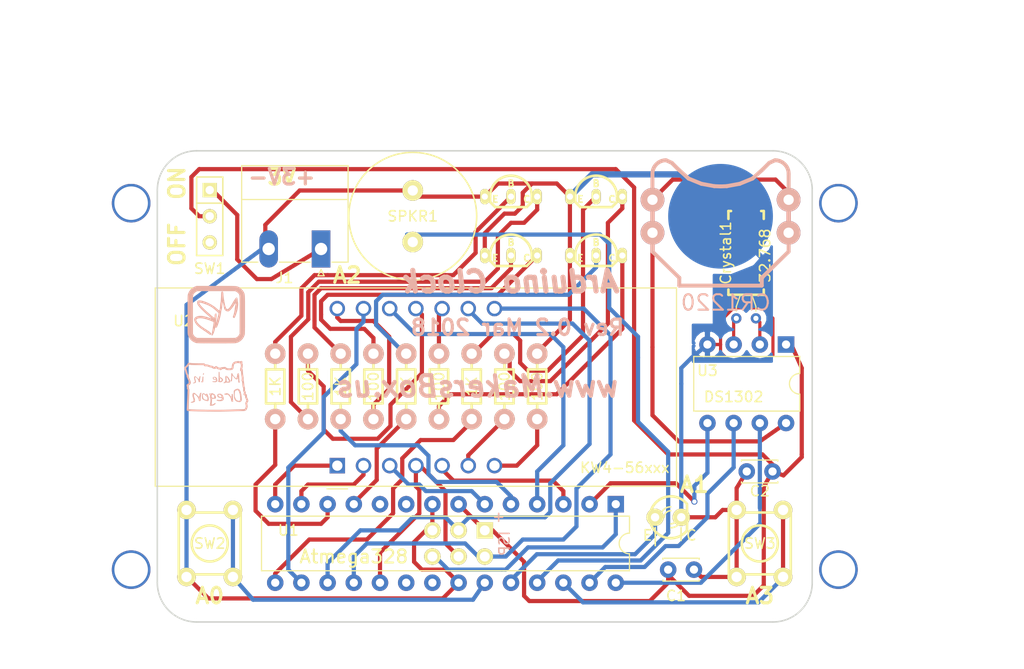
<source format=kicad_pcb>
(kicad_pcb (version 4) (host pcbnew 4.0.7)

  (general
    (links 69)
    (no_connects 0)
    (area 121.844999 59.614999 185.495001 105.485001)
    (thickness 1.6)
    (drawings 27)
    (tracks 377)
    (zones 0)
    (modules 33)
    (nets 45)
  )

  (page USLetter)
  (title_block
    (title "Arduino Clock")
    (company "Maker's Box")
  )

  (layers
    (0 F.Cu signal)
    (31 B.Cu signal)
    (32 B.Adhes user)
    (33 F.Adhes user)
    (34 B.Paste user)
    (35 F.Paste user)
    (36 B.SilkS user)
    (37 F.SilkS user)
    (38 B.Mask user)
    (39 F.Mask user)
    (40 Dwgs.User user)
    (41 Cmts.User user)
    (42 Eco1.User user)
    (43 Eco2.User user)
    (44 Edge.Cuts user)
    (45 Margin user)
    (46 B.CrtYd user)
    (47 F.CrtYd user)
    (48 B.Fab user)
    (49 F.Fab user)
  )

  (setup
    (last_trace_width 0.3048)
    (user_trace_width 0.3048)
    (user_trace_width 0.4064)
    (user_trace_width 0.6096)
    (trace_clearance 0.2)
    (zone_clearance 0.508)
    (zone_45_only no)
    (trace_min 0.2)
    (segment_width 0.2)
    (edge_width 0.15)
    (via_size 0.6)
    (via_drill 0.4)
    (via_min_size 0.4)
    (via_min_drill 0.3)
    (uvia_size 0.3)
    (uvia_drill 0.1)
    (uvias_allowed no)
    (uvia_min_size 0.2)
    (uvia_min_drill 0.1)
    (pcb_text_width 0.3)
    (pcb_text_size 1.5 1.5)
    (mod_edge_width 0.15)
    (mod_text_size 1 1)
    (mod_text_width 0.15)
    (pad_size 1.524 1.524)
    (pad_drill 0.762)
    (pad_to_mask_clearance 0)
    (aux_axis_origin 0 0)
    (visible_elements 7FFFFFFF)
    (pcbplotparams
      (layerselection 0x00030_80000001)
      (usegerberextensions false)
      (excludeedgelayer true)
      (linewidth 0.100000)
      (plotframeref false)
      (viasonmask false)
      (mode 1)
      (useauxorigin false)
      (hpglpennumber 1)
      (hpglpenspeed 20)
      (hpglpendiameter 15)
      (hpglpenoverlay 2)
      (psnegative false)
      (psa4output false)
      (plotreference true)
      (plotvalue true)
      (plotinvisibletext false)
      (padsonsilk false)
      (subtractmaskfromsilk false)
      (outputformat 1)
      (mirror false)
      (drillshape 1)
      (scaleselection 1)
      (outputdirectory ""))
  )

  (net 0 "")
  (net 1 GND)
  (net 2 VCC)
  (net 3 "Net-(CON1-Pad5)")
  (net 4 "Net-(Q2-Pad2)")
  (net 5 "Net-(Q2-Pad3)")
  (net 6 "Net-(Q3-Pad2)")
  (net 7 "Net-(Q3-Pad3)")
  (net 8 "Net-(Q4-Pad2)")
  (net 9 "Net-(Q4-Pad3)")
  (net 10 "Net-(Q5-Pad2)")
  (net 11 "Net-(Q5-Pad3)")
  (net 12 "Net-(R7-Pad2)")
  (net 13 "Net-(R8-Pad2)")
  (net 14 "Net-(R9-Pad2)")
  (net 15 "Net-(R10-Pad2)")
  (net 16 "Net-(U1-Pad20)")
  (net 17 "Net-(U1-Pad21)")
  (net 18 "Net-(U1-Pad10)")
  (net 19 "Net-(J1-Pad1)")
  (net 20 "Net-(Crystal1-Pad2)")
  (net 21 "Net-(Crystal1-Pad1)")
  (net 22 /D12)
  (net 23 /D13)
  (net 24 /D11)
  (net 25 /A0)
  (net 26 /D0)
  (net 27 /D1)
  (net 28 /D10)
  (net 29 /A3)
  (net 30 /A1)
  (net 31 /A2)
  (net 32 /D9)
  (net 33 /D2)
  (net 34 /D3)
  (net 35 /D4)
  (net 36 "Net-(U1-Pad9)")
  (net 37 /D5)
  (net 38 /D6)
  (net 39 /D7)
  (net 40 /A4)
  (net 41 /D8)
  (net 42 /A5)
  (net 43 "Net-(R1-Pad2)")
  (net 44 /VBAT)

  (net_class Default "This is the default net class."
    (clearance 0.2)
    (trace_width 0.25)
    (via_dia 0.6)
    (via_drill 0.4)
    (uvia_dia 0.3)
    (uvia_drill 0.1)
    (add_net /A0)
    (add_net /A1)
    (add_net /A2)
    (add_net /A3)
    (add_net /A4)
    (add_net /A5)
    (add_net /D0)
    (add_net /D1)
    (add_net /D10)
    (add_net /D11)
    (add_net /D12)
    (add_net /D13)
    (add_net /D2)
    (add_net /D3)
    (add_net /D4)
    (add_net /D5)
    (add_net /D6)
    (add_net /D7)
    (add_net /D8)
    (add_net /D9)
    (add_net /VBAT)
    (add_net GND)
    (add_net "Net-(CON1-Pad5)")
    (add_net "Net-(Crystal1-Pad1)")
    (add_net "Net-(Crystal1-Pad2)")
    (add_net "Net-(J1-Pad1)")
    (add_net "Net-(Q2-Pad2)")
    (add_net "Net-(Q2-Pad3)")
    (add_net "Net-(Q3-Pad2)")
    (add_net "Net-(Q3-Pad3)")
    (add_net "Net-(Q4-Pad2)")
    (add_net "Net-(Q4-Pad3)")
    (add_net "Net-(Q5-Pad2)")
    (add_net "Net-(Q5-Pad3)")
    (add_net "Net-(R1-Pad2)")
    (add_net "Net-(R10-Pad2)")
    (add_net "Net-(R7-Pad2)")
    (add_net "Net-(R8-Pad2)")
    (add_net "Net-(R9-Pad2)")
    (add_net "Net-(U1-Pad10)")
    (add_net "Net-(U1-Pad20)")
    (add_net "Net-(U1-Pad21)")
    (add_net "Net-(U1-Pad9)")
    (add_net VCC)
  )

  (module Pin_Headers:Pin_Header_Straight_1x01_Pitch2.54mm (layer F.Cu) (tedit 5AB7CC73) (tstamp 5AB7CD54)
    (at 187.96 64.77)
    (descr "Through hole straight pin header, 1x01, 2.54mm pitch, single row")
    (tags "Through hole pin header THT 1x01 2.54mm single row")
    (fp_text reference H1 (at 0 -2.33) (layer F.SilkS) hide
      (effects (font (size 1 1) (thickness 0.15)))
    )
    (fp_text value Hole (at 0 2.33) (layer F.Fab)
      (effects (font (size 1 1) (thickness 0.15)))
    )
    (fp_line (start -1.8 -1.8) (end -1.8 1.8) (layer F.CrtYd) (width 0.05))
    (fp_line (start -1.8 1.8) (end 1.8 1.8) (layer F.CrtYd) (width 0.05))
    (fp_line (start 1.8 1.8) (end 1.8 -1.8) (layer F.CrtYd) (width 0.05))
    (fp_line (start 1.8 -1.8) (end -1.8 -1.8) (layer F.CrtYd) (width 0.05))
    (fp_text user %R (at 0 0 90) (layer F.Fab)
      (effects (font (size 1 1) (thickness 0.15)))
    )
    (pad 1 thru_hole circle (at 0 0) (size 3.75 3.75) (drill 3.25) (layers *.Cu *.Mask))
    (model ${KISYS3DMOD}/Pin_Headers.3dshapes/Pin_Header_Straight_1x01_Pitch2.54mm.wrl
      (at (xyz 0 0 0))
      (scale (xyz 1 1 1))
      (rotate (xyz 0 0 0))
    )
  )

  (module Pin_Headers:Pin_Header_Straight_1x01_Pitch2.54mm (layer F.Cu) (tedit 5AB7CC73) (tstamp 5AB7CD4A)
    (at 187.96 100.33)
    (descr "Through hole straight pin header, 1x01, 2.54mm pitch, single row")
    (tags "Through hole pin header THT 1x01 2.54mm single row")
    (fp_text reference H1 (at 0 -2.33) (layer F.SilkS) hide
      (effects (font (size 1 1) (thickness 0.15)))
    )
    (fp_text value Hole (at 0 2.33) (layer F.Fab)
      (effects (font (size 1 1) (thickness 0.15)))
    )
    (fp_line (start -1.8 -1.8) (end -1.8 1.8) (layer F.CrtYd) (width 0.05))
    (fp_line (start -1.8 1.8) (end 1.8 1.8) (layer F.CrtYd) (width 0.05))
    (fp_line (start 1.8 1.8) (end 1.8 -1.8) (layer F.CrtYd) (width 0.05))
    (fp_line (start 1.8 -1.8) (end -1.8 -1.8) (layer F.CrtYd) (width 0.05))
    (fp_text user %R (at 0 0 90) (layer F.Fab)
      (effects (font (size 1 1) (thickness 0.15)))
    )
    (pad 1 thru_hole circle (at 0 0) (size 3.75 3.75) (drill 3.25) (layers *.Cu *.Mask))
    (model ${KISYS3DMOD}/Pin_Headers.3dshapes/Pin_Header_Straight_1x01_Pitch2.54mm.wrl
      (at (xyz 0 0 0))
      (scale (xyz 1 1 1))
      (rotate (xyz 0 0 0))
    )
  )

  (module Pin_Headers:Pin_Header_Straight_1x01_Pitch2.54mm (layer F.Cu) (tedit 5AB7CC73) (tstamp 5AB7CD40)
    (at 119.38 100.33)
    (descr "Through hole straight pin header, 1x01, 2.54mm pitch, single row")
    (tags "Through hole pin header THT 1x01 2.54mm single row")
    (fp_text reference H1 (at 0 -2.33) (layer F.SilkS) hide
      (effects (font (size 1 1) (thickness 0.15)))
    )
    (fp_text value Hole (at 0 2.33) (layer F.Fab)
      (effects (font (size 1 1) (thickness 0.15)))
    )
    (fp_line (start -1.8 -1.8) (end -1.8 1.8) (layer F.CrtYd) (width 0.05))
    (fp_line (start -1.8 1.8) (end 1.8 1.8) (layer F.CrtYd) (width 0.05))
    (fp_line (start 1.8 1.8) (end 1.8 -1.8) (layer F.CrtYd) (width 0.05))
    (fp_line (start 1.8 -1.8) (end -1.8 -1.8) (layer F.CrtYd) (width 0.05))
    (fp_text user %R (at 0 0 90) (layer F.Fab)
      (effects (font (size 1 1) (thickness 0.15)))
    )
    (pad 1 thru_hole circle (at 0 0) (size 3.75 3.75) (drill 3.25) (layers *.Cu *.Mask))
    (model ${KISYS3DMOD}/Pin_Headers.3dshapes/Pin_Header_Straight_1x01_Pitch2.54mm.wrl
      (at (xyz 0 0 0))
      (scale (xyz 1 1 1))
      (rotate (xyz 0 0 0))
    )
  )

  (module Pin_Headers:Pin_Header_Straight_1x01_Pitch2.54mm (layer F.Cu) (tedit 5AB7CC73) (tstamp 5AB7CC0A)
    (at 119.38 64.77)
    (descr "Through hole straight pin header, 1x01, 2.54mm pitch, single row")
    (tags "Through hole pin header THT 1x01 2.54mm single row")
    (fp_text reference H1 (at 0 -2.33) (layer F.SilkS) hide
      (effects (font (size 1 1) (thickness 0.15)))
    )
    (fp_text value Hole (at 0 2.33) (layer F.Fab)
      (effects (font (size 1 1) (thickness 0.15)))
    )
    (fp_line (start -1.8 -1.8) (end -1.8 1.8) (layer F.CrtYd) (width 0.05))
    (fp_line (start -1.8 1.8) (end 1.8 1.8) (layer F.CrtYd) (width 0.05))
    (fp_line (start 1.8 1.8) (end 1.8 -1.8) (layer F.CrtYd) (width 0.05))
    (fp_line (start 1.8 -1.8) (end -1.8 -1.8) (layer F.CrtYd) (width 0.05))
    (fp_text user %R (at 0 0 90) (layer F.Fab)
      (effects (font (size 1 1) (thickness 0.15)))
    )
    (pad 1 thru_hole circle (at 0 0) (size 3.75 3.75) (drill 3.25) (layers *.Cu *.Mask))
    (model ${KISYS3DMOD}/Pin_Headers.3dshapes/Pin_Header_Straight_1x01_Pitch2.54mm.wrl
      (at (xyz 0 0 0))
      (scale (xyz 1 1 1))
      (rotate (xyz 0 0 0))
    )
  )

  (module Connectors_Phoenix:PhoenixContact_MC-G_02x5.08mm_Angled (layer F.Cu) (tedit 59566E61) (tstamp 5A9397FA)
    (at 137.795 69.215 180)
    (descr "Generic Phoenix Contact connector footprint for series: MC-G; number of pins: 02; pin pitch: 5.08mm; Angled || order number: 1836189 8A 320V")
    (tags "phoenix_contact connector MC_01x02_G_5.08mm")
    (path /5A91FB90)
    (fp_text reference J1 (at 3.54 -2.8 180) (layer F.SilkS)
      (effects (font (size 1 1) (thickness 0.15)))
    )
    (fp_text value PWR (at 2.54 9 180) (layer F.Fab)
      (effects (font (size 1 1) (thickness 0.15)))
    )
    (fp_line (start -2.62 -1.28) (end -2.62 8.08) (layer F.SilkS) (width 0.12))
    (fp_line (start -2.62 8.08) (end 7.7 8.08) (layer F.SilkS) (width 0.12))
    (fp_line (start 7.7 8.08) (end 7.7 -1.28) (layer F.SilkS) (width 0.12))
    (fp_line (start -2.62 -1.28) (end -1.05 -1.28) (layer F.SilkS) (width 0.12))
    (fp_line (start 7.7 -1.28) (end 6.13 -1.28) (layer F.SilkS) (width 0.12))
    (fp_line (start 1.05 -1.28) (end 4.03 -1.28) (layer F.SilkS) (width 0.12))
    (fp_line (start -2.54 -1.2) (end -2.54 8) (layer F.Fab) (width 0.1))
    (fp_line (start -2.54 8) (end 7.62 8) (layer F.Fab) (width 0.1))
    (fp_line (start 7.62 8) (end 7.62 -1.2) (layer F.Fab) (width 0.1))
    (fp_line (start 7.62 -1.2) (end -2.54 -1.2) (layer F.Fab) (width 0.1))
    (fp_line (start -2.62 4.8) (end 7.7 4.8) (layer F.SilkS) (width 0.12))
    (fp_line (start -3.12 -2.3) (end -3.12 8.5) (layer F.CrtYd) (width 0.05))
    (fp_line (start -3.12 8.5) (end 8.12 8.5) (layer F.CrtYd) (width 0.05))
    (fp_line (start 8.12 8.5) (end 8.12 -2.3) (layer F.CrtYd) (width 0.05))
    (fp_line (start 8.12 -2.3) (end -3.12 -2.3) (layer F.CrtYd) (width 0.05))
    (fp_line (start 0.3 -2.6) (end 0 -2) (layer F.SilkS) (width 0.12))
    (fp_line (start 0 -2) (end -0.3 -2.6) (layer F.SilkS) (width 0.12))
    (fp_line (start -0.3 -2.6) (end 0.3 -2.6) (layer F.SilkS) (width 0.12))
    (fp_line (start 0.8 -1.2) (end 0 0) (layer F.Fab) (width 0.1))
    (fp_line (start 0 0) (end -0.8 -1.2) (layer F.Fab) (width 0.1))
    (fp_text user %R (at 2.54 3 180) (layer F.Fab)
      (effects (font (size 1 1) (thickness 0.15)))
    )
    (pad 1 thru_hole rect (at 0 0 180) (size 1.8 3.6) (drill 1.2) (layers *.Cu *.Mask)
      (net 19 "Net-(J1-Pad1)"))
    (pad 2 thru_hole oval (at 5.08 0 180) (size 1.8 3.6) (drill 1.2) (layers *.Cu *.Mask)
      (net 1 GND))
    (model ${KISYS3DMOD}/Connectors_Phoenix.3dshapes/PhoenixContact_MC-G_02x5.08mm_Angled.wrl
      (at (xyz 0 0 0))
      (scale (xyz 1 1 1))
      (rotate (xyz 0 0 0))
    )
  )

  (module footprints:Crystal_C38-LF_d3.0mm_l8.0mm_Horizontal_1EP_style1 (layer F.Cu) (tedit 5AB7C90A) (tstamp 5A9397C0)
    (at 179.959 75.946 180)
    (descr "Crystal THT C38-LF 8.0mm length 3.0mm diameter")
    (tags ['C38-LF'])
    (path /5A8E64A3)
    (fp_text reference Crystal1 (at 2.921 6.35 270) (layer F.SilkS)
      (effects (font (size 1 1) (thickness 0.15)))
    )
    (fp_text value 32.768 (at -0.889 6.096 270) (layer F.SilkS)
      (effects (font (size 1 1) (thickness 0.15)))
    )
    (fp_line (start -0.762 2.794) (end -0.762 2.286) (layer F.SilkS) (width 0.254))
    (fp_line (start -0.762 2.286) (end 2.667 2.286) (layer F.SilkS) (width 0.254))
    (fp_line (start 2.667 2.286) (end 2.667 2.794) (layer F.SilkS) (width 0.254))
    (fp_line (start 2.667 9.652) (end 2.667 10.414) (layer F.SilkS) (width 0.254))
    (fp_line (start 2.667 10.414) (end 2.413 10.414) (layer F.SilkS) (width 0.254))
    (fp_line (start -0.762 9.652) (end -0.762 10.414) (layer F.SilkS) (width 0.254))
    (fp_line (start -0.762 10.414) (end -0.508 10.414) (layer F.SilkS) (width 0.254))
    (fp_text user %R (at 0.95 5.25 180) (layer F.Fab)
      (effects (font (size 0.7 0.7) (thickness 0.105)))
    )
    (fp_line (start -0.55 2.5) (end -0.55 10.5) (layer F.Fab) (width 0.1))
    (fp_line (start -0.55 10.5) (end 2.45 10.5) (layer F.Fab) (width 0.1))
    (fp_line (start 2.45 10.5) (end 2.45 2.5) (layer F.Fab) (width 0.1))
    (fp_line (start 2.45 2.5) (end -0.55 2.5) (layer F.Fab) (width 0.1))
    (fp_line (start 0.405 2.5) (end 0 1.25) (layer F.Fab) (width 0.1))
    (fp_line (start 0 1.25) (end 0 0) (layer F.Fab) (width 0.1))
    (fp_line (start 1.495 2.5) (end 1.9 1.25) (layer F.Fab) (width 0.1))
    (fp_line (start 1.9 1.25) (end 1.9 0) (layer F.Fab) (width 0.1))
    (fp_line (start -0.75 2.8) (end -0.75 2.3) (layer F.SilkS) (width 0.12))
    (fp_line (start -0.75 2.3) (end 2.65 2.3) (layer F.SilkS) (width 0.12))
    (fp_line (start 2.65 2.3) (end 2.65 2.8) (layer F.SilkS) (width 0.12))
    (fp_line (start 0.405 2.3) (end 0 1.15) (layer F.SilkS) (width 0.12))
    (fp_line (start 0 1.15) (end 0 0.7) (layer F.SilkS) (width 0.12))
    (fp_line (start 1.495 2.3) (end 1.9 1.15) (layer F.SilkS) (width 0.12))
    (fp_line (start 1.9 1.15) (end 1.9 0.7) (layer F.SilkS) (width 0.12))
    (fp_line (start -1.3 -0.8) (end -1.3 11.3) (layer F.CrtYd) (width 0.05))
    (fp_line (start -1.3 11.3) (end 3.2 11.3) (layer F.CrtYd) (width 0.05))
    (fp_line (start 3.2 11.3) (end 3.2 -0.8) (layer F.CrtYd) (width 0.05))
    (fp_line (start 3.2 -0.8) (end -1.3 -0.8) (layer F.CrtYd) (width 0.05))
    (pad 2 thru_hole circle (at 0 0 180) (size 1 1) (drill 0.5) (layers *.Cu *.Mask)
      (net 20 "Net-(Crystal1-Pad2)"))
    (pad 1 thru_hole circle (at 1.9 0 180) (size 1 1) (drill 0.5) (layers *.Cu *.Mask)
      (net 21 "Net-(Crystal1-Pad1)"))
    (pad 3 smd rect (at 1.016 10.541 180) (size 2.5 1.25) (layers F.Cu F.Paste F.Mask))
    (model ${KISYS3DMOD}/Crystals.3dshapes/Crystal_C38-LF_d3.0mm_l8.0mm_Horizontal_1EP_style1.wrl
      (at (xyz 0 0 0))
      (scale (xyz 0.393701 0.393701 0.393701))
      (rotate (xyz 0 0 0))
    )
  )

  (module footprints:BATT_12mm_TH (layer B.Cu) (tedit 56EB89B1) (tstamp 5A939770)
    (at 176.53 66.04)
    (descr "Keystone type 3000 coin cell retainer")
    (path /5A8E7D04)
    (fp_text reference BT2 (at 0 4.5) (layer B.SilkS) hide
      (effects (font (thickness 0.3048)) (justify mirror))
    )
    (fp_text value 3V (at 0 -4.5) (layer B.SilkS) hide
      (effects (font (thickness 0.3048)) (justify mirror))
    )
    (fp_line (start 0.6096 -2.921) (end 1.8542 -3.1496) (layer B.SilkS) (width 0.381))
    (fp_line (start 1.8542 -3.1496) (end 3.0988 -3.6576) (layer B.SilkS) (width 0.381))
    (fp_line (start 3.0988 -3.6576) (end 4.064 -4.5212) (layer B.SilkS) (width 0.381))
    (fp_line (start 4.064 -4.5212) (end 4.7244 -5.1816) (layer B.SilkS) (width 0.381))
    (fp_line (start 4.7244 -5.1816) (end 5.2832 -5.4356) (layer B.SilkS) (width 0.381))
    (fp_line (start 0 -2.8956) (end 0.6096 -2.921) (layer B.SilkS) (width 0.381))
    (fp_line (start -3.0988 -3.6576) (end -4.064 -4.5212) (layer B.SilkS) (width 0.381))
    (fp_line (start -4.064 -4.5212) (end -4.7244 -5.1816) (layer B.SilkS) (width 0.381))
    (fp_line (start -5.2832 -5.4356) (end -4.7244 -5.1816) (layer B.SilkS) (width 0.381))
    (fp_line (start -3.0988 -3.6576) (end -1.8542 -3.1496) (layer B.SilkS) (width 0.381))
    (fp_line (start -1.8542 -3.1496) (end -0.6096 -2.921) (layer B.SilkS) (width 0.381))
    (fp_line (start -0.6096 -2.921) (end 0 -2.8956) (layer B.SilkS) (width 0.381))
    (fp_arc (start 5.2832 -4.1148) (end 6.604 -4.1148) (angle -90) (layer B.SilkS) (width 0.381))
    (fp_arc (start -5.2832 -4.1148) (end -5.2832 -5.4356) (angle -90) (layer B.SilkS) (width 0.381))
    (fp_line (start 6.604 3.429) (end 6.604 -4.064) (layer B.SilkS) (width 0.381))
    (fp_line (start -6.604 3.429) (end -6.604 -4.064) (layer B.SilkS) (width 0.381))
    (fp_line (start 4.0005 5.969) (end 6.604 3.429) (layer B.SilkS) (width 0.381))
    (fp_line (start -4.0005 5.969) (end -6.604 3.429) (layer B.SilkS) (width 0.381))
    (fp_line (start 3.9995 6.731) (end 3.9995 5.969) (layer B.SilkS) (width 0.381))
    (fp_line (start -4.0005 6.731) (end -4.0005 5.969) (layer B.SilkS) (width 0.381))
    (fp_line (start -4.0005 6.731) (end 4.0005 6.731) (layer B.SilkS) (width 0.381))
    (pad 1 thru_hole circle (at 6.6 1.6) (size 2.3 2.3) (drill 1) (layers *.Cu *.Mask B.SilkS)
      (net 44 /VBAT))
    (pad 1 thru_hole circle (at 6.6 -1.6) (size 2.3 2.3) (drill 1) (layers *.Cu *.Mask B.SilkS)
      (net 44 /VBAT))
    (pad 1 thru_hole circle (at -6.6 -1.6) (size 2.3 2.3) (drill 1) (layers *.Cu *.Mask B.SilkS)
      (net 44 /VBAT))
    (pad 1 thru_hole circle (at -6.6 1.6) (size 2.3 2.3) (drill 1) (layers *.Cu *.Mask B.SilkS)
      (net 44 /VBAT))
    (pad 2 smd circle (at 0 0) (size 10.16 10.16) (layers B.Cu B.Paste B.Mask)
      (net 1 GND))
    (model walter/battery_holders/keystone_3000.wrl
      (at (xyz 0 0 0))
      (scale (xyz 1 1 1))
      (rotate (xyz 0 0 0))
    )
  )

  (module footprints:C_Disc_D3.4mm_W2.1mm_P2.50mm (layer F.Cu) (tedit 5A8FB50E) (tstamp 5A93978D)
    (at 171.45 100.33)
    (descr "C, Disc series, Radial, pin pitch=2.50mm, , diameter*width=3.4*2.1mm^2, Capacitor, http://www.vishay.com/docs/45233/krseries.pdf")
    (tags "C Disc series Radial pin pitch 2.50mm  diameter 3.4mm width 2.1mm Capacitor")
    (path /5A8E9F35)
    (fp_text reference C1 (at 0.762 2.54) (layer F.SilkS)
      (effects (font (size 1 1) (thickness 0.15)))
    )
    (fp_text value 0.1uF (at 1.25 2.36) (layer F.Fab)
      (effects (font (size 1 1) (thickness 0.15)))
    )
    (fp_line (start -0.45 -1.05) (end -0.45 1.05) (layer F.Fab) (width 0.1))
    (fp_line (start -0.45 1.05) (end 2.95 1.05) (layer F.Fab) (width 0.1))
    (fp_line (start 2.95 1.05) (end 2.95 -1.05) (layer F.Fab) (width 0.1))
    (fp_line (start 2.95 -1.05) (end -0.45 -1.05) (layer F.Fab) (width 0.1))
    (fp_line (start -0.51 -1.11) (end 3.01 -1.11) (layer F.SilkS) (width 0.12))
    (fp_line (start -0.51 1.11) (end 3.01 1.11) (layer F.SilkS) (width 0.12))
    (fp_line (start -0.51 -1.11) (end -0.51 -0.996) (layer F.SilkS) (width 0.12))
    (fp_line (start -0.51 0.996) (end -0.51 1.11) (layer F.SilkS) (width 0.12))
    (fp_line (start 3.01 -1.11) (end 3.01 -0.996) (layer F.SilkS) (width 0.12))
    (fp_line (start 3.01 0.996) (end 3.01 1.11) (layer F.SilkS) (width 0.12))
    (fp_line (start -1.05 -1.4) (end -1.05 1.4) (layer F.CrtYd) (width 0.05))
    (fp_line (start -1.05 1.4) (end 3.55 1.4) (layer F.CrtYd) (width 0.05))
    (fp_line (start 3.55 1.4) (end 3.55 -1.4) (layer F.CrtYd) (width 0.05))
    (fp_line (start 3.55 -1.4) (end -1.05 -1.4) (layer F.CrtYd) (width 0.05))
    (fp_text user %R (at 1.25 0) (layer F.Fab)
      (effects (font (size 1 1) (thickness 0.15)))
    )
    (pad 1 thru_hole circle (at 0 0) (size 1.6 1.6) (drill 0.8) (layers *.Cu *.Mask)
      (net 2 VCC))
    (pad 2 thru_hole circle (at 2.5 0) (size 1.6 1.6) (drill 0.8) (layers *.Cu *.Mask)
      (net 1 GND))
    (model ${KISYS3DMOD}/Capacitors_THT.3dshapes/C_Disc_D3.4mm_W2.1mm_P2.50mm.wrl
      (at (xyz 0 0 0))
      (scale (xyz 1 1 1))
      (rotate (xyz 0 0 0))
    )
  )

  (module footprints:C_Disc_D3.4mm_W2.1mm_P2.50mm (layer F.Cu) (tedit 5A9F78A7) (tstamp 5A9397A1)
    (at 179.07 90.805)
    (descr "C, Disc series, Radial, pin pitch=2.50mm, , diameter*width=3.4*2.1mm^2, Capacitor, http://www.vishay.com/docs/45233/krseries.pdf")
    (tags "C Disc series Radial pin pitch 2.50mm  diameter 3.4mm width 2.1mm Capacitor")
    (path /5A8E98CC)
    (fp_text reference C2 (at 1.27 1.905) (layer F.SilkS)
      (effects (font (size 1 1) (thickness 0.15)))
    )
    (fp_text value 0.1uF (at 1.25 2.36) (layer F.Fab)
      (effects (font (size 1 1) (thickness 0.15)))
    )
    (fp_line (start -0.45 -1.05) (end -0.45 1.05) (layer F.Fab) (width 0.1))
    (fp_line (start -0.45 1.05) (end 2.95 1.05) (layer F.Fab) (width 0.1))
    (fp_line (start 2.95 1.05) (end 2.95 -1.05) (layer F.Fab) (width 0.1))
    (fp_line (start 2.95 -1.05) (end -0.45 -1.05) (layer F.Fab) (width 0.1))
    (fp_line (start -0.51 -1.11) (end 3.01 -1.11) (layer F.SilkS) (width 0.12))
    (fp_line (start -0.51 1.11) (end 3.01 1.11) (layer F.SilkS) (width 0.12))
    (fp_line (start -0.51 -1.11) (end -0.51 -0.996) (layer F.SilkS) (width 0.12))
    (fp_line (start -0.51 0.996) (end -0.51 1.11) (layer F.SilkS) (width 0.12))
    (fp_line (start 3.01 -1.11) (end 3.01 -0.996) (layer F.SilkS) (width 0.12))
    (fp_line (start 3.01 0.996) (end 3.01 1.11) (layer F.SilkS) (width 0.12))
    (fp_line (start -1.05 -1.4) (end -1.05 1.4) (layer F.CrtYd) (width 0.05))
    (fp_line (start -1.05 1.4) (end 3.55 1.4) (layer F.CrtYd) (width 0.05))
    (fp_line (start 3.55 1.4) (end 3.55 -1.4) (layer F.CrtYd) (width 0.05))
    (fp_line (start 3.55 -1.4) (end -1.05 -1.4) (layer F.CrtYd) (width 0.05))
    (fp_text user %R (at 1.25 0) (layer F.Fab)
      (effects (font (size 1 1) (thickness 0.15)))
    )
    (pad 1 thru_hole circle (at 0 0) (size 1.6 1.6) (drill 0.8) (layers *.Cu *.Mask)
      (net 1 GND))
    (pad 2 thru_hole circle (at 2.5 0) (size 1.6 1.6) (drill 0.8) (layers *.Cu *.Mask)
      (net 2 VCC))
    (model ${KISYS3DMOD}/Capacitors_THT.3dshapes/C_Disc_D3.4mm_W2.1mm_P2.50mm.wrl
      (at (xyz 0 0 0))
      (scale (xyz 1 1 1))
      (rotate (xyz 0 0 0))
    )
  )

  (module footprints:AVR-ISP-6 (layer B.Cu) (tedit 5A9F77E3) (tstamp 5A9397B5)
    (at 153.67 99.06 90)
    (descr "6-lead dip package, row spacing 7.62 mm (300 mils)")
    (tags "dil dip 2.54 300")
    (path /5A8EB119)
    (fp_text reference CON1 (at 0 2.54 90) (layer B.SilkS) hide
      (effects (font (size 1 1) (thickness 0.15)) (justify mirror))
    )
    (fp_text value ISP (at 0 3.72 90) (layer B.Fab) hide
      (effects (font (size 1 1) (thickness 0.15)) (justify mirror))
    )
    (fp_text user ISP (at 1.27 1.905 90) (layer B.SilkS)
      (effects (font (size 1 1) (thickness 0.15)) (justify mirror))
    )
    (fp_text user + (at 3.81 1.27 90) (layer B.SilkS)
      (effects (font (size 1 1) (thickness 0.15)) (justify mirror))
    )
    (pad 1 thru_hole oval (at 0 0 90) (size 1.6 1.6) (drill 0.9652) (layers *.Cu *.Mask F.SilkS)
      (net 22 /D12))
    (pad 2 thru_hole rect (at 2.54 0 90) (size 1.6 1.6) (drill 0.9652) (layers *.Cu *.Mask F.SilkS)
      (net 2 VCC))
    (pad 3 thru_hole oval (at 0 -2.54 90) (size 1.6 1.6) (drill 0.9652) (layers *.Cu *.Mask F.SilkS)
      (net 23 /D13))
    (pad 4 thru_hole oval (at 2.54 -2.54 90) (size 1.6 1.6) (drill 0.9652) (layers *.Cu *.Mask F.SilkS)
      (net 24 /D11))
    (pad 5 thru_hole oval (at 0 -5.08 90) (size 1.6 1.6) (drill 0.9652) (layers *.Cu *.Mask F.SilkS)
      (net 3 "Net-(CON1-Pad5)"))
    (pad 6 thru_hole oval (at 2.54 -5.08 90) (size 1.6 1.6) (drill 0.9652) (layers *.Cu *.Mask F.SilkS)
      (net 1 GND))
  )

  (module footprints:PHOTO_TRANS (layer F.Cu) (tedit 5A8F8D17) (tstamp 5A939814)
    (at 171.45 95.25)
    (descr "LED 3mm - Lead pitch 100mil (2,54mm)")
    (tags "LED led 3mm 3MM 100mil 2,54mm")
    (path /5A8F5C4D)
    (fp_text reference Q1 (at 2.54 0 90) (layer F.SilkS) hide
      (effects (font (size 0.762 0.762) (thickness 0.0889)))
    )
    (fp_text value Photo (at 0.35921 0.35921 90) (layer F.SilkS) hide
      (effects (font (size 0.508 0.508) (thickness 0.127)))
    )
    (fp_line (start -1.25 2.5) (end -1.25 2.75) (layer F.SilkS) (width 0.15))
    (fp_line (start -1.25 1) (end -1.25 2.5) (layer F.SilkS) (width 0.15))
    (fp_line (start 1.25 1) (end 1.25 2.25) (layer F.SilkS) (width 0.15))
    (fp_text user E (at -2 1.75) (layer F.SilkS)
      (effects (font (size 1 1) (thickness 0.15)))
    )
    (fp_text user C (at 2.25 1.75) (layer F.SilkS)
      (effects (font (size 1 1) (thickness 0.15)))
    )
    (fp_line (start 1.8288 1.27) (end 1.8288 -1.27) (layer F.SilkS) (width 0.254))
    (fp_arc (start 0.254 0) (end -0.381 0) (angle 90) (layer F.SilkS) (width 0.1524))
    (fp_arc (start 0.254 0) (end -0.762 0) (angle 90) (layer F.SilkS) (width 0.1524))
    (fp_arc (start 0.254 0) (end 0.889 0) (angle 90) (layer F.SilkS) (width 0.1524))
    (fp_arc (start 0.254 0) (end 1.27 0) (angle 90) (layer F.SilkS) (width 0.1524))
    (fp_arc (start 0.254 0) (end 0.254 -2.032) (angle 50.1) (layer F.SilkS) (width 0.254))
    (fp_arc (start 0.254 0) (end -1.5367 -0.95504) (angle 61.9) (layer F.SilkS) (width 0.254))
    (fp_arc (start 0.254 0) (end 1.8034 1.31064) (angle 49.7) (layer F.SilkS) (width 0.254))
    (fp_arc (start 0.254 0) (end 0.254 2.032) (angle 60.2) (layer F.SilkS) (width 0.254))
    (fp_arc (start 0.254 0) (end -1.778 0) (angle 28.3) (layer F.SilkS) (width 0.254))
    (fp_arc (start 0.254 0) (end -1.47574 1.06426) (angle 31.6) (layer F.SilkS) (width 0.254))
    (pad 1 thru_hole circle (at -1.27 0) (size 1.6764 1.6764) (drill 0.8128) (layers *.Cu *.Mask F.SilkS)
      (net 30 /A1))
    (pad 2 thru_hole circle (at 1.27 0 45) (size 1.6764 1.6764) (drill 0.8128) (layers *.Cu *.Mask F.SilkS)
      (net 1 GND))
    (model discret/leds/led3_vertical_verde.wrl
      (at (xyz 0 0 0))
      (scale (xyz 1 1 1))
      (rotate (xyz 0 0 0))
    )
  )

  (module footprints:TO-92_NPN_EBC_wide (layer F.Cu) (tedit 56800174) (tstamp 5A939829)
    (at 153.67 69.85)
    (descr "TO-92 leads in-line, narrow, oval pads, drill 0.6mm (see NXP sot054_po.pdf)")
    (tags "to-92 sc-43 sc-43a sot54 PA33 transistor")
    (path /5A8E2E4D)
    (fp_text reference Q2 (at 1.778 -1.016) (layer F.SilkS) hide
      (effects (font (size 0.635 0.635) (thickness 0.127)))
    )
    (fp_text value 2N2222 (at 2.54 1.778) (layer F.SilkS) hide
      (effects (font (size 1 1) (thickness 0.15)))
    )
    (fp_line (start 0.508 0.508) (end 0.508 0) (layer F.SilkS) (width 0.254))
    (fp_line (start 4.572 0.508) (end 4.572 0) (layer F.SilkS) (width 0.254))
    (fp_arc (start 2.54 0) (end 2.54 -2.032) (angle 90) (layer F.SilkS) (width 0.254))
    (fp_arc (start 2.54 0) (end 0.508 0) (angle 90) (layer F.SilkS) (width 0.254))
    (fp_text user B (at 2.54 -1.27) (layer F.SilkS)
      (effects (font (size 0.635 0.635) (thickness 0.15)))
    )
    (fp_text user C (at 4.064 0.254) (layer F.SilkS)
      (effects (font (size 0.635 0.635) (thickness 0.15)))
    )
    (fp_text user E (at 1.016 0.254) (layer F.SilkS)
      (effects (font (size 0.635 0.635) (thickness 0.15)))
    )
    (fp_line (start 1.016 1.016) (end 0.508 0.508) (layer F.SilkS) (width 0.254))
    (fp_line (start 1.016 1.016) (end 4.064 1.016) (layer F.SilkS) (width 0.254))
    (fp_line (start 4.064 1.016) (end 4.572 0.508) (layer F.SilkS) (width 0.254))
    (pad 2 thru_hole oval (at 2.54 0 180) (size 0.89916 1.50114) (drill 0.6) (layers *.Cu *.Mask F.SilkS)
      (net 4 "Net-(Q2-Pad2)"))
    (pad 3 thru_hole oval (at 5.08 0 180) (size 0.89916 1.50114) (drill 0.6) (layers *.Cu *.Mask F.SilkS)
      (net 5 "Net-(Q2-Pad3)"))
    (pad 1 thru_hole oval (at 0 0 180) (size 0.89916 1.50114) (drill 0.6) (layers *.Cu *.Mask F.SilkS)
      (net 1 GND))
    (model TO_SOT_Packages_THT.3dshapes/TO-92_Inline_Narrow_Oval.wrl
      (at (xyz 0.05 0 0))
      (scale (xyz 1 1 1))
      (rotate (xyz 0 0 -90))
    )
  )

  (module footprints:TO-92_NPN_EBC_wide (layer F.Cu) (tedit 56800174) (tstamp 5A939839)
    (at 153.67 64.135)
    (descr "TO-92 leads in-line, narrow, oval pads, drill 0.6mm (see NXP sot054_po.pdf)")
    (tags "to-92 sc-43 sc-43a sot54 PA33 transistor")
    (path /5A8E34C6)
    (fp_text reference Q3 (at 1.778 -1.016) (layer F.SilkS) hide
      (effects (font (size 0.635 0.635) (thickness 0.127)))
    )
    (fp_text value 2N2222 (at 2.54 1.778) (layer F.SilkS) hide
      (effects (font (size 1 1) (thickness 0.15)))
    )
    (fp_line (start 0.508 0.508) (end 0.508 0) (layer F.SilkS) (width 0.254))
    (fp_line (start 4.572 0.508) (end 4.572 0) (layer F.SilkS) (width 0.254))
    (fp_arc (start 2.54 0) (end 2.54 -2.032) (angle 90) (layer F.SilkS) (width 0.254))
    (fp_arc (start 2.54 0) (end 0.508 0) (angle 90) (layer F.SilkS) (width 0.254))
    (fp_text user B (at 2.54 -1.27) (layer F.SilkS)
      (effects (font (size 0.635 0.635) (thickness 0.15)))
    )
    (fp_text user C (at 4.064 0.254) (layer F.SilkS)
      (effects (font (size 0.635 0.635) (thickness 0.15)))
    )
    (fp_text user E (at 1.016 0.254) (layer F.SilkS)
      (effects (font (size 0.635 0.635) (thickness 0.15)))
    )
    (fp_line (start 1.016 1.016) (end 0.508 0.508) (layer F.SilkS) (width 0.254))
    (fp_line (start 1.016 1.016) (end 4.064 1.016) (layer F.SilkS) (width 0.254))
    (fp_line (start 4.064 1.016) (end 4.572 0.508) (layer F.SilkS) (width 0.254))
    (pad 2 thru_hole oval (at 2.54 0 180) (size 0.89916 1.50114) (drill 0.6) (layers *.Cu *.Mask F.SilkS)
      (net 6 "Net-(Q3-Pad2)"))
    (pad 3 thru_hole oval (at 5.08 0 180) (size 0.89916 1.50114) (drill 0.6) (layers *.Cu *.Mask F.SilkS)
      (net 7 "Net-(Q3-Pad3)"))
    (pad 1 thru_hole oval (at 0 0 180) (size 0.89916 1.50114) (drill 0.6) (layers *.Cu *.Mask F.SilkS)
      (net 1 GND))
    (model TO_SOT_Packages_THT.3dshapes/TO-92_Inline_Narrow_Oval.wrl
      (at (xyz 0.05 0 0))
      (scale (xyz 1 1 1))
      (rotate (xyz 0 0 -90))
    )
  )

  (module footprints:TO-92_NPN_EBC_wide (layer F.Cu) (tedit 56800174) (tstamp 5A939849)
    (at 161.925 69.85)
    (descr "TO-92 leads in-line, narrow, oval pads, drill 0.6mm (see NXP sot054_po.pdf)")
    (tags "to-92 sc-43 sc-43a sot54 PA33 transistor")
    (path /5A8E35C2)
    (fp_text reference Q4 (at 1.778 -1.016) (layer F.SilkS) hide
      (effects (font (size 0.635 0.635) (thickness 0.127)))
    )
    (fp_text value 2N2222 (at 2.54 1.778) (layer F.SilkS) hide
      (effects (font (size 1 1) (thickness 0.15)))
    )
    (fp_line (start 0.508 0.508) (end 0.508 0) (layer F.SilkS) (width 0.254))
    (fp_line (start 4.572 0.508) (end 4.572 0) (layer F.SilkS) (width 0.254))
    (fp_arc (start 2.54 0) (end 2.54 -2.032) (angle 90) (layer F.SilkS) (width 0.254))
    (fp_arc (start 2.54 0) (end 0.508 0) (angle 90) (layer F.SilkS) (width 0.254))
    (fp_text user B (at 2.54 -1.27) (layer F.SilkS)
      (effects (font (size 0.635 0.635) (thickness 0.15)))
    )
    (fp_text user C (at 4.064 0.254) (layer F.SilkS)
      (effects (font (size 0.635 0.635) (thickness 0.15)))
    )
    (fp_text user E (at 1.016 0.254) (layer F.SilkS)
      (effects (font (size 0.635 0.635) (thickness 0.15)))
    )
    (fp_line (start 1.016 1.016) (end 0.508 0.508) (layer F.SilkS) (width 0.254))
    (fp_line (start 1.016 1.016) (end 4.064 1.016) (layer F.SilkS) (width 0.254))
    (fp_line (start 4.064 1.016) (end 4.572 0.508) (layer F.SilkS) (width 0.254))
    (pad 2 thru_hole oval (at 2.54 0 180) (size 0.89916 1.50114) (drill 0.6) (layers *.Cu *.Mask F.SilkS)
      (net 8 "Net-(Q4-Pad2)"))
    (pad 3 thru_hole oval (at 5.08 0 180) (size 0.89916 1.50114) (drill 0.6) (layers *.Cu *.Mask F.SilkS)
      (net 9 "Net-(Q4-Pad3)"))
    (pad 1 thru_hole oval (at 0 0 180) (size 0.89916 1.50114) (drill 0.6) (layers *.Cu *.Mask F.SilkS)
      (net 1 GND))
    (model TO_SOT_Packages_THT.3dshapes/TO-92_Inline_Narrow_Oval.wrl
      (at (xyz 0.05 0 0))
      (scale (xyz 1 1 1))
      (rotate (xyz 0 0 -90))
    )
  )

  (module footprints:TO-92_NPN_EBC_wide (layer F.Cu) (tedit 56800174) (tstamp 5A939859)
    (at 161.925 64.135)
    (descr "TO-92 leads in-line, narrow, oval pads, drill 0.6mm (see NXP sot054_po.pdf)")
    (tags "to-92 sc-43 sc-43a sot54 PA33 transistor")
    (path /5A8E35CE)
    (fp_text reference Q5 (at 1.778 -1.016) (layer F.SilkS) hide
      (effects (font (size 0.635 0.635) (thickness 0.127)))
    )
    (fp_text value 2N2222 (at 2.54 1.778) (layer F.SilkS) hide
      (effects (font (size 1 1) (thickness 0.15)))
    )
    (fp_line (start 0.508 0.508) (end 0.508 0) (layer F.SilkS) (width 0.254))
    (fp_line (start 4.572 0.508) (end 4.572 0) (layer F.SilkS) (width 0.254))
    (fp_arc (start 2.54 0) (end 2.54 -2.032) (angle 90) (layer F.SilkS) (width 0.254))
    (fp_arc (start 2.54 0) (end 0.508 0) (angle 90) (layer F.SilkS) (width 0.254))
    (fp_text user B (at 2.54 -1.27) (layer F.SilkS)
      (effects (font (size 0.635 0.635) (thickness 0.15)))
    )
    (fp_text user C (at 4.064 0.254) (layer F.SilkS)
      (effects (font (size 0.635 0.635) (thickness 0.15)))
    )
    (fp_text user E (at 1.016 0.254) (layer F.SilkS)
      (effects (font (size 0.635 0.635) (thickness 0.15)))
    )
    (fp_line (start 1.016 1.016) (end 0.508 0.508) (layer F.SilkS) (width 0.254))
    (fp_line (start 1.016 1.016) (end 4.064 1.016) (layer F.SilkS) (width 0.254))
    (fp_line (start 4.064 1.016) (end 4.572 0.508) (layer F.SilkS) (width 0.254))
    (pad 2 thru_hole oval (at 2.54 0 180) (size 0.89916 1.50114) (drill 0.6) (layers *.Cu *.Mask F.SilkS)
      (net 10 "Net-(Q5-Pad2)"))
    (pad 3 thru_hole oval (at 5.08 0 180) (size 0.89916 1.50114) (drill 0.6) (layers *.Cu *.Mask F.SilkS)
      (net 11 "Net-(Q5-Pad3)"))
    (pad 1 thru_hole oval (at 0 0 180) (size 0.89916 1.50114) (drill 0.6) (layers *.Cu *.Mask F.SilkS)
      (net 1 GND))
    (model TO_SOT_Packages_THT.3dshapes/TO-92_Inline_Narrow_Oval.wrl
      (at (xyz 0.05 0 0))
      (scale (xyz 1 1 1))
      (rotate (xyz 0 0 -90))
    )
  )

  (module footprints:Resistor_Horz (layer F.Cu) (tedit 5664956A) (tstamp 5A939869)
    (at 158.75 82.55 270)
    (descr "Resistor, Axial,  RM 10mm, 1/3W,")
    (tags "Resistor, Axial, RM 10mm, 1/3W,")
    (path /5A9F8696)
    (fp_text reference R1 (at 0 -1.905 270) (layer F.Fab)
      (effects (font (size 1 1) (thickness 0.15)))
    )
    (fp_text value 100 (at 0 0 270) (layer F.SilkS)
      (effects (font (size 1 1) (thickness 0.15)))
    )
    (fp_line (start -1.651 0) (end -2.413 0) (layer F.SilkS) (width 0.254))
    (fp_line (start 1.651 0) (end 2.413 0) (layer F.SilkS) (width 0.254))
    (fp_line (start 1.651 0.889) (end 1.651 0.635) (layer F.SilkS) (width 0.254))
    (fp_line (start 1.651 0.889) (end -1.651 0.889) (layer F.SilkS) (width 0.254))
    (fp_line (start -1.651 0.889) (end -1.651 -0.889) (layer F.SilkS) (width 0.254))
    (fp_line (start -1.651 -0.889) (end 1.651 -0.889) (layer F.SilkS) (width 0.254))
    (fp_line (start 1.651 -0.889) (end 1.651 0.635) (layer F.SilkS) (width 0.254))
    (pad 1 thru_hole circle (at -3.175 0 270) (size 1.99898 1.99898) (drill 1.00076) (layers *.Cu *.SilkS *.Mask)
      (net 1 GND))
    (pad 2 thru_hole circle (at 3.175 0 270) (size 1.99898 1.99898) (drill 1.00076) (layers *.Cu *.SilkS *.Mask)
      (net 43 "Net-(R1-Pad2)"))
    (model Resistors_ThroughHole.3dshapes/Resistor_Horizontal_RM10mm.wrl
      (at (xyz 0 0 0))
      (scale (xyz 0.4 0.4 0.4))
      (rotate (xyz 0 0 0))
    )
  )

  (module footprints:Resistor_Horz (layer F.Cu) (tedit 5664956A) (tstamp 5A939881)
    (at 139.7 82.55 270)
    (descr "Resistor, Axial,  RM 10mm, 1/3W,")
    (tags "Resistor, Axial, RM 10mm, 1/3W,")
    (path /5A8E4028)
    (fp_text reference R3 (at 0 -1.905 270) (layer F.Fab)
      (effects (font (size 1 1) (thickness 0.15)))
    )
    (fp_text value 1K (at 0 0 270) (layer F.SilkS)
      (effects (font (size 1 1) (thickness 0.15)))
    )
    (fp_line (start -1.651 0) (end -2.413 0) (layer F.SilkS) (width 0.254))
    (fp_line (start 1.651 0) (end 2.413 0) (layer F.SilkS) (width 0.254))
    (fp_line (start 1.651 0.889) (end 1.651 0.635) (layer F.SilkS) (width 0.254))
    (fp_line (start 1.651 0.889) (end -1.651 0.889) (layer F.SilkS) (width 0.254))
    (fp_line (start -1.651 0.889) (end -1.651 -0.889) (layer F.SilkS) (width 0.254))
    (fp_line (start -1.651 -0.889) (end 1.651 -0.889) (layer F.SilkS) (width 0.254))
    (fp_line (start 1.651 -0.889) (end 1.651 0.635) (layer F.SilkS) (width 0.254))
    (pad 1 thru_hole circle (at -3.175 0 270) (size 1.99898 1.99898) (drill 1.00076) (layers *.Cu *.SilkS *.Mask)
      (net 4 "Net-(Q2-Pad2)"))
    (pad 2 thru_hole circle (at 3.175 0 270) (size 1.99898 1.99898) (drill 1.00076) (layers *.Cu *.SilkS *.Mask)
      (net 34 /D3))
    (model Resistors_ThroughHole.3dshapes/Resistor_Horizontal_RM10mm.wrl
      (at (xyz 0 0 0))
      (scale (xyz 0.4 0.4 0.4))
      (rotate (xyz 0 0 0))
    )
  )

  (module footprints:Resistor_Horz (layer F.Cu) (tedit 5664956A) (tstamp 5A93988D)
    (at 133.35 82.55 270)
    (descr "Resistor, Axial,  RM 10mm, 1/3W,")
    (tags "Resistor, Axial, RM 10mm, 1/3W,")
    (path /5A8E4095)
    (fp_text reference R4 (at 0 -1.905 270) (layer F.Fab)
      (effects (font (size 1 1) (thickness 0.15)))
    )
    (fp_text value 1K (at 0 0 270) (layer F.SilkS)
      (effects (font (size 1 1) (thickness 0.15)))
    )
    (fp_line (start -1.651 0) (end -2.413 0) (layer F.SilkS) (width 0.254))
    (fp_line (start 1.651 0) (end 2.413 0) (layer F.SilkS) (width 0.254))
    (fp_line (start 1.651 0.889) (end 1.651 0.635) (layer F.SilkS) (width 0.254))
    (fp_line (start 1.651 0.889) (end -1.651 0.889) (layer F.SilkS) (width 0.254))
    (fp_line (start -1.651 0.889) (end -1.651 -0.889) (layer F.SilkS) (width 0.254))
    (fp_line (start -1.651 -0.889) (end 1.651 -0.889) (layer F.SilkS) (width 0.254))
    (fp_line (start 1.651 -0.889) (end 1.651 0.635) (layer F.SilkS) (width 0.254))
    (pad 1 thru_hole circle (at -3.175 0 270) (size 1.99898 1.99898) (drill 1.00076) (layers *.Cu *.SilkS *.Mask)
      (net 6 "Net-(Q3-Pad2)"))
    (pad 2 thru_hole circle (at 3.175 0 270) (size 1.99898 1.99898) (drill 1.00076) (layers *.Cu *.SilkS *.Mask)
      (net 38 /D6))
    (model Resistors_ThroughHole.3dshapes/Resistor_Horizontal_RM10mm.wrl
      (at (xyz 0 0 0))
      (scale (xyz 0.4 0.4 0.4))
      (rotate (xyz 0 0 0))
    )
  )

  (module footprints:Resistor_Horz (layer F.Cu) (tedit 5664956A) (tstamp 5A939899)
    (at 146.05 82.55 270)
    (descr "Resistor, Axial,  RM 10mm, 1/3W,")
    (tags "Resistor, Axial, RM 10mm, 1/3W,")
    (path /5A8E40F4)
    (fp_text reference R5 (at 0 -1.905 270) (layer F.Fab)
      (effects (font (size 1 1) (thickness 0.15)))
    )
    (fp_text value 1K (at 0 0 270) (layer F.SilkS)
      (effects (font (size 1 1) (thickness 0.15)))
    )
    (fp_line (start -1.651 0) (end -2.413 0) (layer F.SilkS) (width 0.254))
    (fp_line (start 1.651 0) (end 2.413 0) (layer F.SilkS) (width 0.254))
    (fp_line (start 1.651 0.889) (end 1.651 0.635) (layer F.SilkS) (width 0.254))
    (fp_line (start 1.651 0.889) (end -1.651 0.889) (layer F.SilkS) (width 0.254))
    (fp_line (start -1.651 0.889) (end -1.651 -0.889) (layer F.SilkS) (width 0.254))
    (fp_line (start -1.651 -0.889) (end 1.651 -0.889) (layer F.SilkS) (width 0.254))
    (fp_line (start 1.651 -0.889) (end 1.651 0.635) (layer F.SilkS) (width 0.254))
    (pad 1 thru_hole circle (at -3.175 0 270) (size 1.99898 1.99898) (drill 1.00076) (layers *.Cu *.SilkS *.Mask)
      (net 8 "Net-(Q4-Pad2)"))
    (pad 2 thru_hole circle (at 3.175 0 270) (size 1.99898 1.99898) (drill 1.00076) (layers *.Cu *.SilkS *.Mask)
      (net 37 /D5))
    (model Resistors_ThroughHole.3dshapes/Resistor_Horizontal_RM10mm.wrl
      (at (xyz 0 0 0))
      (scale (xyz 0.4 0.4 0.4))
      (rotate (xyz 0 0 0))
    )
  )

  (module footprints:Resistor_Horz (layer F.Cu) (tedit 5664956A) (tstamp 5A9398A5)
    (at 152.4 82.55 270)
    (descr "Resistor, Axial,  RM 10mm, 1/3W,")
    (tags "Resistor, Axial, RM 10mm, 1/3W,")
    (path /5A8E412F)
    (fp_text reference R6 (at 0 -1.905 270) (layer F.Fab)
      (effects (font (size 1 1) (thickness 0.15)))
    )
    (fp_text value 1K (at 0 0 270) (layer F.SilkS)
      (effects (font (size 1 1) (thickness 0.15)))
    )
    (fp_line (start -1.651 0) (end -2.413 0) (layer F.SilkS) (width 0.254))
    (fp_line (start 1.651 0) (end 2.413 0) (layer F.SilkS) (width 0.254))
    (fp_line (start 1.651 0.889) (end 1.651 0.635) (layer F.SilkS) (width 0.254))
    (fp_line (start 1.651 0.889) (end -1.651 0.889) (layer F.SilkS) (width 0.254))
    (fp_line (start -1.651 0.889) (end -1.651 -0.889) (layer F.SilkS) (width 0.254))
    (fp_line (start -1.651 -0.889) (end 1.651 -0.889) (layer F.SilkS) (width 0.254))
    (fp_line (start 1.651 -0.889) (end 1.651 0.635) (layer F.SilkS) (width 0.254))
    (pad 1 thru_hole circle (at -3.175 0 270) (size 1.99898 1.99898) (drill 1.00076) (layers *.Cu *.SilkS *.Mask)
      (net 10 "Net-(Q5-Pad2)"))
    (pad 2 thru_hole circle (at 3.175 0 270) (size 1.99898 1.99898) (drill 1.00076) (layers *.Cu *.SilkS *.Mask)
      (net 32 /D9))
    (model Resistors_ThroughHole.3dshapes/Resistor_Horizontal_RM10mm.wrl
      (at (xyz 0 0 0))
      (scale (xyz 0.4 0.4 0.4))
      (rotate (xyz 0 0 0))
    )
  )

  (module footprints:Resistor_Horz (layer F.Cu) (tedit 5664956A) (tstamp 5A9398B1)
    (at 142.875 82.55 270)
    (descr "Resistor, Axial,  RM 10mm, 1/3W,")
    (tags "Resistor, Axial, RM 10mm, 1/3W,")
    (path /5A8E30A1)
    (fp_text reference R7 (at 0 -1.905 270) (layer F.Fab)
      (effects (font (size 1 1) (thickness 0.15)))
    )
    (fp_text value 100 (at 0 0 270) (layer F.SilkS)
      (effects (font (size 1 1) (thickness 0.15)))
    )
    (fp_line (start -1.651 0) (end -2.413 0) (layer F.SilkS) (width 0.254))
    (fp_line (start 1.651 0) (end 2.413 0) (layer F.SilkS) (width 0.254))
    (fp_line (start 1.651 0.889) (end 1.651 0.635) (layer F.SilkS) (width 0.254))
    (fp_line (start 1.651 0.889) (end -1.651 0.889) (layer F.SilkS) (width 0.254))
    (fp_line (start -1.651 0.889) (end -1.651 -0.889) (layer F.SilkS) (width 0.254))
    (fp_line (start -1.651 -0.889) (end 1.651 -0.889) (layer F.SilkS) (width 0.254))
    (fp_line (start 1.651 -0.889) (end 1.651 0.635) (layer F.SilkS) (width 0.254))
    (pad 1 thru_hole circle (at -3.175 0 270) (size 1.99898 1.99898) (drill 1.00076) (layers *.Cu *.SilkS *.Mask)
      (net 5 "Net-(Q2-Pad3)"))
    (pad 2 thru_hole circle (at 3.175 0 270) (size 1.99898 1.99898) (drill 1.00076) (layers *.Cu *.SilkS *.Mask)
      (net 12 "Net-(R7-Pad2)"))
    (model Resistors_ThroughHole.3dshapes/Resistor_Horizontal_RM10mm.wrl
      (at (xyz 0 0 0))
      (scale (xyz 0.4 0.4 0.4))
      (rotate (xyz 0 0 0))
    )
  )

  (module footprints:Resistor_Horz (layer F.Cu) (tedit 5664956A) (tstamp 5A9398BD)
    (at 136.525 82.55 90)
    (descr "Resistor, Axial,  RM 10mm, 1/3W,")
    (tags "Resistor, Axial, RM 10mm, 1/3W,")
    (path /5A8E34CC)
    (fp_text reference R8 (at 0 -1.905 90) (layer F.Fab)
      (effects (font (size 1 1) (thickness 0.15)))
    )
    (fp_text value 100 (at 0 0 90) (layer F.SilkS)
      (effects (font (size 1 1) (thickness 0.15)))
    )
    (fp_line (start -1.651 0) (end -2.413 0) (layer F.SilkS) (width 0.254))
    (fp_line (start 1.651 0) (end 2.413 0) (layer F.SilkS) (width 0.254))
    (fp_line (start 1.651 0.889) (end 1.651 0.635) (layer F.SilkS) (width 0.254))
    (fp_line (start 1.651 0.889) (end -1.651 0.889) (layer F.SilkS) (width 0.254))
    (fp_line (start -1.651 0.889) (end -1.651 -0.889) (layer F.SilkS) (width 0.254))
    (fp_line (start -1.651 -0.889) (end 1.651 -0.889) (layer F.SilkS) (width 0.254))
    (fp_line (start 1.651 -0.889) (end 1.651 0.635) (layer F.SilkS) (width 0.254))
    (pad 1 thru_hole circle (at -3.175 0 90) (size 1.99898 1.99898) (drill 1.00076) (layers *.Cu *.SilkS *.Mask)
      (net 7 "Net-(Q3-Pad3)"))
    (pad 2 thru_hole circle (at 3.175 0 90) (size 1.99898 1.99898) (drill 1.00076) (layers *.Cu *.SilkS *.Mask)
      (net 13 "Net-(R8-Pad2)"))
    (model Resistors_ThroughHole.3dshapes/Resistor_Horizontal_RM10mm.wrl
      (at (xyz 0 0 0))
      (scale (xyz 0.4 0.4 0.4))
      (rotate (xyz 0 0 0))
    )
  )

  (module footprints:Resistor_Horz (layer F.Cu) (tedit 5664956A) (tstamp 5A9398C9)
    (at 149.225 82.55 90)
    (descr "Resistor, Axial,  RM 10mm, 1/3W,")
    (tags "Resistor, Axial, RM 10mm, 1/3W,")
    (path /5A8E35C8)
    (fp_text reference R9 (at 0 -1.905 90) (layer F.Fab)
      (effects (font (size 1 1) (thickness 0.15)))
    )
    (fp_text value 100 (at 0 0 90) (layer F.SilkS)
      (effects (font (size 1 1) (thickness 0.15)))
    )
    (fp_line (start -1.651 0) (end -2.413 0) (layer F.SilkS) (width 0.254))
    (fp_line (start 1.651 0) (end 2.413 0) (layer F.SilkS) (width 0.254))
    (fp_line (start 1.651 0.889) (end 1.651 0.635) (layer F.SilkS) (width 0.254))
    (fp_line (start 1.651 0.889) (end -1.651 0.889) (layer F.SilkS) (width 0.254))
    (fp_line (start -1.651 0.889) (end -1.651 -0.889) (layer F.SilkS) (width 0.254))
    (fp_line (start -1.651 -0.889) (end 1.651 -0.889) (layer F.SilkS) (width 0.254))
    (fp_line (start 1.651 -0.889) (end 1.651 0.635) (layer F.SilkS) (width 0.254))
    (pad 1 thru_hole circle (at -3.175 0 90) (size 1.99898 1.99898) (drill 1.00076) (layers *.Cu *.SilkS *.Mask)
      (net 9 "Net-(Q4-Pad3)"))
    (pad 2 thru_hole circle (at 3.175 0 90) (size 1.99898 1.99898) (drill 1.00076) (layers *.Cu *.SilkS *.Mask)
      (net 14 "Net-(R9-Pad2)"))
    (model Resistors_ThroughHole.3dshapes/Resistor_Horizontal_RM10mm.wrl
      (at (xyz 0 0 0))
      (scale (xyz 0.4 0.4 0.4))
      (rotate (xyz 0 0 0))
    )
  )

  (module footprints:Resistor_Horz (layer F.Cu) (tedit 5664956A) (tstamp 5A9398D5)
    (at 155.575 82.55 270)
    (descr "Resistor, Axial,  RM 10mm, 1/3W,")
    (tags "Resistor, Axial, RM 10mm, 1/3W,")
    (path /5A8E35D4)
    (fp_text reference R10 (at 0 -1.905 270) (layer F.Fab)
      (effects (font (size 1 1) (thickness 0.15)))
    )
    (fp_text value 100 (at 0 0 270) (layer F.SilkS)
      (effects (font (size 1 1) (thickness 0.15)))
    )
    (fp_line (start -1.651 0) (end -2.413 0) (layer F.SilkS) (width 0.254))
    (fp_line (start 1.651 0) (end 2.413 0) (layer F.SilkS) (width 0.254))
    (fp_line (start 1.651 0.889) (end 1.651 0.635) (layer F.SilkS) (width 0.254))
    (fp_line (start 1.651 0.889) (end -1.651 0.889) (layer F.SilkS) (width 0.254))
    (fp_line (start -1.651 0.889) (end -1.651 -0.889) (layer F.SilkS) (width 0.254))
    (fp_line (start -1.651 -0.889) (end 1.651 -0.889) (layer F.SilkS) (width 0.254))
    (fp_line (start 1.651 -0.889) (end 1.651 0.635) (layer F.SilkS) (width 0.254))
    (pad 1 thru_hole circle (at -3.175 0 270) (size 1.99898 1.99898) (drill 1.00076) (layers *.Cu *.SilkS *.Mask)
      (net 11 "Net-(Q5-Pad3)"))
    (pad 2 thru_hole circle (at 3.175 0 270) (size 1.99898 1.99898) (drill 1.00076) (layers *.Cu *.SilkS *.Mask)
      (net 15 "Net-(R10-Pad2)"))
    (model Resistors_ThroughHole.3dshapes/Resistor_Horizontal_RM10mm.wrl
      (at (xyz 0 0 0))
      (scale (xyz 0.4 0.4 0.4))
      (rotate (xyz 0 0 0))
    )
  )

  (module footprints:PS1240_piezo (layer F.Cu) (tedit 5A8F8C02) (tstamp 5A9398F9)
    (at 146.685 66.04 90)
    (descr "piezo speaker 12 mm")
    (tags "buzzer speaker piezo")
    (path /5A8EFCB4)
    (fp_text reference SPKR1 (at 0 0 180) (layer F.SilkS)
      (effects (font (size 1 1) (thickness 0.15)))
    )
    (fp_text value Speaker (at 0 3.5 90) (layer F.Fab)
      (effects (font (size 1 1) (thickness 0.15)))
    )
    (fp_circle (center 0 0) (end 6.20014 0) (layer F.SilkS) (width 0.15))
    (pad 1 thru_hole circle (at -2.5 0 90) (size 2 2) (drill 1.00076) (layers *.Cu *.Mask F.SilkS)
      (net 31 /A2))
    (pad 2 thru_hole circle (at 2.5 0 90) (size 2 2) (drill 1.00076) (layers *.Cu *.Mask F.SilkS)
      (net 1 GND))
    (model Buzzers_Beepers.3dshapes/Buzzer_12x9.5RM7.6.wrl
      (at (xyz 0 0 0))
      (scale (xyz 4 4 4))
      (rotate (xyz 0 0 0))
    )
  )

  (module footprints:SW_Micro_SPST (layer F.Cu) (tedit 5A8F8C58) (tstamp 5A9398FF)
    (at 127 66.04 270)
    (tags "Switch Micro SPST")
    (path /5A8F2007)
    (fp_text reference SW1 (at 5.08 0 360) (layer F.SilkS)
      (effects (font (size 1 1) (thickness 0.15)))
    )
    (fp_text value PWR (at 0.025 2.45 270) (layer F.Fab)
      (effects (font (size 1 1) (thickness 0.15)))
    )
    (fp_text user "E-Switch EG128" (at -2 -1 270) (layer F.CrtYd)
      (effects (font (size 0.5 0.5) (thickness 0.125)))
    )
    (fp_line (start 5.75 -2) (end 5.75 2) (layer F.CrtYd) (width 0.15))
    (fp_line (start -5.75 -2) (end -5.75 2) (layer F.CrtYd) (width 0.15))
    (fp_line (start -5.75 2) (end 5.75 2) (layer F.CrtYd) (width 0.15))
    (fp_line (start -5.75 -2) (end 5.75 -2) (layer F.CrtYd) (width 0.15))
    (fp_line (start -3.81 1.27) (end -3.81 -1.27) (layer F.SilkS) (width 0.15))
    (fp_line (start -3.81 -1.27) (end 3.81 -1.27) (layer F.SilkS) (width 0.15))
    (fp_line (start 3.81 -1.27) (end 3.81 1.27) (layer F.SilkS) (width 0.15))
    (fp_line (start 3.81 1.27) (end -3.81 1.27) (layer F.SilkS) (width 0.15))
    (fp_line (start -1.27 -1.27) (end -1.27 1.27) (layer F.SilkS) (width 0.15))
    (pad 1 thru_hole rect (at -2.54 0 270) (size 1.397 1.397) (drill 0.8128) (layers *.Cu *.Mask F.SilkS)
      (net 19 "Net-(J1-Pad1)"))
    (pad 2 thru_hole circle (at 0 0 270) (size 1.397 1.397) (drill 0.8128) (layers *.Cu *.Mask F.SilkS)
      (net 2 VCC))
    (pad 3 thru_hole circle (at 2.54 0 270) (size 1.397 1.397) (drill 0.8128) (layers *.Cu *.Mask F.SilkS))
    (model Buttons_Switches_ThroughHole.3dshapes/SW_Micro_SPST.wrl
      (at (xyz 0 0 0))
      (scale (xyz 0.33 0.33 0.33))
      (rotate (xyz 0 0 0))
    )
  )

  (module footprints:SW_PUSH_SMALL (layer F.Cu) (tedit 5A9F7A38) (tstamp 5A93990F)
    (at 127 97.79 270)
    (path /5A8F0FFF)
    (fp_text reference SW2 (at 0 0 360) (layer F.SilkS)
      (effects (font (size 1 1) (thickness 0.15)))
    )
    (fp_text value SW_Push (at 0 2 270) (layer F.Fab) hide
      (effects (font (size 0.3 0.3) (thickness 0.075)))
    )
    (fp_line (start -3 -3) (end 3 -3) (layer F.SilkS) (width 0.25))
    (fp_line (start 3 -3) (end 3 3) (layer F.SilkS) (width 0.25))
    (fp_line (start 3 3) (end -3 3) (layer F.SilkS) (width 0.25))
    (fp_line (start -3 3) (end -3 -3) (layer F.SilkS) (width 0.25))
    (fp_circle (center 0 0) (end -1.75 0) (layer F.SilkS) (width 0.25))
    (pad 1 thru_hole circle (at 3.25 -2.25 270) (size 1.8 1.8) (drill 1) (layers *.Cu *.Mask F.SilkS)
      (net 25 /A0))
    (pad 2 thru_hole circle (at 3.25 2.25 270) (size 1.8 1.8) (drill 1) (layers *.Cu *.Mask F.SilkS)
      (net 1 GND))
    (pad 1 thru_hole circle (at -3.25 -2.25 270) (size 1.8 1.8) (drill 1) (layers *.Cu *.Mask F.SilkS)
      (net 25 /A0))
    (pad 2 thru_hole circle (at -3.25 2.25 270) (size 1.8 1.8) (drill 1) (layers *.Cu *.Mask F.SilkS)
      (net 1 GND))
  )

  (module footprints:SW_PUSH_SMALL (layer F.Cu) (tedit 5A9F7A33) (tstamp 5A93991B)
    (at 180.34 97.79 270)
    (path /5A8F0F9E)
    (fp_text reference SW3 (at 0 0 360) (layer F.SilkS)
      (effects (font (size 1 1) (thickness 0.15)))
    )
    (fp_text value SW_Push (at 0 2 270) (layer F.Fab) hide
      (effects (font (size 0.3 0.3) (thickness 0.075)))
    )
    (fp_line (start -3 -3) (end 3 -3) (layer F.SilkS) (width 0.25))
    (fp_line (start 3 -3) (end 3 3) (layer F.SilkS) (width 0.25))
    (fp_line (start 3 3) (end -3 3) (layer F.SilkS) (width 0.25))
    (fp_line (start -3 3) (end -3 -3) (layer F.SilkS) (width 0.25))
    (fp_circle (center 0 0) (end -1.75 0) (layer F.SilkS) (width 0.25))
    (pad 1 thru_hole circle (at 3.25 -2.25 270) (size 1.8 1.8) (drill 1) (layers *.Cu *.Mask F.SilkS)
      (net 29 /A3))
    (pad 2 thru_hole circle (at 3.25 2.25 270) (size 1.8 1.8) (drill 1) (layers *.Cu *.Mask F.SilkS)
      (net 1 GND))
    (pad 1 thru_hole circle (at -3.25 -2.25 270) (size 1.8 1.8) (drill 1) (layers *.Cu *.Mask F.SilkS)
      (net 29 /A3))
    (pad 2 thru_hole circle (at -3.25 2.25 270) (size 1.8 1.8) (drill 1) (layers *.Cu *.Mask F.SilkS)
      (net 1 GND))
  )

  (module footprints:DIP-28_W7.62mm (layer F.Cu) (tedit 5A90CDF2) (tstamp 5A939927)
    (at 166.37 93.98 270)
    (descr "28-lead though-hole mounted DIP package, row spacing 7.62 mm (300 mils)")
    (tags "THT DIP DIL PDIP 2.54mm 7.62mm 300mil")
    (path /5A8E29D7)
    (fp_text reference U1 (at 2.54 31.75 360) (layer F.SilkS)
      (effects (font (size 1 1) (thickness 0.15)))
    )
    (fp_text value ATMEGA328P-PU (at 3.81 35.35 270) (layer F.Fab)
      (effects (font (size 1 1) (thickness 0.15)))
    )
    (fp_arc (start 3.81 -1.33) (end 2.81 -1.33) (angle -180) (layer F.SilkS) (width 0.12))
    (fp_line (start 1.635 -1.27) (end 6.985 -1.27) (layer F.Fab) (width 0.1))
    (fp_line (start 6.985 -1.27) (end 6.985 34.29) (layer F.Fab) (width 0.1))
    (fp_line (start 6.985 34.29) (end 0.635 34.29) (layer F.Fab) (width 0.1))
    (fp_line (start 0.635 34.29) (end 0.635 -0.27) (layer F.Fab) (width 0.1))
    (fp_line (start 0.635 -0.27) (end 1.635 -1.27) (layer F.Fab) (width 0.1))
    (fp_line (start 2.81 -1.33) (end 1.16 -1.33) (layer F.SilkS) (width 0.12))
    (fp_line (start 1.16 -1.33) (end 1.16 34.35) (layer F.SilkS) (width 0.12))
    (fp_line (start 1.16 34.35) (end 6.46 34.35) (layer F.SilkS) (width 0.12))
    (fp_line (start 6.46 34.35) (end 6.46 -1.33) (layer F.SilkS) (width 0.12))
    (fp_line (start 6.46 -1.33) (end 4.81 -1.33) (layer F.SilkS) (width 0.12))
    (fp_line (start -1.1 -1.55) (end -1.1 34.55) (layer F.CrtYd) (width 0.05))
    (fp_line (start -1.1 34.55) (end 8.7 34.55) (layer F.CrtYd) (width 0.05))
    (fp_line (start 8.7 34.55) (end 8.7 -1.55) (layer F.CrtYd) (width 0.05))
    (fp_line (start 8.7 -1.55) (end -1.1 -1.55) (layer F.CrtYd) (width 0.05))
    (fp_text user %R (at 3.81 16.51 270) (layer F.Fab)
      (effects (font (size 1 1) (thickness 0.15)))
    )
    (pad 1 thru_hole rect (at 0 0 270) (size 1.6 1.6) (drill 0.8) (layers *.Cu *.Mask)
      (net 3 "Net-(CON1-Pad5)"))
    (pad 15 thru_hole oval (at 7.62 33.02 270) (size 1.6 1.6) (drill 0.8) (layers *.Cu *.Mask)
      (net 32 /D9))
    (pad 2 thru_hole oval (at 0 2.54 270) (size 1.6 1.6) (drill 0.8) (layers *.Cu *.Mask)
      (net 26 /D0))
    (pad 16 thru_hole oval (at 7.62 30.48 270) (size 1.6 1.6) (drill 0.8) (layers *.Cu *.Mask)
      (net 28 /D10))
    (pad 3 thru_hole oval (at 0 5.08 270) (size 1.6 1.6) (drill 0.8) (layers *.Cu *.Mask)
      (net 27 /D1))
    (pad 17 thru_hole oval (at 7.62 27.94 270) (size 1.6 1.6) (drill 0.8) (layers *.Cu *.Mask)
      (net 24 /D11))
    (pad 4 thru_hole oval (at 0 7.62 270) (size 1.6 1.6) (drill 0.8) (layers *.Cu *.Mask)
      (net 33 /D2))
    (pad 18 thru_hole oval (at 7.62 25.4 270) (size 1.6 1.6) (drill 0.8) (layers *.Cu *.Mask)
      (net 22 /D12))
    (pad 5 thru_hole oval (at 0 10.16 270) (size 1.6 1.6) (drill 0.8) (layers *.Cu *.Mask)
      (net 34 /D3))
    (pad 19 thru_hole oval (at 7.62 22.86 270) (size 1.6 1.6) (drill 0.8) (layers *.Cu *.Mask)
      (net 23 /D13))
    (pad 6 thru_hole oval (at 0 12.7 270) (size 1.6 1.6) (drill 0.8) (layers *.Cu *.Mask)
      (net 35 /D4))
    (pad 20 thru_hole oval (at 7.62 20.32 270) (size 1.6 1.6) (drill 0.8) (layers *.Cu *.Mask)
      (net 16 "Net-(U1-Pad20)"))
    (pad 7 thru_hole oval (at 0 15.24 270) (size 1.6 1.6) (drill 0.8) (layers *.Cu *.Mask)
      (net 2 VCC))
    (pad 21 thru_hole oval (at 7.62 17.78 270) (size 1.6 1.6) (drill 0.8) (layers *.Cu *.Mask)
      (net 17 "Net-(U1-Pad21)"))
    (pad 8 thru_hole oval (at 0 17.78 270) (size 1.6 1.6) (drill 0.8) (layers *.Cu *.Mask)
      (net 1 GND))
    (pad 22 thru_hole oval (at 7.62 15.24 270) (size 1.6 1.6) (drill 0.8) (layers *.Cu *.Mask)
      (net 1 GND))
    (pad 9 thru_hole oval (at 0 20.32 270) (size 1.6 1.6) (drill 0.8) (layers *.Cu *.Mask)
      (net 36 "Net-(U1-Pad9)"))
    (pad 23 thru_hole oval (at 7.62 12.7 270) (size 1.6 1.6) (drill 0.8) (layers *.Cu *.Mask)
      (net 25 /A0))
    (pad 10 thru_hole oval (at 0 22.86 270) (size 1.6 1.6) (drill 0.8) (layers *.Cu *.Mask)
      (net 18 "Net-(U1-Pad10)"))
    (pad 24 thru_hole oval (at 7.62 10.16 270) (size 1.6 1.6) (drill 0.8) (layers *.Cu *.Mask)
      (net 30 /A1))
    (pad 11 thru_hole oval (at 0 25.4 270) (size 1.6 1.6) (drill 0.8) (layers *.Cu *.Mask)
      (net 37 /D5))
    (pad 25 thru_hole oval (at 7.62 7.62 270) (size 1.6 1.6) (drill 0.8) (layers *.Cu *.Mask)
      (net 31 /A2))
    (pad 12 thru_hole oval (at 0 27.94 270) (size 1.6 1.6) (drill 0.8) (layers *.Cu *.Mask)
      (net 38 /D6))
    (pad 26 thru_hole oval (at 7.62 5.08 270) (size 1.6 1.6) (drill 0.8) (layers *.Cu *.Mask)
      (net 29 /A3))
    (pad 13 thru_hole oval (at 0 30.48 270) (size 1.6 1.6) (drill 0.8) (layers *.Cu *.Mask)
      (net 39 /D7))
    (pad 27 thru_hole oval (at 7.62 2.54 270) (size 1.6 1.6) (drill 0.8) (layers *.Cu *.Mask)
      (net 40 /A4))
    (pad 14 thru_hole oval (at 0 33.02 270) (size 1.6 1.6) (drill 0.8) (layers *.Cu *.Mask)
      (net 41 /D8))
    (pad 28 thru_hole oval (at 7.62 0 270) (size 1.6 1.6) (drill 0.8) (layers *.Cu *.Mask)
      (net 42 /A5))
    (model ${KISYS3DMOD}/Housings_DIP.3dshapes/DIP-28_W7.62mm.wrl
      (at (xyz 0 0 0))
      (scale (xyz 1 1 1))
      (rotate (xyz 0 0 0))
    )
  )

  (module footprints:DIP-8_W7.62mm (layer F.Cu) (tedit 5A90CDD0) (tstamp 5A939976)
    (at 182.88 78.486 270)
    (descr "8-lead though-hole mounted DIP package, row spacing 7.62 mm (300 mils)")
    (tags "THT DIP DIL PDIP 2.54mm 7.62mm 300mil")
    (path /5AA0619F)
    (fp_text reference U3 (at 2.54 7.62 360) (layer F.SilkS)
      (effects (font (size 1 1) (thickness 0.15)))
    )
    (fp_text value DS1302 (at 5.08 5.08 360) (layer F.SilkS)
      (effects (font (size 1 1) (thickness 0.15)))
    )
    (fp_arc (start 3.81 -1.33) (end 2.81 -1.33) (angle -180) (layer F.SilkS) (width 0.12))
    (fp_line (start 1.635 -1.27) (end 6.985 -1.27) (layer F.Fab) (width 0.1))
    (fp_line (start 6.985 -1.27) (end 6.985 8.89) (layer F.Fab) (width 0.1))
    (fp_line (start 6.985 8.89) (end 0.635 8.89) (layer F.Fab) (width 0.1))
    (fp_line (start 0.635 8.89) (end 0.635 -0.27) (layer F.Fab) (width 0.1))
    (fp_line (start 0.635 -0.27) (end 1.635 -1.27) (layer F.Fab) (width 0.1))
    (fp_line (start 2.81 -1.33) (end 1.16 -1.33) (layer F.SilkS) (width 0.12))
    (fp_line (start 1.16 -1.33) (end 1.16 8.95) (layer F.SilkS) (width 0.12))
    (fp_line (start 1.16 8.95) (end 6.46 8.95) (layer F.SilkS) (width 0.12))
    (fp_line (start 6.46 8.95) (end 6.46 -1.33) (layer F.SilkS) (width 0.12))
    (fp_line (start 6.46 -1.33) (end 4.81 -1.33) (layer F.SilkS) (width 0.12))
    (fp_line (start -1.1 -1.55) (end -1.1 9.15) (layer F.CrtYd) (width 0.05))
    (fp_line (start -1.1 9.15) (end 8.7 9.15) (layer F.CrtYd) (width 0.05))
    (fp_line (start 8.7 9.15) (end 8.7 -1.55) (layer F.CrtYd) (width 0.05))
    (fp_line (start 8.7 -1.55) (end -1.1 -1.55) (layer F.CrtYd) (width 0.05))
    (fp_text user %R (at 3.81 3.81 270) (layer F.Fab)
      (effects (font (size 1 1) (thickness 0.15)))
    )
    (pad 1 thru_hole rect (at 0 0 270) (size 1.6 1.6) (drill 0.8) (layers *.Cu *.Mask)
      (net 2 VCC))
    (pad 5 thru_hole oval (at 7.62 7.62 270) (size 1.6 1.6) (drill 0.8) (layers *.Cu *.Mask)
      (net 26 /D0))
    (pad 2 thru_hole oval (at 0 2.54 270) (size 1.6 1.6) (drill 0.8) (layers *.Cu *.Mask)
      (net 20 "Net-(Crystal1-Pad2)"))
    (pad 6 thru_hole oval (at 7.62 5.08 270) (size 1.6 1.6) (drill 0.8) (layers *.Cu *.Mask)
      (net 40 /A4))
    (pad 3 thru_hole oval (at 0 5.08 270) (size 1.6 1.6) (drill 0.8) (layers *.Cu *.Mask)
      (net 21 "Net-(Crystal1-Pad1)"))
    (pad 7 thru_hole oval (at 7.62 2.54 270) (size 1.6 1.6) (drill 0.8) (layers *.Cu *.Mask)
      (net 42 /A5))
    (pad 4 thru_hole oval (at 0 7.62 270) (size 1.6 1.6) (drill 0.8) (layers *.Cu *.Mask)
      (net 1 GND))
    (pad 8 thru_hole oval (at 7.62 0 270) (size 1.6 1.6) (drill 0.8) (layers *.Cu *.Mask)
      (net 44 /VBAT))
    (model ${KISYS3DMOD}/Housings_DIP.3dshapes/DIP-8_W7.62mm.wrl
      (at (xyz 0 0 0))
      (scale (xyz 1 1 1))
      (rotate (xyz 0 0 0))
    )
  )

  (module KW4-56:CA56-12CGKWA (layer F.Cu) (tedit 5A9F7A53) (tstamp 5A9F50DA)
    (at 147.32 83.82)
    (descr "4 digit 7 segment green LED, http://www.kingbright.com/attachments/file/psearch/000/00/00/CA56-12CGKWA(Ver.9A).pdf")
    (tags "4 digit 7 segment green LED")
    (path /5A9F4FFB)
    (fp_text reference U2 (at -22.86 -7.62 180) (layer F.SilkS)
      (effects (font (size 1 1) (thickness 0.15)))
    )
    (fp_text value KW4-56xxx (at 19.92 6.62) (layer F.SilkS)
      (effects (font (size 1 1) (thickness 0.15)))
    )
    (fp_line (start -25.6 8.42) (end -25.6 -10.82) (layer F.SilkS) (width 0.12))
    (fp_line (start -25.6 8.42) (end 24.94 8.42) (layer F.SilkS) (width 0.12))
    (fp_line (start 24.94 8.42) (end 24.94 -10.82) (layer F.SilkS) (width 0.12))
    (fp_line (start 24.94 -10.82) (end -25.6 -10.82) (layer F.SilkS) (width 0.12))
    (fp_line (start -6.95 8.3) (end -7.95 7.3) (layer F.Fab) (width 0.1))
    (fp_line (start -7.95 7.3) (end -8.95 8.3) (layer F.Fab) (width 0.1))
    (fp_line (start -8.78 8.3) (end -25.48 8.3) (layer F.Fab) (width 0.1))
    (fp_line (start -25.73 8.55) (end -25.73 -10.95) (layer F.CrtYd) (width 0.05))
    (fp_line (start -25.73 -10.95) (end 25.07 -10.95) (layer F.CrtYd) (width 0.05))
    (fp_line (start 25.07 -10.95) (end 25.07 8.55) (layer F.CrtYd) (width 0.05))
    (fp_line (start 25.07 8.55) (end -25.73 8.55) (layer F.CrtYd) (width 0.05))
    (fp_line (start -8.95 8.67) (end -6.95 8.67) (layer F.SilkS) (width 0.12))
    (fp_line (start -25.48 8.3) (end -25.48 -10.7) (layer F.Fab) (width 0.1))
    (fp_line (start -25.48 -10.7) (end 24.82 -10.7) (layer F.Fab) (width 0.1))
    (fp_line (start 24.82 8.3) (end 24.82 -10.7) (layer F.Fab) (width 0.1))
    (fp_line (start -6.98 8.3) (end 24.82 8.3) (layer F.Fab) (width 0.1))
    (fp_text user %R (at -1.346 -1.708 90) (layer F.Fab)
      (effects (font (size 1 1) (thickness 0.15)))
    )
    (pad 14 thru_hole circle (at -7.95 -8.82 90) (size 1.5 1.5) (drill 1) (layers *.Cu *.Mask)
      (net 12 "Net-(R7-Pad2)"))
    (pad 13 thru_hole circle (at -5.41 -8.82 90) (size 1.5 1.5) (drill 1) (layers *.Cu *.Mask)
      (net 28 /D10))
    (pad 1 thru_hole rect (at -7.95 6.42 90) (size 1.5 1.5) (drill 1) (layers *.Cu *.Mask)
      (net 41 /D8))
    (pad 2 thru_hole circle (at -5.41 6.42 90) (size 1.5 1.5) (drill 1) (layers *.Cu *.Mask)
      (net 39 /D7))
    (pad 3 thru_hole circle (at -2.87 6.42 90) (size 1.5 1.5) (drill 1) (layers *.Cu *.Mask)
      (net 35 /D4))
    (pad 4 thru_hole circle (at -0.33 6.42 90) (size 1.5 1.5) (drill 1) (layers *.Cu *.Mask)
      (net 23 /D13))
    (pad 5 thru_hole circle (at 2.21 6.42 90) (size 1.5 1.5) (drill 1) (layers *.Cu *.Mask)
      (net 27 /D1))
    (pad 6 thru_hole circle (at 4.75 6.42 90) (size 1.5 1.5) (drill 1) (layers *.Cu *.Mask)
      (net 15 "Net-(R10-Pad2)"))
    (pad 7 thru_hole circle (at 7.29 6.42 90) (size 1.5 1.5) (drill 1) (layers *.Cu *.Mask)
      (net 43 "Net-(R1-Pad2)"))
    (pad 8 thru_hole circle (at 7.29 -8.82 90) (size 1.5 1.5) (drill 1) (layers *.Cu *.Mask)
      (net 22 /D12))
    (pad 9 thru_hole circle (at 4.75 -8.82 90) (size 1.5 1.5) (drill 1) (layers *.Cu *.Mask)
      (net 24 /D11))
    (pad 10 thru_hole circle (at 2.21 -8.82 90) (size 1.5 1.5) (drill 1) (layers *.Cu *.Mask)
      (net 14 "Net-(R9-Pad2)"))
    (pad 11 thru_hole circle (at -0.33 -8.82 90) (size 1.5 1.5) (drill 1) (layers *.Cu *.Mask)
      (net 13 "Net-(R8-Pad2)"))
    (pad 12 thru_hole circle (at -2.87 -8.82 90) (size 1.5 1.5) (drill 1) (layers *.Cu *.Mask)
      (net 33 /D2))
    (model ${KISYS3DMOD}/Displays_7-Segment.3dshapes/CA56-12CGKWA.wrl
      (at (xyz -0.25 -0.25 0))
      (scale (xyz 1 1 1))
      (rotate (xyz 0 0 -90))
    )
  )

  (module myFootPrints:MB225rev (layer F.Cu) (tedit 0) (tstamp 5A9F7D5D)
    (at 127.635 75.565)
    (fp_text reference VAL (at 0 0) (layer F.SilkS) hide
      (effects (font (size 1.143 1.143) (thickness 0.1778)))
    )
    (fp_text value MB225rev (at 0 0) (layer F.SilkS) hide
      (effects (font (size 1.143 1.143) (thickness 0.1778)))
    )
    (fp_poly (pts (xy -2.78638 0.6096) (xy -2.78638 0.85344) (xy -2.78638 1.0668) (xy -2.78384 1.24714)
      (xy -2.78384 1.40208) (xy -2.7813 1.53162) (xy -2.7813 1.64084) (xy -2.77876 1.7272)
      (xy -2.77622 1.79832) (xy -2.77114 1.8542) (xy -2.7686 1.89738) (xy -2.76352 1.93294)
      (xy -2.75844 1.96088) (xy -2.75336 1.98374) (xy -2.74828 1.99644) (xy -2.667 2.19964)
      (xy -2.5527 2.37744) (xy -2.40792 2.53238) (xy -2.26822 2.63398) (xy -2.26822 -0.81026)
      (xy -2.26822 -1.0287) (xy -2.26568 -1.21666) (xy -2.26568 -1.37668) (xy -2.26314 -1.5113)
      (xy -2.25806 -1.6256) (xy -2.25298 -1.71704) (xy -2.24536 -1.7907) (xy -2.23774 -1.85166)
      (xy -2.22758 -1.89992) (xy -2.21488 -1.93802) (xy -2.19964 -1.9685) (xy -2.18186 -1.9939)
      (xy -2.16154 -2.0193) (xy -2.13868 -2.04216) (xy -2.11328 -2.0701) (xy -2.0447 -2.13106)
      (xy -1.9685 -2.18694) (xy -1.92024 -2.21234) (xy -1.81356 -2.25806) (xy 0 -2.25806)
      (xy 1.81356 -2.25806) (xy 1.92024 -2.21234) (xy 2.01168 -2.15646) (xy 2.09804 -2.0828)
      (xy 2.11582 -2.06248) (xy 2.14376 -2.03454) (xy 2.16662 -2.01168) (xy 2.1844 -1.98628)
      (xy 2.20218 -1.95834) (xy 2.21742 -1.92786) (xy 2.23012 -1.88976) (xy 2.24028 -1.8415)
      (xy 2.2479 -1.78054) (xy 2.25552 -1.70434) (xy 2.2606 -1.61036) (xy 2.26314 -1.49606)
      (xy 2.26568 -1.3589) (xy 2.26822 -1.19888) (xy 2.26822 -1.00838) (xy 2.26822 -0.7874)
      (xy 2.26822 -0.53594) (xy 2.26568 -0.24638) (xy 2.26568 0.05334) (xy 2.2606 1.87452)
      (xy 2.21234 1.96596) (xy 2.13868 2.0828) (xy 2.04978 2.16916) (xy 1.93294 2.23774)
      (xy 1.87452 2.26314) (xy 1.8542 2.26822) (xy 1.81102 2.27076) (xy 1.74244 2.27584)
      (xy 1.651 2.27838) (xy 1.53416 2.28092) (xy 1.38684 2.28092) (xy 1.20904 2.28346)
      (xy 1.00076 2.28346) (xy 0.75692 2.28346) (xy 0.47752 2.28346) (xy 0.16002 2.28346)
      (xy -0.02032 2.28346) (xy -1.8542 2.28092) (xy -1.94818 2.23012) (xy -2.07264 2.1463)
      (xy -2.1717 2.03454) (xy -2.21234 1.96596) (xy -2.25806 1.87452) (xy -2.26568 0.0508)
      (xy -2.26568 -0.27178) (xy -2.26568 -0.5588) (xy -2.26822 -0.81026) (xy -2.26822 2.63398)
      (xy -2.2352 2.65684) (xy -2.03708 2.75082) (xy -1.98628 2.7686) (xy -1.96342 2.77622)
      (xy -1.94056 2.7813) (xy -1.91008 2.78638) (xy -1.86944 2.78892) (xy -1.81864 2.794)
      (xy -1.75514 2.79654) (xy -1.67386 2.79908) (xy -1.5748 2.80162) (xy -1.45542 2.80416)
      (xy -1.3081 2.80416) (xy -1.13538 2.8067) (xy -0.93218 2.8067) (xy -0.6985 2.8067)
      (xy -0.42926 2.80924) (xy -0.12192 2.80924) (xy -0.08128 2.80924) (xy 0.18796 2.80924)
      (xy 0.44704 2.80924) (xy 0.69596 2.80924) (xy 0.9271 2.80924) (xy 1.13792 2.8067)
      (xy 1.32842 2.8067) (xy 1.49352 2.80416) (xy 1.62814 2.80162) (xy 1.73482 2.80162)
      (xy 1.8034 2.79908) (xy 1.83388 2.79654) (xy 2.03454 2.75082) (xy 2.21996 2.667)
      (xy 2.38506 2.5527) (xy 2.52984 2.40792) (xy 2.64668 2.2352) (xy 2.73558 2.03962)
      (xy 2.74828 1.99644) (xy 2.7559 1.97358) (xy 2.76098 1.94818) (xy 2.76606 1.9177)
      (xy 2.77114 1.88214) (xy 2.77368 1.83388) (xy 2.77622 1.77292) (xy 2.77876 1.69672)
      (xy 2.7813 1.6002) (xy 2.78384 1.4859) (xy 2.78384 1.3462) (xy 2.78638 1.18364)
      (xy 2.78638 0.98806) (xy 2.78638 0.76454) (xy 2.78638 0.508) (xy 2.78638 0.21336)
      (xy 2.78638 0.02032) (xy 2.78638 -0.30226) (xy 2.78638 -0.58928) (xy 2.78638 -0.84074)
      (xy 2.78638 -1.05664) (xy 2.78638 -1.2446) (xy 2.78384 -1.40716) (xy 2.7813 -1.54432)
      (xy 2.77622 -1.65862) (xy 2.77368 -1.75514) (xy 2.76606 -1.83388) (xy 2.75844 -1.89992)
      (xy 2.75082 -1.95326) (xy 2.74066 -1.99898) (xy 2.72542 -2.03962) (xy 2.71272 -2.07518)
      (xy 2.69494 -2.11328) (xy 2.67462 -2.15138) (xy 2.6543 -2.19202) (xy 2.58826 -2.29362)
      (xy 2.49936 -2.40284) (xy 2.39522 -2.50444) (xy 2.28854 -2.5908) (xy 2.23012 -2.6289)
      (xy 2.18948 -2.65176) (xy 2.15392 -2.67208) (xy 2.1209 -2.68986) (xy 2.08534 -2.7051)
      (xy 2.04724 -2.7178) (xy 2.00152 -2.72796) (xy 1.94818 -2.73812) (xy 1.88468 -2.74574)
      (xy 1.8034 -2.75082) (xy 1.70942 -2.7559) (xy 1.59258 -2.75844) (xy 1.45542 -2.76352)
      (xy 1.29286 -2.76352) (xy 1.1049 -2.76606) (xy 0.88646 -2.76606) (xy 0.635 -2.76606)
      (xy 0.34798 -2.76606) (xy 0.02286 -2.76606) (xy -0.02032 -2.76606) (xy -1.91516 -2.76606)
      (xy -2.04724 -2.71526) (xy -2.24282 -2.61874) (xy -2.41046 -2.49682) (xy -2.5527 -2.34442)
      (xy -2.66446 -2.16154) (xy -2.74828 -1.96596) (xy -2.7559 -1.94564) (xy -2.76098 -1.92278)
      (xy -2.76606 -1.89484) (xy -2.7686 -1.85928) (xy -2.77368 -1.81356) (xy -2.77622 -1.75768)
      (xy -2.77876 -1.68402) (xy -2.7813 -1.59258) (xy -2.78384 -1.48082) (xy -2.78384 -1.3462)
      (xy -2.78638 -1.18618) (xy -2.78638 -0.99822) (xy -2.78638 -0.77978) (xy -2.78638 -0.52832)
      (xy -2.78638 -0.23876) (xy -2.78638 0.01016) (xy -2.78638 0.32766) (xy -2.78638 0.6096)
      (xy -2.78638 0.6096)) (layer B.SilkS) (width 0.00254))
    (fp_poly (pts (xy -2.14122 0.51562) (xy -2.1209 0.63246) (xy -2.06756 0.76708) (xy -1.9812 0.90932)
      (xy -1.92532 0.98298) (xy -1.86436 1.0541) (xy -1.79578 1.12268) (xy -1.7145 1.19634)
      (xy -1.6129 1.27762) (xy -1.49098 1.36652) (xy -1.34366 1.47066) (xy -1.19634 1.57226)
      (xy -1.08458 1.64592) (xy -0.9779 1.71958) (xy -0.88392 1.78562) (xy -0.81026 1.83896)
      (xy -0.75946 1.87452) (xy -0.75438 1.87706) (xy -0.69342 1.92278) (xy -0.62992 1.95834)
      (xy -0.60452 1.97104) (xy -0.55626 1.9812) (xy -0.52832 1.97358) (xy -0.51308 1.9558)
      (xy -0.49022 1.90754) (xy -0.48514 1.8796) (xy -0.50546 1.8288) (xy -0.5588 1.7653)
      (xy -0.64516 1.6891) (xy -0.762 1.60274) (xy -0.90932 1.50876) (xy -0.9398 1.49098)
      (xy -1.17856 1.34112) (xy -1.38938 1.19634) (xy -1.56718 1.05664) (xy -1.71196 0.92202)
      (xy -1.82118 0.79756) (xy -1.8923 0.6858) (xy -1.9304 0.59944) (xy -1.9431 0.53594)
      (xy -1.92786 0.48768) (xy -1.8923 0.44958) (xy -1.80594 0.40386) (xy -1.6891 0.37592)
      (xy -1.54432 0.37084) (xy -1.37668 0.381) (xy -1.19126 0.41402) (xy -1.06172 0.4445)
      (xy -0.97282 0.4699) (xy -0.8636 0.50546) (xy -0.74676 0.54356) (xy -0.62738 0.58674)
      (xy -0.51562 0.62992) (xy -0.41402 0.67056) (xy -0.33528 0.70612) (xy -0.28448 0.73152)
      (xy -0.27432 0.7366) (xy -0.26416 0.74676) (xy -0.25908 0.76708) (xy -0.25908 0.8001)
      (xy -0.26416 0.85344) (xy -0.27432 0.9271) (xy -0.28956 1.03124) (xy -0.31242 1.1684)
      (xy -0.32512 1.23698) (xy -0.34798 1.37668) (xy -0.37084 1.50876) (xy -0.3937 1.62814)
      (xy -0.41148 1.72466) (xy -0.42164 1.79324) (xy -0.42672 1.81356) (xy -0.44704 1.92786)
      (xy -0.45212 2.0066) (xy -0.44196 2.04978) (xy -0.41656 2.0574) (xy -0.37592 2.02946)
      (xy -0.35814 2.00914) (xy -0.31242 1.93802) (xy -0.26162 1.83642) (xy -0.2159 1.7145)
      (xy -0.17272 1.58242) (xy -0.14224 1.45796) (xy -0.127 1.37668) (xy -0.11176 1.31318)
      (xy -0.09906 1.27254) (xy -0.09652 1.26492) (xy -0.07112 1.26492) (xy -0.03302 1.27508)
      (xy 0.00508 1.28524) (xy 0.03556 1.27) (xy 0.05842 1.24206) (xy 0.09144 1.17856)
      (xy 0.12954 1.08712) (xy 0.17526 0.9652) (xy 0.22098 0.8255) (xy 0.26924 0.6731)
      (xy 0.3175 0.51308) (xy 0.36068 0.35306) (xy 0.39878 0.20066) (xy 0.42926 0.0635)
      (xy 0.45212 -0.05588) (xy 0.46482 -0.14478) (xy 0.46736 -0.1778) (xy 0.47244 -0.23368)
      (xy 0.48514 -0.3175) (xy 0.50546 -0.41148) (xy 0.51816 -0.4572) (xy 0.53848 -0.54864)
      (xy 0.55626 -0.63246) (xy 0.56642 -0.69596) (xy 0.56896 -0.71628) (xy 0.5715 -0.762)
      (xy 0.57912 -0.8382) (xy 0.59182 -0.92964) (xy 0.60198 -1.0033) (xy 0.61468 -1.09474)
      (xy 0.62738 -1.15316) (xy 0.63754 -1.17856) (xy 0.65024 -1.1684) (xy 0.66294 -1.12268)
      (xy 0.67818 -1.0414) (xy 0.6985 -0.91948) (xy 0.6985 -0.91186) (xy 0.72136 -0.7747)
      (xy 0.74168 -0.67056) (xy 0.75692 -0.59436) (xy 0.7747 -0.53848) (xy 0.79502 -0.4953)
      (xy 0.81788 -0.4572) (xy 0.84328 -0.42926) (xy 0.9271 -0.35052) (xy 1.02108 -0.30226)
      (xy 1.11506 -0.28448) (xy 1.20142 -0.29972) (xy 1.23698 -0.3175) (xy 1.3335 -0.3937)
      (xy 1.4351 -0.49784) (xy 1.54432 -0.62992) (xy 1.66624 -0.79756) (xy 1.75768 -0.93726)
      (xy 1.80594 -1.01346) (xy 1.8415 -1.0668) (xy 1.86436 -1.09474) (xy 1.87706 -1.09474)
      (xy 1.87706 -1.06426) (xy 1.86944 -1.00076) (xy 1.85166 -0.9017) (xy 1.82626 -0.76708)
      (xy 1.82626 -0.762) (xy 1.80848 -0.66294) (xy 1.79324 -0.57404) (xy 1.78562 -0.50546)
      (xy 1.78308 -0.47244) (xy 1.778 -0.41148) (xy 1.76276 -0.32512) (xy 1.7399 -0.21844)
      (xy 1.7145 -0.10668) (xy 1.68656 -0.00254) (xy 1.65862 0.0889) (xy 1.63576 0.14732)
      (xy 1.61036 0.2159) (xy 1.60528 0.25908) (xy 1.61544 0.2794) (xy 1.65354 0.32004)
      (xy 1.69926 0.34544) (xy 1.74244 0.34798) (xy 1.75514 0.3429) (xy 1.78816 0.29972)
      (xy 1.8288 0.22606) (xy 1.87198 0.127) (xy 1.91516 0.00508) (xy 1.96088 -0.127)
      (xy 2.00406 -0.26162) (xy 2.03962 -0.39878) (xy 2.05994 -0.48514) (xy 2.0828 -0.61214)
      (xy 2.10058 -0.73914) (xy 2.11582 -0.8636) (xy 2.12344 -0.97282) (xy 2.12598 -1.0668)
      (xy 2.1209 -1.1303) (xy 2.11074 -1.16078) (xy 2.10058 -1.1938) (xy 2.08788 -1.25476)
      (xy 2.07772 -1.33604) (xy 2.07518 -1.37922) (xy 2.06248 -1.49352) (xy 2.0447 -1.57226)
      (xy 2.0193 -1.61798) (xy 1.98628 -1.6383) (xy 1.96342 -1.64084) (xy 1.93294 -1.63068)
      (xy 1.8923 -1.59512) (xy 1.84404 -1.5367) (xy 1.78054 -1.4478) (xy 1.70434 -1.32842)
      (xy 1.6129 -1.17348) (xy 1.59004 -1.13538) (xy 1.4732 -0.9398) (xy 1.3716 -0.77978)
      (xy 1.28016 -0.65786) (xy 1.19888 -0.56896) (xy 1.12776 -0.5207) (xy 1.06426 -0.508)
      (xy 1.00838 -0.5334) (xy 0.95758 -0.5969) (xy 0.91186 -0.70104) (xy 0.86868 -0.84074)
      (xy 0.8255 -1.02362) (xy 0.78232 -1.24206) (xy 0.75946 -1.38176) (xy 0.7366 -1.51892)
      (xy 0.71882 -1.65354) (xy 0.70358 -1.778) (xy 0.69342 -1.8796) (xy 0.68834 -1.95326)
      (xy 0.68834 -1.95834) (xy 0.68326 -2.07518) (xy 0.66548 -2.15392) (xy 0.63754 -2.20218)
      (xy 0.59182 -2.22504) (xy 0.58674 -2.22504) (xy 0.55118 -2.22504) (xy 0.52324 -2.21488)
      (xy 0.50292 -2.18948) (xy 0.48768 -2.14376) (xy 0.47752 -2.07264) (xy 0.4699 -1.97104)
      (xy 0.46228 -1.83388) (xy 0.46228 -1.79578) (xy 0.45466 -1.63068) (xy 0.44704 -1.4986)
      (xy 0.44196 -1.397) (xy 0.43688 -1.3208) (xy 0.4318 -1.25984) (xy 0.42418 -1.21412)
      (xy 0.41656 -1.17348) (xy 0.4064 -1.13538) (xy 0.381 -1.0033) (xy 0.3683 -0.84328)
      (xy 0.36576 -0.74676) (xy 0.36068 -0.6858) (xy 0.35052 -0.60706) (xy 0.33274 -0.52324)
      (xy 0.31496 -0.44704) (xy 0.29718 -0.39116) (xy 0.28956 -0.37846) (xy 0.27178 -0.38608)
      (xy 0.23368 -0.41402) (xy 0.1778 -0.46228) (xy 0.13462 -0.50038) (xy -0.12192 -0.71374)
      (xy -0.4064 -0.90932) (xy -0.70866 -1.07696) (xy -1.02108 -1.21666) (xy -1.28524 -1.30556)
      (xy -1.40208 -1.3335) (xy -1.51892 -1.35128) (xy -1.62814 -1.3589) (xy -1.71704 -1.35382)
      (xy -1.78054 -1.33858) (xy -1.79324 -1.33096) (xy -1.82372 -1.28524) (xy -1.84404 -1.21666)
      (xy -1.85166 -1.13284) (xy -1.84404 -1.04902) (xy -1.82626 -0.98298) (xy -1.77292 -0.89154)
      (xy -1.69164 -0.77978) (xy -1.64084 -0.72136) (xy -1.64084 -1.09728) (xy -1.6383 -1.13538)
      (xy -1.6256 -1.15316) (xy -1.59004 -1.15316) (xy -1.55448 -1.14554) (xy -1.4859 -1.1303)
      (xy -1.38684 -1.10236) (xy -1.27 -1.0668) (xy -1.14046 -1.02362) (xy -1.01346 -0.97536)
      (xy -0.89154 -0.92964) (xy -0.78994 -0.88646) (xy -0.75692 -0.87122) (xy -0.65278 -0.82042)
      (xy -0.54102 -0.75692) (xy -0.43688 -0.69342) (xy -0.41656 -0.68072) (xy -0.3429 -0.62484)
      (xy -0.254 -0.55626) (xy -0.16002 -0.48006) (xy -0.06604 -0.39878) (xy 0.02286 -0.32004)
      (xy 0.1016 -0.24638) (xy 0.16256 -0.18542) (xy 0.2032 -0.1397) (xy 0.21336 -0.12192)
      (xy 0.21844 -0.0889) (xy 0.2159 -0.04572) (xy 0.20574 0.0127) (xy 0.18542 0.09398)
      (xy 0.1524 0.20828) (xy 0.14224 0.24384) (xy 0.1143 0.33528) (xy 0.09144 0.42418)
      (xy 0.0762 0.49276) (xy 0.07112 0.51562) (xy 0.05842 0.58166) (xy 0.04064 0.65024)
      (xy 0.02032 0.71628) (xy 0.00254 0.76708) (xy -0.01016 0.79502) (xy -0.01524 0.79502)
      (xy -0.01524 0.76708) (xy -0.0127 0.70866) (xy -0.00762 0.6223) (xy 0.00254 0.51816)
      (xy 0.00762 0.4445) (xy 0.01778 0.32258) (xy 0.0254 0.22098) (xy 0.02794 0.14224)
      (xy 0.0254 0.09398) (xy 0.02286 0.08382) (xy 0.0127 0.04064) (xy 0.01524 -0.01524)
      (xy 0.01778 -0.06096) (xy 0.00508 -0.07874) (xy -0.02286 -0.08128) (xy -0.07874 -0.07366)
      (xy -0.11684 -0.04826) (xy -0.14224 0) (xy -0.15494 0.07874) (xy -0.15748 0.14986)
      (xy -0.1651 0.23622) (xy -0.17272 0.29718) (xy -0.18542 0.32258) (xy -0.18796 0.32512)
      (xy -0.2032 0.32004) (xy -0.23114 0.3048) (xy -0.27178 0.27432) (xy -0.3302 0.2286)
      (xy -0.4064 0.16764) (xy -0.50546 0.08128) (xy -0.62992 -0.0254) (xy -0.6985 -0.08382)
      (xy -0.89408 -0.25654) (xy -1.07188 -0.4191) (xy -1.22936 -0.5715) (xy -1.36398 -0.70866)
      (xy -1.4732 -0.83058) (xy -1.55702 -0.93472) (xy -1.6129 -1.01854) (xy -1.64084 -1.08204)
      (xy -1.64084 -1.09728) (xy -1.64084 -0.72136) (xy -1.57988 -0.6477) (xy -1.44018 -0.50038)
      (xy -1.27508 -0.33528) (xy -1.08712 -0.15748) (xy -0.87884 0.03048) (xy -0.81534 0.08636)
      (xy -0.71628 0.17272) (xy -0.62738 0.25146) (xy -0.55372 0.31496) (xy -0.50038 0.36322)
      (xy -0.4699 0.39116) (xy -0.46482 0.39624) (xy -0.4826 0.3937) (xy -0.53086 0.37846)
      (xy -0.60452 0.35306) (xy -0.69088 0.32258) (xy -0.69342 0.32258) (xy -0.95504 0.23622)
      (xy -1.19126 0.1778) (xy -1.39954 0.14478) (xy -1.5875 0.1397) (xy -1.75514 0.16002)
      (xy -1.905 0.20574) (xy -1.99898 0.254) (xy -2.08026 0.32258) (xy -2.12852 0.40894)
      (xy -2.14122 0.51562) (xy -2.14122 0.51562)) (layer B.SilkS) (width 0.00254))
  )

  (module myFootPrints:MadeInOregonRev25 (layer F.Cu) (tedit 0) (tstamp 5A9F8283)
    (at 127.635 82.55)
    (fp_text reference VAL (at 0 0) (layer F.SilkS) hide
      (effects (font (size 1.143 1.143) (thickness 0.1778)))
    )
    (fp_text value MadeInOregonRev25 (at 0 0) (layer F.SilkS) hide
      (effects (font (size 1.143 1.143) (thickness 0.1778)))
    )
    (fp_poly (pts (xy -3.09626 -1.76022) (xy -3.09626 -1.72212) (xy -3.09372 -1.69672) (xy -3.09118 -1.67386)
      (xy -3.0861 -1.65608) (xy -3.07594 -1.63576) (xy -3.0734 -1.62814) (xy -3.0607 -1.6002)
      (xy -3.05054 -1.5748) (xy -3.04038 -1.54432) (xy -3.03022 -1.50876) (xy -3.02006 -1.46304)
      (xy -3.00736 -1.4097) (xy -3.00228 -1.39192) (xy -2.98704 -1.31826) (xy -2.96926 -1.2573)
      (xy -2.95402 -1.20396) (xy -2.9337 -1.15824) (xy -2.91338 -1.1176) (xy -2.91338 -1.74752)
      (xy -2.91338 -1.76276) (xy -2.91084 -1.77546) (xy -2.90322 -1.78816) (xy -2.89052 -1.8034)
      (xy -2.86766 -1.82118) (xy -2.8575 -1.83134) (xy -2.82956 -1.8542) (xy -2.80416 -1.8796)
      (xy -2.78638 -1.90246) (xy -2.77876 -1.91008) (xy -2.76606 -1.92786) (xy -2.74574 -1.95326)
      (xy -2.72034 -1.98374) (xy -2.69494 -2.01422) (xy -2.6924 -2.01676) (xy -2.66954 -2.0447)
      (xy -2.64922 -2.0701) (xy -2.63652 -2.08788) (xy -2.6289 -2.09804) (xy -2.6289 -2.10058)
      (xy -2.62382 -2.10566) (xy -2.60604 -2.10566) (xy -2.58064 -2.10566) (xy -2.55016 -2.10058)
      (xy -2.51968 -2.0955) (xy -2.50952 -2.09296) (xy -2.49682 -2.09042) (xy -2.48412 -2.08534)
      (xy -2.46888 -2.08534) (xy -2.4511 -2.0828) (xy -2.4257 -2.08026) (xy -2.39268 -2.07772)
      (xy -2.35458 -2.07772) (xy -2.30632 -2.07518) (xy -2.2479 -2.07518) (xy -2.17678 -2.07264)
      (xy -2.09296 -2.0701) (xy -2.03962 -2.0701) (xy -1.95326 -2.06756) (xy -1.8669 -2.06756)
      (xy -1.78054 -2.06502) (xy -1.69672 -2.06502) (xy -1.61798 -2.06248) (xy -1.54686 -2.06248)
      (xy -1.48336 -2.06248) (xy -1.4351 -2.06248) (xy -1.4224 -2.06248) (xy -1.22936 -2.06248)
      (xy -1.1684 -2.00152) (xy -1.10744 -1.9431) (xy -1.0668 -1.9431) (xy -1.03886 -1.9431)
      (xy -1.0033 -1.94564) (xy -0.97536 -1.95072) (xy -0.94234 -1.95326) (xy -0.91186 -1.95072)
      (xy -0.87884 -1.94564) (xy -0.8382 -1.93548) (xy -0.79248 -1.9177) (xy -0.7366 -1.89484)
      (xy -0.72136 -1.88976) (xy -0.67818 -1.86944) (xy -0.64516 -1.85674) (xy -0.61722 -1.84912)
      (xy -0.59182 -1.84404) (xy -0.56388 -1.83896) (xy -0.5461 -1.83642) (xy -0.50038 -1.83134)
      (xy -0.46482 -1.82626) (xy -0.43688 -1.81864) (xy -0.41656 -1.80848) (xy -0.39624 -1.79578)
      (xy -0.37592 -1.77546) (xy -0.37338 -1.77292) (xy -0.35052 -1.7526) (xy -0.32512 -1.73482)
      (xy -0.30734 -1.72212) (xy -0.30734 -1.72212) (xy -0.28702 -1.71704) (xy -0.25654 -1.71196)
      (xy -0.22098 -1.70434) (xy -0.18288 -1.7018) (xy -0.14986 -1.69672) (xy -0.12446 -1.69672)
      (xy -0.10922 -1.69926) (xy -0.09652 -1.70688) (xy -0.07366 -1.71958) (xy -0.05334 -1.73736)
      (xy -0.03048 -1.75768) (xy -0.01524 -1.7653) (xy -0.00508 -1.76784) (xy 0 -1.7653)
      (xy 0.01016 -1.75768) (xy 0.03048 -1.74498) (xy 0.05842 -1.7272) (xy 0.0889 -1.70688)
      (xy 0.09652 -1.7018) (xy 0.18288 -1.64846) (xy 0.25908 -1.64592) (xy 0.29464 -1.64338)
      (xy 0.3175 -1.64084) (xy 0.3302 -1.6383) (xy 0.34036 -1.63322) (xy 0.34544 -1.6256)
      (xy 0.34798 -1.62052) (xy 0.3683 -1.59766) (xy 0.39624 -1.58242) (xy 0.42672 -1.5748)
      (xy 0.4318 -1.5748) (xy 0.45974 -1.58242) (xy 0.48768 -1.6002) (xy 0.51562 -1.63068)
      (xy 0.52578 -1.64338) (xy 0.53848 -1.65608) (xy 0.5461 -1.66624) (xy 0.55626 -1.67386)
      (xy 0.56896 -1.68148) (xy 0.58928 -1.68402) (xy 0.61468 -1.6891) (xy 0.65278 -1.69418)
      (xy 0.70104 -1.69672) (xy 0.71628 -1.69926) (xy 0.8255 -1.70942) (xy 0.85598 -1.68148)
      (xy 0.89154 -1.64846) (xy 0.9271 -1.62306) (xy 0.95758 -1.60274) (xy 0.96774 -1.59766)
      (xy 0.9906 -1.59258) (xy 1.02362 -1.5875) (xy 1.0668 -1.58242) (xy 1.11252 -1.57734)
      (xy 1.16332 -1.57226) (xy 1.21158 -1.56972) (xy 1.2573 -1.56972) (xy 1.25984 -1.56972)
      (xy 1.3081 -1.56972) (xy 1.35128 -1.5748) (xy 1.39446 -1.57988) (xy 1.44272 -1.59004)
      (xy 1.48844 -1.6002) (xy 1.52146 -1.61036) (xy 1.54686 -1.62306) (xy 1.56972 -1.63576)
      (xy 1.59258 -1.65608) (xy 1.61798 -1.68148) (xy 1.63576 -1.7018) (xy 1.651 -1.72212)
      (xy 1.65862 -1.74498) (xy 1.66624 -1.77292) (xy 1.67386 -1.80848) (xy 1.6764 -1.85166)
      (xy 1.68148 -1.90246) (xy 1.6891 -1.9812) (xy 1.7018 -2.04978) (xy 1.72212 -2.10566)
      (xy 1.74752 -2.15138) (xy 1.75006 -2.15646) (xy 1.77546 -2.18186) (xy 1.81356 -2.2098)
      (xy 1.82626 -2.21742) (xy 1.8542 -2.23012) (xy 1.87706 -2.24028) (xy 1.89484 -2.24282)
      (xy 1.9177 -2.24282) (xy 1.92024 -2.24282) (xy 1.95834 -2.24282) (xy 2.00152 -2.25044)
      (xy 2.032 -2.25806) (xy 2.0701 -2.27076) (xy 2.09804 -2.27584) (xy 2.11582 -2.27838)
      (xy 2.13106 -2.2733) (xy 2.1463 -2.26822) (xy 2.15392 -2.26314) (xy 2.1844 -2.2479)
      (xy 2.22758 -2.24282) (xy 2.27584 -2.2479) (xy 2.29108 -2.25298) (xy 2.31394 -2.25806)
      (xy 2.33426 -2.26314) (xy 2.34188 -2.26314) (xy 2.34188 -2.25806) (xy 2.34442 -2.23774)
      (xy 2.34442 -2.21488) (xy 2.34442 -2.21234) (xy 2.34442 -2.1844) (xy 2.34696 -2.16408)
      (xy 2.35204 -2.1463) (xy 2.36474 -2.12852) (xy 2.3876 -2.0955) (xy 2.37998 -1.97612)
      (xy 2.37744 -1.9304) (xy 2.37236 -1.89738) (xy 2.36982 -1.87198) (xy 2.36474 -1.8542)
      (xy 2.35966 -1.83896) (xy 2.35204 -1.82372) (xy 2.34696 -1.8161) (xy 2.33172 -1.78562)
      (xy 2.3241 -1.75768) (xy 2.3241 -1.73736) (xy 2.32156 -1.70942) (xy 2.31902 -1.68656)
      (xy 2.31648 -1.67894) (xy 2.31394 -1.66116) (xy 2.30886 -1.63576) (xy 2.30886 -1.60274)
      (xy 2.30886 -1.59004) (xy 2.30886 -1.55702) (xy 2.30886 -1.5367) (xy 2.31394 -1.52146)
      (xy 2.32156 -1.5113) (xy 2.33172 -1.4986) (xy 2.33426 -1.49606) (xy 2.35458 -1.48082)
      (xy 2.3749 -1.4732) (xy 2.37744 -1.47066) (xy 2.3876 -1.47066) (xy 2.39268 -1.46558)
      (xy 2.39776 -1.45034) (xy 2.4003 -1.42494) (xy 2.40284 -1.39192) (xy 2.40538 -1.35382)
      (xy 2.40538 -1.33096) (xy 2.40792 -1.28778) (xy 2.413 -1.2319) (xy 2.42062 -1.16078)
      (xy 2.43332 -1.07442) (xy 2.4511 -0.97536) (xy 2.4511 -0.96774) (xy 2.45872 -0.92456)
      (xy 2.4638 -0.88392) (xy 2.46888 -0.85344) (xy 2.47142 -0.83058) (xy 2.47396 -0.82296)
      (xy 2.47396 -0.81026) (xy 2.47142 -0.7874) (xy 2.47142 -0.75692) (xy 2.46888 -0.72644)
      (xy 2.46888 -0.69342) (xy 2.46634 -0.66294) (xy 2.4638 -0.64262) (xy 2.46126 -0.635)
      (xy 2.4511 -0.6096) (xy 2.44856 -0.57912) (xy 2.4511 -0.54864) (xy 2.46126 -0.52324)
      (xy 2.4765 -0.51054) (xy 2.48412 -0.49784) (xy 2.49174 -0.47244) (xy 2.5019 -0.4318)
      (xy 2.50952 -0.37592) (xy 2.51968 -0.30734) (xy 2.5273 -0.2286) (xy 2.53238 -0.16764)
      (xy 2.53746 -0.1143) (xy 2.54254 -0.0635) (xy 2.54762 -0.02032) (xy 2.5527 0.01524)
      (xy 2.55524 0.04064) (xy 2.55778 0.05334) (xy 2.56794 0.07366) (xy 2.5781 0.1016)
      (xy 2.58826 0.127) (xy 2.59588 0.14732) (xy 2.6035 0.16256) (xy 2.60604 0.18034)
      (xy 2.60858 0.20066) (xy 2.60858 0.22606) (xy 2.60604 0.25908) (xy 2.6035 0.3048)
      (xy 2.6035 0.32512) (xy 2.60096 0.37084) (xy 2.60096 0.4064) (xy 2.60604 0.43434)
      (xy 2.61366 0.45974) (xy 2.62636 0.48768) (xy 2.64668 0.5207) (xy 2.66446 0.5588)
      (xy 2.67462 0.58674) (xy 2.6797 0.61468) (xy 2.67462 0.64262) (xy 2.66446 0.68072)
      (xy 2.65938 0.69088) (xy 2.64668 0.72898) (xy 2.63906 0.75946) (xy 2.63906 0.77978)
      (xy 2.6416 0.79756) (xy 2.64922 0.8128) (xy 2.64922 0.81534) (xy 2.66446 0.83058)
      (xy 2.68986 0.84836) (xy 2.72034 0.86614) (xy 2.75336 0.87884) (xy 2.77368 0.88646)
      (xy 2.794 0.89154) (xy 2.794 0.98044) (xy 2.794 1.07188) (xy 2.82448 1.13538)
      (xy 2.8575 1.20396) (xy 2.8829 1.26238) (xy 2.90322 1.31064) (xy 2.91592 1.3462)
      (xy 2.921 1.36652) (xy 2.92354 1.3843) (xy 2.92354 1.39954) (xy 2.91592 1.41478)
      (xy 2.90068 1.4351) (xy 2.90068 1.43764) (xy 2.87274 1.47828) (xy 2.84988 1.51638)
      (xy 2.8321 1.5621) (xy 2.82448 1.59004) (xy 2.80924 1.64338) (xy 2.8321 1.74244)
      (xy 2.84734 1.80848) (xy 2.85496 1.86182) (xy 2.86004 1.90754) (xy 2.86004 1.94818)
      (xy 2.85242 1.98628) (xy 2.84226 2.02438) (xy 2.84226 2.02438) (xy 2.82702 2.06756)
      (xy 2.81432 2.10566) (xy 2.79908 2.13868) (xy 2.78892 2.16154) (xy 2.77876 2.1717)
      (xy 2.77876 2.17424) (xy 2.7686 2.17678) (xy 2.74828 2.1844) (xy 2.74066 2.18948)
      (xy 2.7178 2.1971) (xy 2.68224 2.20472) (xy 2.63398 2.2098) (xy 2.57302 2.21234)
      (xy 2.49682 2.21488) (xy 2.40792 2.21742) (xy 2.30632 2.21742) (xy 2.29616 2.21742)
      (xy 2.24028 2.21996) (xy 2.17424 2.21996) (xy 2.10058 2.2225) (xy 2.02184 2.2225)
      (xy 1.9431 2.22504) (xy 1.86944 2.23012) (xy 1.84912 2.23012) (xy 1.6129 2.23774)
      (xy 1.38684 2.2479) (xy 1.16332 2.25298) (xy 0.9398 2.25806) (xy 0.71882 2.26314)
      (xy 0.4953 2.26568) (xy 0.26924 2.26822) (xy 0.03556 2.26822) (xy -0.2032 2.26822)
      (xy -0.45466 2.26822) (xy -0.71628 2.26568) (xy -0.84836 2.26314) (xy -1.03378 2.2606)
      (xy -1.20396 2.25806) (xy -1.36144 2.25552) (xy -1.50622 2.25298) (xy -1.64084 2.25044)
      (xy -1.7653 2.2479) (xy -1.88214 2.24536) (xy -1.98882 2.24282) (xy -2.08788 2.23774)
      (xy -2.17932 2.2352) (xy -2.26822 2.23266) (xy -2.35204 2.22758) (xy -2.39776 2.22504)
      (xy -2.46126 2.2225) (xy -2.51968 2.21742) (xy -2.57302 2.21488) (xy -2.61874 2.21234)
      (xy -2.65176 2.2098) (xy -2.67462 2.2098) (xy -2.68732 2.2098) (xy -2.68732 2.2098)
      (xy -2.68732 2.20218) (xy -2.68478 2.17932) (xy -2.68478 2.1463) (xy -2.68224 2.09804)
      (xy -2.6797 2.03962) (xy -2.67716 1.97104) (xy -2.67208 1.8923) (xy -2.66954 1.80594)
      (xy -2.66446 1.70942) (xy -2.65938 1.60782) (xy -2.65684 1.50114) (xy -2.65176 1.38684)
      (xy -2.64414 1.27) (xy -2.64414 1.25476) (xy -2.63906 1.11506) (xy -2.63398 0.98806)
      (xy -2.6289 0.87376) (xy -2.62382 0.77216) (xy -2.61874 0.68326) (xy -2.6162 0.60452)
      (xy -2.61366 0.53848) (xy -2.61112 0.47752) (xy -2.61112 0.42926) (xy -2.61112 0.38608)
      (xy -2.61112 0.35306) (xy -2.61112 0.32258) (xy -2.61112 0.29972) (xy -2.61366 0.28194)
      (xy -2.6162 0.2667) (xy -2.61874 0.25654) (xy -2.62128 0.24638) (xy -2.62636 0.23876)
      (xy -2.63144 0.23368) (xy -2.63652 0.22606) (xy -2.6416 0.21844) (xy -2.6543 0.2032)
      (xy -2.66192 0.18796) (xy -2.66446 0.17272) (xy -2.66192 0.14732) (xy -2.66192 0.13716)
      (xy -2.66192 0.1016) (xy -2.66446 0.06858) (xy -2.67462 0.02794) (xy -2.67462 0.0254)
      (xy -2.68732 -0.01778) (xy -2.69494 -0.04826) (xy -2.69748 -0.07112) (xy -2.69748 -0.08382)
      (xy -2.69494 -0.09398) (xy -2.68732 -0.09906) (xy -2.68732 -0.1016) (xy -2.66954 -0.10668)
      (xy -2.64668 -0.1143) (xy -2.63652 -0.1143) (xy -2.60858 -0.12192) (xy -2.58572 -0.13208)
      (xy -2.5654 -0.14732) (xy -2.54762 -0.17018) (xy -2.52476 -0.20574) (xy -2.50698 -0.2413)
      (xy -2.4638 -0.3302) (xy -2.47142 -0.40894) (xy -2.4765 -0.43942) (xy -2.48158 -0.46736)
      (xy -2.4892 -0.49276) (xy -2.49682 -0.5207) (xy -2.50952 -0.55626) (xy -2.52984 -0.59944)
      (xy -2.53492 -0.61214) (xy -2.55524 -0.66294) (xy -2.5781 -0.71374) (xy -2.60096 -0.76708)
      (xy -2.62128 -0.8128) (xy -2.63144 -0.83058) (xy -2.64668 -0.86868) (xy -2.65938 -0.89662)
      (xy -2.667 -0.91694) (xy -2.66954 -0.92964) (xy -2.667 -0.9398) (xy -2.667 -0.94996)
      (xy -2.65938 -0.97536) (xy -2.65938 -1.00584) (xy -2.66954 -1.03886) (xy -2.68732 -1.0795)
      (xy -2.71272 -1.12776) (xy -2.71526 -1.1303) (xy -2.73812 -1.17094) (xy -2.75844 -1.2065)
      (xy -2.77368 -1.23698) (xy -2.78384 -1.26746) (xy -2.79654 -1.30048) (xy -2.8067 -1.34112)
      (xy -2.81686 -1.38684) (xy -2.82702 -1.43256) (xy -2.84226 -1.49606) (xy -2.85496 -1.54686)
      (xy -2.86512 -1.5875) (xy -2.87528 -1.62052) (xy -2.88544 -1.64846) (xy -2.89306 -1.67132)
      (xy -2.90068 -1.68148) (xy -2.9083 -1.70942) (xy -2.91338 -1.7399) (xy -2.91338 -1.74752)
      (xy -2.91338 -1.1176) (xy -2.91084 -1.11506) (xy -2.90576 -1.09982) (xy -2.88798 -1.07188)
      (xy -2.87782 -1.04902) (xy -2.87274 -1.03632) (xy -2.87274 -1.02616) (xy -2.87782 -1.016)
      (xy -2.88036 -0.99822) (xy -2.8829 -0.98044) (xy -2.87782 -0.95758) (xy -2.8702 -0.92964)
      (xy -2.85496 -0.89408) (xy -2.83464 -0.84582) (xy -2.8194 -0.81534) (xy -2.78384 -0.73406)
      (xy -2.74828 -0.65786) (xy -2.72034 -0.58928) (xy -2.69494 -0.52832) (xy -2.67462 -0.47752)
      (xy -2.66192 -0.43688) (xy -2.6543 -0.40894) (xy -2.6543 -0.4064) (xy -2.64922 -0.37846)
      (xy -2.65176 -0.36068) (xy -2.65684 -0.34036) (xy -2.66446 -0.32766) (xy -2.67462 -0.30734)
      (xy -2.68732 -0.29464) (xy -2.70256 -0.28702) (xy -2.72542 -0.28194) (xy -2.73812 -0.2794)
      (xy -2.75336 -0.27686) (xy -2.77114 -0.2667) (xy -2.78892 -0.25146) (xy -2.81686 -0.22606)
      (xy -2.82448 -0.2159) (xy -2.84988 -0.1905) (xy -2.86766 -0.17272) (xy -2.87782 -0.16002)
      (xy -2.8829 -0.14732) (xy -2.8829 -0.13208) (xy -2.8829 -0.12192) (xy -2.88036 -0.06858)
      (xy -2.86766 -0.00762) (xy -2.85242 0.05588) (xy -2.8448 0.08382) (xy -2.84226 0.10668)
      (xy -2.84226 0.12954) (xy -2.8448 0.16002) (xy -2.84734 0.1651) (xy -2.84988 0.19812)
      (xy -2.84988 0.22606) (xy -2.84226 0.24892) (xy -2.82448 0.27686) (xy -2.8067 0.29972)
      (xy -2.78384 0.32766) (xy -2.82702 1.3081) (xy -2.8321 1.42748) (xy -2.83718 1.54432)
      (xy -2.84226 1.65608) (xy -2.84734 1.76276) (xy -2.84988 1.86182) (xy -2.85496 1.95326)
      (xy -2.8575 2.03708) (xy -2.86004 2.11074) (xy -2.86258 2.17424) (xy -2.86512 2.22758)
      (xy -2.86512 2.26822) (xy -2.86512 2.29616) (xy -2.86512 2.3114) (xy -2.86512 2.3114)
      (xy -2.85496 2.3368) (xy -2.83464 2.35966) (xy -2.81178 2.3749) (xy -2.8067 2.37744)
      (xy -2.794 2.37998) (xy -2.76606 2.38252) (xy -2.72796 2.38506) (xy -2.6797 2.39014)
      (xy -2.62128 2.39268) (xy -2.55778 2.39776) (xy -2.48412 2.4003) (xy -2.40792 2.40538)
      (xy -2.32664 2.40792) (xy -2.24536 2.413) (xy -2.16154 2.41554) (xy -2.08026 2.41808)
      (xy -1.99898 2.42062) (xy -1.92278 2.42316) (xy -1.85166 2.4257) (xy -1.80848 2.42824)
      (xy -1.74752 2.42824) (xy -1.67386 2.43078) (xy -1.59004 2.43078) (xy -1.4986 2.43332)
      (xy -1.397 2.43586) (xy -1.29032 2.43586) (xy -1.1811 2.4384) (xy -1.0668 2.4384)
      (xy -0.95504 2.44094) (xy -0.84582 2.44348) (xy -0.80264 2.44348) (xy -0.70104 2.44348)
      (xy -0.59944 2.44602) (xy -0.50038 2.44602) (xy -0.40386 2.44856) (xy -0.31496 2.44856)
      (xy -0.23114 2.44856) (xy -0.15748 2.4511) (xy -0.09398 2.4511) (xy -0.04064 2.4511)
      (xy 0 2.4511) (xy 0.02286 2.4511) (xy 0.05842 2.4511) (xy 0.10922 2.4511)
      (xy 0.17018 2.4511) (xy 0.2413 2.4511) (xy 0.3175 2.4511) (xy 0.39878 2.44856)
      (xy 0.4826 2.44856) (xy 0.56642 2.44602) (xy 0.60198 2.44602) (xy 0.75692 2.44348)
      (xy 0.90678 2.4384) (xy 1.0541 2.43586) (xy 1.1938 2.43078) (xy 1.32588 2.42824)
      (xy 1.45034 2.42316) (xy 1.56464 2.42062) (xy 1.66624 2.41808) (xy 1.7526 2.413)
      (xy 1.77038 2.413) (xy 1.82626 2.41046) (xy 1.8923 2.40792) (xy 1.96342 2.40792)
      (xy 2.03454 2.40538) (xy 2.10312 2.40538) (xy 2.12852 2.40538) (xy 2.19456 2.40538)
      (xy 2.26822 2.40284) (xy 2.3495 2.40284) (xy 2.42824 2.39776) (xy 2.50444 2.39522)
      (xy 2.54254 2.39522) (xy 2.75844 2.38252) (xy 2.82956 2.3495) (xy 2.86258 2.33172)
      (xy 2.88798 2.31902) (xy 2.90576 2.30632) (xy 2.91084 2.30124) (xy 2.92608 2.28092)
      (xy 2.94132 2.25044) (xy 2.96164 2.2098) (xy 2.97942 2.16662) (xy 2.9972 2.12344)
      (xy 3.01244 2.08534) (xy 3.02514 2.0447) (xy 3.03276 2.01168) (xy 3.03784 1.98628)
      (xy 3.04038 1.9558) (xy 3.04038 1.93548) (xy 3.0353 1.86182) (xy 3.0226 1.778)
      (xy 3.00736 1.70434) (xy 2.99974 1.66878) (xy 2.99974 1.64084) (xy 3.00736 1.61036)
      (xy 3.0226 1.57734) (xy 3.04546 1.53924) (xy 3.0607 1.52146) (xy 3.08356 1.4859)
      (xy 3.0988 1.4605) (xy 3.10642 1.4351) (xy 3.10896 1.4097) (xy 3.10642 1.37668)
      (xy 3.0988 1.33858) (xy 3.09118 1.3081) (xy 3.07848 1.26746) (xy 3.0607 1.22174)
      (xy 3.04038 1.1684) (xy 3.01498 1.1176) (xy 2.99466 1.07442) (xy 2.98704 1.05664)
      (xy 2.97942 1.0414) (xy 2.97688 1.02362) (xy 2.97434 1.0033) (xy 2.97434 0.97282)
      (xy 2.97434 0.93218) (xy 2.97434 0.9271) (xy 2.9718 0.87884) (xy 2.96926 0.8382)
      (xy 2.96418 0.81026) (xy 2.95148 0.7874) (xy 2.9337 0.76708) (xy 2.90576 0.7493)
      (xy 2.86766 0.72898) (xy 2.84734 0.71882) (xy 2.84734 0.7112) (xy 2.84988 0.69342)
      (xy 2.85496 0.66802) (xy 2.8575 0.6604) (xy 2.86258 0.61468) (xy 2.86258 0.5842)
      (xy 2.86258 0.57658) (xy 2.84988 0.5334) (xy 2.82956 0.48768) (xy 2.8067 0.44196)
      (xy 2.79908 0.42926) (xy 2.79146 0.41656) (xy 2.78638 0.40386) (xy 2.7813 0.38862)
      (xy 2.7813 0.37084) (xy 2.7813 0.34798) (xy 2.7813 0.3175) (xy 2.78638 0.27432)
      (xy 2.79146 0.22098) (xy 2.79146 0.21844) (xy 2.79146 0.19304) (xy 2.79146 0.16764)
      (xy 2.78384 0.1397) (xy 2.77622 0.11176) (xy 2.76352 0.07874) (xy 2.75336 0.04826)
      (xy 2.7432 0.0254) (xy 2.74066 0.02032) (xy 2.73558 0.00762) (xy 2.7305 -0.0127)
      (xy 2.72796 -0.04064) (xy 2.72288 -0.07874) (xy 2.7178 -0.12954) (xy 2.71272 -0.1905)
      (xy 2.7051 -0.25908) (xy 2.69748 -0.32512) (xy 2.68986 -0.38862) (xy 2.6797 -0.44958)
      (xy 2.67208 -0.50292) (xy 2.66446 -0.5461) (xy 2.6543 -0.57658) (xy 2.65176 -0.58674)
      (xy 2.65176 -0.60452) (xy 2.6543 -0.6223) (xy 2.65684 -0.6477) (xy 2.65176 -0.68326)
      (xy 2.65176 -0.68326) (xy 2.64668 -0.71628) (xy 2.64922 -0.75184) (xy 2.65176 -0.76962)
      (xy 2.6543 -0.79248) (xy 2.65684 -0.8128) (xy 2.6543 -0.83566) (xy 2.65176 -0.8636)
      (xy 2.64414 -0.90424) (xy 2.6416 -0.91948) (xy 2.62382 -1.01346) (xy 2.61112 -1.09982)
      (xy 2.60096 -1.1811) (xy 2.59334 -1.26238) (xy 2.58572 -1.35128) (xy 2.58064 -1.42748)
      (xy 2.5781 -1.49352) (xy 2.57302 -1.54432) (xy 2.57048 -1.58496) (xy 2.5654 -1.61544)
      (xy 2.56286 -1.6383) (xy 2.55524 -1.65608) (xy 2.54762 -1.66878) (xy 2.53746 -1.6764)
      (xy 2.52984 -1.68402) (xy 2.51714 -1.69418) (xy 2.51206 -1.70688) (xy 2.5146 -1.72466)
      (xy 2.52222 -1.75006) (xy 2.53238 -1.77546) (xy 2.53238 -1.77546) (xy 2.54 -1.78816)
      (xy 2.54254 -1.79832) (xy 2.54762 -1.81102) (xy 2.55016 -1.8288) (xy 2.5527 -1.85166)
      (xy 2.55524 -1.88214) (xy 2.55778 -1.92532) (xy 2.56286 -1.97866) (xy 2.56286 -2.0066)
      (xy 2.57302 -2.159) (xy 2.54762 -2.18948) (xy 2.52222 -2.21996) (xy 2.52984 -2.29616)
      (xy 2.53238 -2.34442) (xy 2.53238 -2.37998) (xy 2.52984 -2.40538) (xy 2.51968 -2.4257)
      (xy 2.50698 -2.44094) (xy 2.50444 -2.44348) (xy 2.4892 -2.45618) (xy 2.47142 -2.46126)
      (xy 2.44856 -2.4638) (xy 2.42062 -2.4638) (xy 2.38252 -2.45618) (xy 2.33172 -2.44602)
      (xy 2.32664 -2.44348) (xy 2.2352 -2.42316) (xy 2.19964 -2.44348) (xy 2.17424 -2.45618)
      (xy 2.15138 -2.4638) (xy 2.12344 -2.4638) (xy 2.09296 -2.45872) (xy 2.04978 -2.4511)
      (xy 2.0193 -2.44348) (xy 1.98374 -2.43332) (xy 1.9558 -2.4257) (xy 1.93802 -2.42316)
      (xy 1.92024 -2.4257) (xy 1.90754 -2.42824) (xy 1.88722 -2.43078) (xy 1.86944 -2.43078)
      (xy 1.84912 -2.42824) (xy 1.82372 -2.41808) (xy 1.79324 -2.40284) (xy 1.76022 -2.38506)
      (xy 1.71958 -2.3622) (xy 1.6891 -2.34442) (xy 1.66624 -2.32664) (xy 1.64846 -2.3114)
      (xy 1.63068 -2.29362) (xy 1.6129 -2.27076) (xy 1.59258 -2.2479) (xy 1.57734 -2.22504)
      (xy 1.56718 -2.20472) (xy 1.55702 -2.17932) (xy 1.54432 -2.1463) (xy 1.53162 -2.10312)
      (xy 1.52908 -2.09296) (xy 1.51638 -2.0447) (xy 1.50876 -2.00406) (xy 1.50368 -1.96596)
      (xy 1.4986 -1.92278) (xy 1.4986 -1.90754) (xy 1.49606 -1.86182) (xy 1.49352 -1.8288)
      (xy 1.4859 -1.80594) (xy 1.4732 -1.7907) (xy 1.45288 -1.778) (xy 1.4224 -1.77038)
      (xy 1.39446 -1.76276) (xy 1.3335 -1.7526) (xy 1.26238 -1.74752) (xy 1.18364 -1.75006)
      (xy 1.10998 -1.75768) (xy 1.03124 -1.7653) (xy 0.9652 -1.82372) (xy 0.9398 -1.84912)
      (xy 0.9144 -1.8669) (xy 0.89408 -1.88214) (xy 0.88392 -1.88722) (xy 0.86868 -1.88722)
      (xy 0.84328 -1.88722) (xy 0.80518 -1.88722) (xy 0.762 -1.88214) (xy 0.7112 -1.8796)
      (xy 0.6604 -1.87452) (xy 0.6096 -1.86944) (xy 0.56642 -1.86436) (xy 0.52324 -1.85674)
      (xy 0.49276 -1.85166) (xy 0.47244 -1.8415) (xy 0.45974 -1.83642) (xy 0.44958 -1.8288)
      (xy 0.43942 -1.82372) (xy 0.42418 -1.82118) (xy 0.40386 -1.82118) (xy 0.37592 -1.82118)
      (xy 0.33782 -1.82118) (xy 0.23622 -1.82372) (xy 0.13208 -1.8923) (xy 0.09398 -1.9177)
      (xy 0.06096 -1.93802) (xy 0.03302 -1.9558) (xy 0.0127 -1.96596) (xy 0.00508 -1.97104)
      (xy -0.02286 -1.97866) (xy -0.04826 -1.97358) (xy -0.07874 -1.95834) (xy -0.1143 -1.92786)
      (xy -0.11684 -1.92532) (xy -0.1397 -1.905) (xy -0.15748 -1.8923) (xy -0.17272 -1.88468)
      (xy -0.18796 -1.88214) (xy -0.19304 -1.88214) (xy -0.21082 -1.88468) (xy -0.22352 -1.88722)
      (xy -0.2413 -1.89992) (xy -0.26162 -1.9177) (xy -0.27178 -1.92786) (xy -0.30226 -1.95326)
      (xy -0.33528 -1.97358) (xy -0.37338 -1.98882) (xy -0.41656 -1.99898) (xy -0.47244 -2.00914)
      (xy -0.50038 -2.01168) (xy -0.53848 -2.01676) (xy -0.56896 -2.02438) (xy -0.59944 -2.03454)
      (xy -0.635 -2.04724) (xy -0.66548 -2.05994) (xy -0.70866 -2.07772) (xy -0.75692 -2.0955)
      (xy -0.80264 -2.11074) (xy -0.83058 -2.11836) (xy -0.86868 -2.12598) (xy -0.89662 -2.1336)
      (xy -0.91948 -2.1336) (xy -0.94234 -2.1336) (xy -0.97282 -2.13106) (xy -1.03378 -2.12344)
      (xy -1.0922 -2.17678) (xy -1.12776 -2.2098) (xy -1.1557 -2.23012) (xy -1.17348 -2.2352)
      (xy -1.18618 -2.23774) (xy -1.21412 -2.23774) (xy -1.24968 -2.24028) (xy -1.2954 -2.24028)
      (xy -1.3462 -2.24028) (xy -1.40208 -2.24028) (xy -1.40462 -2.24028) (xy -1.48844 -2.24028)
      (xy -1.57734 -2.24282) (xy -1.66878 -2.24282) (xy -1.76022 -2.24282) (xy -1.85166 -2.24536)
      (xy -1.94056 -2.2479) (xy -2.02438 -2.2479) (xy -2.10566 -2.25044) (xy -2.18186 -2.25298)
      (xy -2.25044 -2.25552) (xy -2.30886 -2.25806) (xy -2.35966 -2.2606) (xy -2.39776 -2.26314)
      (xy -2.42316 -2.26568) (xy -2.43586 -2.26822) (xy -2.45364 -2.27076) (xy -2.48666 -2.27584)
      (xy -2.52476 -2.28092) (xy -2.5654 -2.28346) (xy -2.58572 -2.286) (xy -2.63144 -2.28854)
      (xy -2.66446 -2.29108) (xy -2.68732 -2.29108) (xy -2.7051 -2.29108) (xy -2.7178 -2.28854)
      (xy -2.72796 -2.28346) (xy -2.7305 -2.28092) (xy -2.7559 -2.2606) (xy -2.77876 -2.22758)
      (xy -2.78892 -2.19202) (xy -2.79654 -2.17678) (xy -2.81178 -2.15392) (xy -2.8321 -2.13106)
      (xy -2.83718 -2.12344) (xy -2.86258 -2.09296) (xy -2.88544 -2.06502) (xy -2.90576 -2.04216)
      (xy -2.9083 -2.03708) (xy -2.92354 -2.0193) (xy -2.94894 -1.9939) (xy -2.97688 -1.96596)
      (xy -3.00482 -1.93802) (xy -3.03276 -1.91262) (xy -3.05816 -1.88976) (xy -3.07594 -1.87198)
      (xy -3.0861 -1.85928) (xy -3.0861 -1.85928) (xy -3.09118 -1.8415) (xy -3.09626 -1.81102)
      (xy -3.09626 -1.77038) (xy -3.09626 -1.76022) (xy -3.09626 -1.76022)) (layer B.SilkS) (width 0.00254))
    (fp_poly (pts (xy -0.67056 0.70358) (xy -0.67056 0.72136) (xy -0.66802 0.72644) (xy -0.66548 0.74676)
      (xy -0.65532 0.7747) (xy -0.64262 0.80772) (xy -0.63246 0.83312) (xy -0.61468 0.8763)
      (xy -0.60198 0.90932) (xy -0.59436 0.93218) (xy -0.59182 0.94996) (xy -0.5969 0.9652)
      (xy -0.60198 0.9779) (xy -0.61722 0.99568) (xy -0.63246 1.01092) (xy -0.64516 1.02362)
      (xy -0.6477 1.03632) (xy -0.64262 1.05156) (xy -0.62484 1.07188) (xy -0.6223 1.07696)
      (xy -0.59944 1.10236) (xy -0.5842 1.12522) (xy -0.57404 1.14554) (xy -0.56896 1.17348)
      (xy -0.56388 1.2065) (xy -0.56134 1.24968) (xy -0.56134 1.26238) (xy -0.56134 1.31572)
      (xy -0.56134 1.36652) (xy -0.56642 1.41986) (xy -0.5715 1.47828) (xy -0.58166 1.54686)
      (xy -0.59182 1.62306) (xy -0.59944 1.66116) (xy -0.60706 1.71704) (xy -0.61468 1.76022)
      (xy -0.61722 1.79324) (xy -0.61976 1.8161) (xy -0.61722 1.83388) (xy -0.61468 1.84658)
      (xy -0.6096 1.85674) (xy -0.6096 1.85928) (xy -0.60198 1.8669) (xy -0.59436 1.86944)
      (xy -0.58166 1.87198) (xy -0.56134 1.87452) (xy -0.53086 1.87452) (xy -0.51308 1.87452)
      (xy -0.47752 1.87452) (xy -0.45974 1.87198) (xy -0.45974 0.94234) (xy -0.45212 0.89662)
      (xy -0.43688 0.85344) (xy -0.41402 0.81788) (xy -0.40894 0.81026) (xy -0.38354 0.79502)
      (xy -0.35306 0.79248) (xy -0.32258 0.8001) (xy -0.2921 0.81788) (xy -0.26162 0.84582)
      (xy -0.23622 0.87884) (xy -0.21844 0.91948) (xy -0.21336 0.92964) (xy -0.20828 0.9525)
      (xy -0.2032 0.98044) (xy -0.19812 1.01092) (xy -0.19304 1.0414) (xy -0.1905 1.06934)
      (xy -0.18796 1.08712) (xy -0.1905 1.09728) (xy -0.20066 1.09982) (xy -0.22098 1.1049)
      (xy -0.24892 1.10998) (xy -0.2794 1.11252) (xy -0.30734 1.11506) (xy -0.3302 1.1176)
      (xy -0.34036 1.1176) (xy -0.36322 1.10998) (xy -0.38862 1.09474) (xy -0.39878 1.08458)
      (xy -0.4191 1.06172) (xy -0.43688 1.03886) (xy -0.44196 1.02616) (xy -0.4572 0.98806)
      (xy -0.45974 0.94234) (xy -0.45974 1.87198) (xy -0.4445 1.87198) (xy -0.42164 1.87198)
      (xy -0.41148 1.86944) (xy -0.37338 1.86182) (xy -0.3302 1.85166) (xy -0.28448 1.83642)
      (xy -0.24384 1.82372) (xy -0.21336 1.80848) (xy -0.20828 1.80848) (xy -0.17018 1.78562)
      (xy -0.13462 1.75768) (xy -0.10414 1.7272) (xy -0.08382 1.69926) (xy -0.07112 1.67386)
      (xy -0.07112 1.651) (xy -0.07112 1.651) (xy -0.08382 1.63068) (xy -0.10414 1.6129)
      (xy -0.12446 1.60528) (xy -0.12446 1.60528) (xy -0.1397 1.6129) (xy -0.16256 1.62814)
      (xy -0.19558 1.65608) (xy -0.20066 1.65862) (xy -0.24384 1.69672) (xy -0.28702 1.72466)
      (xy -0.3302 1.74498) (xy -0.37084 1.75768) (xy -0.40386 1.76276) (xy -0.4318 1.75514)
      (xy -0.43942 1.75006) (xy -0.44958 1.74244) (xy -0.45212 1.73482) (xy -0.45212 1.71958)
      (xy -0.44704 1.69672) (xy -0.4445 1.69418) (xy -0.44196 1.67386) (xy -0.43688 1.64338)
      (xy -0.4318 1.60274) (xy -0.42926 1.55194) (xy -0.42418 1.4859) (xy -0.4191 1.4097)
      (xy -0.41402 1.31826) (xy -0.41148 1.29286) (xy -0.4064 1.20142) (xy -0.27178 1.20142)
      (xy -0.21336 1.20142) (xy -0.17018 1.20142) (xy -0.13462 1.19888) (xy -0.10668 1.19126)
      (xy -0.08636 1.18364) (xy -0.06858 1.1684) (xy -0.0508 1.15316) (xy -0.04572 1.14808)
      (xy -0.03048 1.12776) (xy -0.0254 1.11506) (xy -0.0254 1.09474) (xy -0.02794 1.08458)
      (xy -0.04318 0.99822) (xy -0.06858 0.92202) (xy -0.1016 0.85598) (xy -0.14224 0.8001)
      (xy -0.1524 0.78994) (xy -0.18796 0.75692) (xy -0.22352 0.73406) (xy -0.26416 0.71374)
      (xy -0.29718 0.70104) (xy -0.3302 0.68834) (xy -0.36322 0.6731) (xy -0.37846 0.66548)
      (xy -0.4191 0.64262) (xy -0.44704 0.66548) (xy -0.4699 0.68326) (xy -0.49022 0.69596)
      (xy -0.51308 0.6985) (xy -0.54102 0.69596) (xy -0.57404 0.69088) (xy -0.60706 0.68326)
      (xy -0.62992 0.68326) (xy -0.64516 0.68326) (xy -0.65532 0.6858) (xy -0.66802 0.69342)
      (xy -0.67056 0.70358) (xy -0.67056 0.70358)) (layer B.SilkS) (width 0.00254))
    (fp_poly (pts (xy -2.47904 1.55448) (xy -2.47142 1.56464) (xy -2.47142 1.56718) (xy -2.45364 1.5748)
      (xy -2.4257 1.57988) (xy -2.39014 1.58242) (xy -2.3495 1.57988) (xy -2.30886 1.57734)
      (xy -2.29108 1.57226) (xy -2.24536 1.5621) (xy -2.1971 1.54686) (xy -2.15392 1.52654)
      (xy -2.11836 1.50622) (xy -2.0955 1.49098) (xy -2.08026 1.47828) (xy -2.07264 1.46558)
      (xy -2.06756 1.44526) (xy -2.06248 1.41986) (xy -2.05994 1.41224) (xy -2.0574 1.35636)
      (xy -2.06248 1.30048) (xy -2.07518 1.23698) (xy -2.09804 1.16586) (xy -2.10312 1.14808)
      (xy -2.13106 1.0668) (xy -2.15138 0.99568) (xy -2.16408 0.93218) (xy -2.16916 0.87376)
      (xy -2.16916 0.86614) (xy -2.16662 0.81788) (xy -2.159 0.77978) (xy -2.1463 0.75692)
      (xy -2.12598 0.74676) (xy -2.10058 0.75184) (xy -2.0955 0.75184) (xy -2.07772 0.76454)
      (xy -2.04978 0.78486) (xy -2.0193 0.81026) (xy -1.98628 0.8382) (xy -1.95326 0.86868)
      (xy -1.92278 0.89662) (xy -1.91516 0.90678) (xy -1.8415 0.99314) (xy -1.78308 1.08458)
      (xy -1.73736 1.17602) (xy -1.70688 1.27) (xy -1.69672 1.3335) (xy -1.69164 1.36398)
      (xy -1.68402 1.39192) (xy -1.6764 1.4097) (xy -1.6764 1.4097) (xy -1.66878 1.41986)
      (xy -1.66116 1.4224) (xy -1.64592 1.42494) (xy -1.62306 1.4224) (xy -1.59258 1.41732)
      (xy -1.55702 1.41224) (xy -1.51892 1.40462) (xy -1.51384 1.32334) (xy -1.5113 1.28016)
      (xy -1.5113 1.22936) (xy -1.50876 1.1811) (xy -1.50876 1.16078) (xy -1.50876 1.11252)
      (xy -1.50622 1.06426) (xy -1.50114 1.016) (xy -1.49606 0.96266) (xy -1.4859 0.89916)
      (xy -1.47574 0.82804) (xy -1.46812 0.78232) (xy -1.4605 0.7366) (xy -1.45542 0.69596)
      (xy -1.45034 0.6604) (xy -1.4478 0.63754) (xy -1.4478 0.62484) (xy -1.4478 0.6223)
      (xy -1.45796 0.61468) (xy -1.47574 0.61214) (xy -1.50114 0.61722) (xy -1.52654 0.62992)
      (xy -1.54686 0.64516) (xy -1.56464 0.66548) (xy -1.57988 0.69342) (xy -1.59512 0.73152)
      (xy -1.61036 0.77978) (xy -1.62306 0.84328) (xy -1.6256 0.84836) (xy -1.6383 0.9017)
      (xy -1.64592 0.94488) (xy -1.65608 0.97536) (xy -1.66116 0.99568) (xy -1.66624 1.00838)
      (xy -1.67132 1.01346) (xy -1.6764 1.016) (xy -1.6764 1.016) (xy -1.68402 1.01092)
      (xy -1.7018 0.99568) (xy -1.7272 0.97536) (xy -1.75768 0.94742) (xy -1.79324 0.9144)
      (xy -1.83134 0.8763) (xy -1.83388 0.87376) (xy -1.89992 0.81026) (xy -1.9558 0.75946)
      (xy -2.00152 0.71628) (xy -2.04216 0.68326) (xy -2.07772 0.65786) (xy -2.10566 0.64008)
      (xy -2.13106 0.62992) (xy -2.15392 0.62484) (xy -2.17678 0.62738) (xy -2.19964 0.63246)
      (xy -2.2225 0.64516) (xy -2.24282 0.65786) (xy -2.26822 0.67564) (xy -2.286 0.69342)
      (xy -2.29616 0.71882) (xy -2.30378 0.7493) (xy -2.30632 0.78994) (xy -2.30886 0.83566)
      (xy -2.30632 0.90424) (xy -2.30124 0.96266) (xy -2.28854 1.01346) (xy -2.27076 1.0668)
      (xy -2.26314 1.08712) (xy -2.24028 1.14808) (xy -2.2225 1.20904) (xy -2.21234 1.26746)
      (xy -2.20472 1.3208) (xy -2.20726 1.36906) (xy -2.21234 1.39954) (xy -2.21996 1.41732)
      (xy -2.23266 1.43256) (xy -2.25298 1.4478) (xy -2.28092 1.4605) (xy -2.31902 1.47574)
      (xy -2.3622 1.49098) (xy -2.39776 1.50368) (xy -2.42824 1.51638) (xy -2.45364 1.52908)
      (xy -2.4638 1.5367) (xy -2.4765 1.54686) (xy -2.47904 1.55448) (xy -2.47904 1.55448)) (layer B.SilkS) (width 0.00254))
    (fp_poly (pts (xy 1.69672 0.45974) (xy 1.69672 0.49784) (xy 1.69672 0.54356) (xy 1.69926 0.59944)
      (xy 1.7018 0.65786) (xy 1.7018 0.72136) (xy 1.70434 0.78486) (xy 1.70688 0.84836)
      (xy 1.70942 0.90678) (xy 1.71196 0.96012) (xy 1.7145 1.0033) (xy 1.71704 1.03886)
      (xy 1.71958 1.05664) (xy 1.7272 1.11252) (xy 1.74244 1.16332) (xy 1.7526 1.19634)
      (xy 1.76784 1.22936) (xy 1.78054 1.26238) (xy 1.78562 1.27762) (xy 1.78562 0.90424)
      (xy 1.78562 0.86614) (xy 1.78816 0.81788) (xy 1.78816 0.77978) (xy 1.7907 0.70358)
      (xy 1.79578 0.63754) (xy 1.80086 0.5842) (xy 1.80848 0.54102) (xy 1.8161 0.50292)
      (xy 1.8288 0.47244) (xy 1.83642 0.4572) (xy 1.85674 0.42418) (xy 1.8796 0.40386)
      (xy 1.91262 0.39116) (xy 1.95326 0.38862) (xy 1.95326 0.38862) (xy 1.9812 0.38862)
      (xy 1.99898 0.38354) (xy 2.01168 0.37592) (xy 2.01676 0.37084) (xy 2.03708 0.35306)
      (xy 2.05994 0.35052) (xy 2.0828 0.36068) (xy 2.11074 0.38354) (xy 2.11836 0.39116)
      (xy 2.15646 0.43942) (xy 2.19202 0.50038) (xy 2.2225 0.57404) (xy 2.25044 0.65532)
      (xy 2.2733 0.74676) (xy 2.286 0.80772) (xy 2.29362 0.86614) (xy 2.30124 0.92964)
      (xy 2.30632 0.99568) (xy 2.3114 1.06172) (xy 2.31394 1.12522) (xy 2.31648 1.18364)
      (xy 2.31648 1.23698) (xy 2.31394 1.28016) (xy 2.30886 1.31064) (xy 2.30886 1.31572)
      (xy 2.29362 1.34874) (xy 2.26822 1.37922) (xy 2.24028 1.39954) (xy 2.22758 1.40208)
      (xy 2.20726 1.40716) (xy 2.19202 1.4097) (xy 2.17424 1.4097) (xy 2.15138 1.40716)
      (xy 2.14376 1.40462) (xy 2.09296 1.38938) (xy 2.03962 1.36398) (xy 1.98882 1.3335)
      (xy 1.94564 1.29794) (xy 1.91008 1.25984) (xy 1.90246 1.24968) (xy 1.88976 1.22682)
      (xy 1.87452 1.1938) (xy 1.85674 1.15316) (xy 1.83896 1.10998) (xy 1.82118 1.0668)
      (xy 1.80594 1.02616) (xy 1.79578 0.99568) (xy 1.79578 0.99314) (xy 1.79324 0.97536)
      (xy 1.78816 0.95504) (xy 1.78816 0.93218) (xy 1.78562 0.90424) (xy 1.78562 1.27762)
      (xy 1.7907 1.29286) (xy 1.79324 1.29794) (xy 1.81356 1.33096) (xy 1.84404 1.36906)
      (xy 1.88468 1.40462) (xy 1.93294 1.44018) (xy 1.94818 1.4478) (xy 1.9685 1.4605)
      (xy 1.98882 1.47066) (xy 2.00914 1.47828) (xy 2.032 1.4859) (xy 2.06248 1.49098)
      (xy 2.10058 1.4986) (xy 2.15138 1.50876) (xy 2.159 1.50876) (xy 2.20726 1.51638)
      (xy 2.24028 1.52146) (xy 2.26822 1.524) (xy 2.28854 1.52146) (xy 2.30632 1.51892)
      (xy 2.3241 1.5113) (xy 2.32918 1.50876) (xy 2.3622 1.48844) (xy 2.39776 1.4605)
      (xy 2.42824 1.42748) (xy 2.4511 1.39446) (xy 2.45364 1.38938) (xy 2.46634 1.36398)
      (xy 2.47396 1.33604) (xy 2.47904 1.3081) (xy 2.48158 1.27254) (xy 2.48158 1.2319)
      (xy 2.47904 1.18364) (xy 2.47396 1.12522) (xy 2.46634 1.05664) (xy 2.45618 0.97536)
      (xy 2.44856 0.92964) (xy 2.43332 0.81788) (xy 2.413 0.71882) (xy 2.39522 0.62992)
      (xy 2.3749 0.55626) (xy 2.35458 0.49022) (xy 2.32918 0.43434) (xy 2.30378 0.38354)
      (xy 2.27584 0.3429) (xy 2.25044 0.31242) (xy 2.20472 0.27178) (xy 2.15392 0.24384)
      (xy 2.09804 0.2286) (xy 2.0447 0.22352) (xy 2.01676 0.22606) (xy 1.99898 0.23114)
      (xy 1.9812 0.2413) (xy 1.9812 0.24384) (xy 1.9558 0.25908) (xy 1.92024 0.2667)
      (xy 1.91262 0.26924) (xy 1.87706 0.27432) (xy 1.84404 0.28956) (xy 1.81102 0.31242)
      (xy 1.77292 0.34544) (xy 1.75006 0.3683) (xy 1.72466 0.3937) (xy 1.70942 0.41148)
      (xy 1.7018 0.42672) (xy 1.69672 0.43942) (xy 1.69672 0.45466) (xy 1.69672 0.45974)
      (xy 1.69672 0.45974)) (layer B.SilkS) (width 0.00254))
    (fp_poly (pts (xy 0.77978 0.74168) (xy 0.7874 0.75946) (xy 0.8001 0.7747) (xy 0.83566 0.80264)
      (xy 0.87376 0.81788) (xy 0.91948 0.82042) (xy 0.97028 0.81026) (xy 0.98298 0.80772)
      (xy 1.0287 0.79502) (xy 1.07188 0.79248) (xy 1.10998 0.80264) (xy 1.15062 0.8255)
      (xy 1.1938 0.86106) (xy 1.22428 0.889) (xy 1.28778 0.96266) (xy 1.33858 1.03378)
      (xy 1.37922 1.10998) (xy 1.4097 1.18872) (xy 1.43256 1.27762) (xy 1.44526 1.34366)
      (xy 1.45288 1.39446) (xy 1.4605 1.43002) (xy 1.46812 1.45542) (xy 1.47574 1.46812)
      (xy 1.48336 1.4732) (xy 1.49352 1.47574) (xy 1.51638 1.47828) (xy 1.54686 1.48336)
      (xy 1.56464 1.48336) (xy 1.6383 1.48844) (xy 1.63322 1.45034) (xy 1.63068 1.4351)
      (xy 1.63068 1.40462) (xy 1.62814 1.36398) (xy 1.6256 1.31572) (xy 1.6256 1.2573)
      (xy 1.62306 1.19634) (xy 1.62052 1.1303) (xy 1.62052 1.10998) (xy 1.62052 1.04394)
      (xy 1.61798 0.98044) (xy 1.61544 0.92456) (xy 1.6129 0.87376) (xy 1.61036 0.83312)
      (xy 1.61036 0.80264) (xy 1.60782 0.78486) (xy 1.60782 0.78232) (xy 1.59512 0.7493)
      (xy 1.57734 0.73152) (xy 1.55702 0.72644) (xy 1.5367 0.73406) (xy 1.52146 0.74422)
      (xy 1.50114 0.76962) (xy 1.49098 0.79502) (xy 1.48844 0.82296) (xy 1.49098 0.84582)
      (xy 1.49098 0.87122) (xy 1.49098 0.9017) (xy 1.48844 0.93218) (xy 1.4859 0.9652)
      (xy 1.48082 0.9906) (xy 1.47574 1.00838) (xy 1.47066 1.016) (xy 1.45796 1.01092)
      (xy 1.44018 0.99568) (xy 1.41986 0.97536) (xy 1.39446 0.94996) (xy 1.37414 0.92456)
      (xy 1.35382 0.89916) (xy 1.34112 0.88138) (xy 1.34112 0.87884) (xy 1.31826 0.84074)
      (xy 1.28778 0.80264) (xy 1.24714 0.76454) (xy 1.20142 0.72898) (xy 1.1557 0.6985)
      (xy 1.11252 0.67818) (xy 1.1049 0.67564) (xy 1.06426 0.66802) (xy 1.016 0.66548)
      (xy 0.96012 0.67056) (xy 0.9017 0.68072) (xy 0.87884 0.68834) (xy 0.83312 0.70104)
      (xy 0.80264 0.71374) (xy 0.78486 0.72644) (xy 0.77978 0.74168) (xy 0.77978 0.74168)) (layer B.SilkS) (width 0.00254))
    (fp_poly (pts (xy 0.0381 1.34112) (xy 0.0381 1.35636) (xy 0.04572 1.36652) (xy 0.0635 1.37922)
      (xy 0.06604 1.38176) (xy 0.1016 1.39446) (xy 0.14732 1.40716) (xy 0.20066 1.41732)
      (xy 0.25908 1.42494) (xy 0.32004 1.43002) (xy 0.381 1.43256) (xy 0.43688 1.43002)
      (xy 0.4826 1.42494) (xy 0.49784 1.4224) (xy 0.55626 1.40462) (xy 0.6096 1.37922)
      (xy 0.65532 1.34874) (xy 0.68834 1.31572) (xy 0.70358 1.29032) (xy 0.7112 1.26746)
      (xy 0.71374 1.23444) (xy 0.71628 1.20142) (xy 0.71882 1.16332) (xy 0.71628 1.12522)
      (xy 0.71374 1.0922) (xy 0.70866 1.0668) (xy 0.70104 1.04902) (xy 0.69342 1.04648)
      (xy 0.68834 1.03886) (xy 0.68072 1.02362) (xy 0.67564 1.00076) (xy 0.6731 0.98044)
      (xy 0.6731 0.97028) (xy 0.66802 0.94996) (xy 0.65786 0.91948) (xy 0.64008 0.889)
      (xy 0.6223 0.85598) (xy 0.60198 0.83058) (xy 0.59944 0.83058) (xy 0.57658 0.80772)
      (xy 0.5461 0.78232) (xy 0.508 0.75692) (xy 0.47244 0.73406) (xy 0.43942 0.71882)
      (xy 0.42672 0.71374) (xy 0.4064 0.7112) (xy 0.37846 0.7112) (xy 0.3429 0.7112)
      (xy 0.32004 0.71374) (xy 0.2667 0.71628) (xy 0.22606 0.72136) (xy 0.19558 0.72644)
      (xy 0.17272 0.7366) (xy 0.15494 0.74676) (xy 0.14732 0.75438) (xy 0.11938 0.78486)
      (xy 0.10414 0.82042) (xy 0.09906 0.8636) (xy 0.09906 0.88392) (xy 0.10668 0.94488)
      (xy 0.127 0.99314) (xy 0.15748 1.03124) (xy 0.19558 1.06172) (xy 0.19558 0.85598)
      (xy 0.20828 0.83312) (xy 0.23114 0.8128) (xy 0.26162 0.8001) (xy 0.29718 0.79248)
      (xy 0.33782 0.79502) (xy 0.35306 0.8001) (xy 0.38608 0.81534) (xy 0.4191 0.84328)
      (xy 0.45212 0.87884) (xy 0.4826 0.92202) (xy 0.50546 0.96774) (xy 0.508 0.9779)
      (xy 0.51562 1.0033) (xy 0.51816 1.02108) (xy 0.51308 1.03378) (xy 0.50038 1.0414)
      (xy 0.47498 1.0414) (xy 0.43942 1.03632) (xy 0.39116 1.02616) (xy 0.3683 1.02362)
      (xy 0.33528 1.01346) (xy 0.3048 1.0033) (xy 0.28194 0.99568) (xy 0.27432 0.9906)
      (xy 0.254 0.97282) (xy 0.23368 0.94742) (xy 0.21336 0.91948) (xy 0.20066 0.89408)
      (xy 0.19812 0.88392) (xy 0.19558 0.85598) (xy 0.19558 1.06172) (xy 0.19812 1.06172)
      (xy 0.2286 1.07442) (xy 0.24892 1.08204) (xy 0.26924 1.08966) (xy 0.28956 1.09474)
      (xy 0.3175 1.09982) (xy 0.35306 1.10744) (xy 0.39878 1.11506) (xy 0.41656 1.1176)
      (xy 0.4699 1.12776) (xy 0.51054 1.13792) (xy 0.53848 1.15316) (xy 0.55372 1.1684)
      (xy 0.55626 1.18872) (xy 0.54864 1.21158) (xy 0.54864 1.21412) (xy 0.52578 1.2446)
      (xy 0.49022 1.27254) (xy 0.4445 1.29794) (xy 0.39624 1.31318) (xy 0.34036 1.3208)
      (xy 0.27686 1.3208) (xy 0.2032 1.31064) (xy 0.18796 1.3081) (xy 0.14986 1.30048)
      (xy 0.12446 1.2954) (xy 0.10668 1.2954) (xy 0.09398 1.2954) (xy 0.08128 1.29794)
      (xy 0.06858 1.30556) (xy 0.0508 1.31572) (xy 0.04064 1.33096) (xy 0.0381 1.34112)
      (xy 0.0381 1.34112)) (layer B.SilkS) (width 0.00254))
    (fp_poly (pts (xy -1.38938 0.9398) (xy -1.38684 0.9906) (xy -1.38684 1.03886) (xy -1.3843 1.08458)
      (xy -1.38176 1.12522) (xy -1.37668 1.1557) (xy -1.37414 1.1684) (xy -1.36144 1.19634)
      (xy -1.33096 1.2319) (xy -1.31826 1.2446) (xy -1.29794 1.26238) (xy -1.29794 0.9017)
      (xy -1.29794 0.85598) (xy -1.2954 0.82042) (xy -1.29286 0.81788) (xy -1.28016 0.78994)
      (xy -1.26238 0.76708) (xy -1.23952 0.75184) (xy -1.22174 0.74676) (xy -1.2065 0.75184)
      (xy -1.18618 0.762) (xy -1.16078 0.77978) (xy -1.16078 0.77978) (xy -1.13792 0.8001)
      (xy -1.10998 0.82296) (xy -1.08204 0.8509) (xy -1.05156 0.87884) (xy -1.02616 0.90678)
      (xy -1.00584 0.92964) (xy -0.9906 0.94996) (xy -0.98552 0.96012) (xy -0.98298 0.97028)
      (xy -0.96774 0.9779) (xy -0.94234 0.98044) (xy -0.92456 0.98044) (xy -0.88646 0.98298)
      (xy -0.8763 1.016) (xy -0.87122 1.03632) (xy -0.86614 1.06934) (xy -0.86106 1.1049)
      (xy -0.85852 1.12268) (xy -0.85598 1.17348) (xy -0.85598 1.2192) (xy -0.86106 1.25476)
      (xy -0.86868 1.2827) (xy -0.87884 1.29286) (xy -0.9017 1.30556) (xy -0.93218 1.31064)
      (xy -0.97536 1.3081) (xy -1.02616 1.29794) (xy -1.06934 1.28778) (xy -1.12522 1.26746)
      (xy -1.1684 1.24714) (xy -1.20396 1.2192) (xy -1.22936 1.18618) (xy -1.25222 1.14554)
      (xy -1.26492 1.10744) (xy -1.27762 1.05918) (xy -1.28778 1.00584) (xy -1.2954 0.9525)
      (xy -1.29794 0.9017) (xy -1.29794 1.26238) (xy -1.27508 1.2827) (xy -1.22174 1.31572)
      (xy -1.15824 1.3462) (xy -1.08458 1.3716) (xy -0.99822 1.397) (xy -0.9271 1.41224)
      (xy -0.889 1.41986) (xy -0.85598 1.42748) (xy -0.83058 1.43256) (xy -0.81534 1.4351)
      (xy -0.8128 1.4351) (xy -0.80264 1.42748) (xy -0.78994 1.41478) (xy -0.77724 1.39954)
      (xy -0.75692 1.36906) (xy -0.74422 1.3335) (xy -0.7366 1.29286) (xy -0.73152 1.24206)
      (xy -0.73152 1.22174) (xy -0.7366 1.14046) (xy -0.74676 1.06426) (xy -0.76454 0.9906)
      (xy -0.79248 0.9144) (xy -0.8255 0.84074) (xy -0.84074 0.80772) (xy -0.85598 0.77724)
      (xy -0.86614 0.75438) (xy -0.87122 0.74168) (xy -0.88138 0.7239) (xy -0.90424 0.7112)
      (xy -0.92964 0.70612) (xy -0.9525 0.7112) (xy -0.97282 0.72136) (xy -0.97282 0.72136)
      (xy -0.98044 0.7366) (xy -0.98552 0.75692) (xy -0.98552 0.75946) (xy -0.9906 0.77978)
      (xy -1.0033 0.78994) (xy -1.01854 0.78486) (xy -1.04394 0.76962) (xy -1.04648 0.76708)
      (xy -1.1049 0.7239) (xy -1.1557 0.69342) (xy -1.20142 0.6731) (xy -1.24206 0.66548)
      (xy -1.27762 0.66802) (xy -1.31318 0.68326) (xy -1.32334 0.68834) (xy -1.3462 0.70866)
      (xy -1.36144 0.7366) (xy -1.37414 0.77216) (xy -1.38176 0.82042) (xy -1.38684 0.85344)
      (xy -1.38684 0.89408) (xy -1.38938 0.9398) (xy -1.38938 0.9398)) (layer B.SilkS) (width 0.00254))
    (fp_poly (pts (xy -2.27076 -0.31496) (xy -2.26568 -0.30734) (xy -2.2606 -0.30226) (xy -2.24028 -0.29972)
      (xy -2.21234 -0.29972) (xy -2.17678 -0.30226) (xy -2.14122 -0.3048) (xy -2.1209 -0.30988)
      (xy -2.08026 -0.32258) (xy -2.04216 -0.34036) (xy -2.00914 -0.35814) (xy -1.99136 -0.37338)
      (xy -1.98374 -0.38354) (xy -1.97866 -0.39624) (xy -1.97612 -0.41656) (xy -1.97612 -0.44704)
      (xy -1.97612 -0.4572) (xy -1.97866 -0.49784) (xy -1.9812 -0.52832) (xy -1.98882 -0.5588)
      (xy -1.99898 -0.58166) (xy -2.0193 -0.6477) (xy -2.03708 -0.70866) (xy -2.04724 -0.762)
      (xy -2.05486 -0.81026) (xy -2.05232 -0.8509) (xy -2.04724 -0.87884) (xy -2.03454 -0.89662)
      (xy -2.02946 -0.89916) (xy -2.01422 -0.89916) (xy -1.9939 -0.89154) (xy -1.9685 -0.87376)
      (xy -1.93548 -0.84582) (xy -1.90754 -0.82042) (xy -1.83896 -0.7493) (xy -1.78816 -0.67564)
      (xy -1.74752 -0.60452) (xy -1.72212 -0.52832) (xy -1.7145 -0.48768) (xy -1.70688 -0.45212)
      (xy -1.7018 -0.42926) (xy -1.69164 -0.41656) (xy -1.6764 -0.41148) (xy -1.651 -0.41402)
      (xy -1.6256 -0.4191) (xy -1.58496 -0.42672) (xy -1.58242 -0.508) (xy -1.57734 -0.65024)
      (xy -1.55956 -0.80264) (xy -1.5494 -0.86868) (xy -1.54432 -0.90678) (xy -1.53924 -0.94234)
      (xy -1.53416 -0.96774) (xy -1.53162 -0.98298) (xy -1.53162 -0.98552) (xy -1.5367 -0.99314)
      (xy -1.55194 -0.99314) (xy -1.5748 -0.9906) (xy -1.59258 -0.98298) (xy -1.60528 -0.97282)
      (xy -1.61544 -0.96266) (xy -1.6256 -0.94488) (xy -1.63576 -0.91948) (xy -1.64592 -0.88392)
      (xy -1.65862 -0.83566) (xy -1.66116 -0.82042) (xy -1.67132 -0.78232) (xy -1.67894 -0.7493)
      (xy -1.68656 -0.7239) (xy -1.69418 -0.7112) (xy -1.69418 -0.70866) (xy -1.7018 -0.7112)
      (xy -1.71958 -0.7239) (xy -1.75006 -0.7493) (xy -1.78816 -0.78232) (xy -1.8161 -0.81026)
      (xy -1.87198 -0.8636) (xy -1.9177 -0.90424) (xy -1.95326 -0.93726) (xy -1.98374 -0.96012)
      (xy -2.00914 -0.97536) (xy -2.02692 -0.98298) (xy -2.04216 -0.98552) (xy -2.07518 -0.98044)
      (xy -2.1082 -0.96266) (xy -2.1336 -0.9398) (xy -2.14122 -0.92964) (xy -2.1463 -0.91948)
      (xy -2.15138 -0.90678) (xy -2.15138 -0.889) (xy -2.15138 -0.8636) (xy -2.15138 -0.8255)
      (xy -2.14884 -0.81788) (xy -2.14884 -0.77724) (xy -2.1463 -0.74676) (xy -2.14122 -0.72136)
      (xy -2.13614 -0.6985) (xy -2.12598 -0.6731) (xy -2.1209 -0.65278) (xy -2.09804 -0.59436)
      (xy -2.08534 -0.53848) (xy -2.07772 -0.49022) (xy -2.07772 -0.44958) (xy -2.08534 -0.42418)
      (xy -2.10058 -0.40386) (xy -2.13106 -0.38354) (xy -2.17678 -0.3683) (xy -2.21488 -0.3556)
      (xy -2.24536 -0.34036) (xy -2.26314 -0.32766) (xy -2.27076 -0.31496) (xy -2.27076 -0.31496)) (layer B.SilkS) (width 0.00254))
    (fp_poly (pts (xy 0.6985 -0.33528) (xy 0.6985 -0.32766) (xy 0.70866 -0.32258) (xy 0.73152 -0.32258)
      (xy 0.762 -0.32258) (xy 0.8001 -0.32512) (xy 0.84074 -0.33274) (xy 0.8509 -0.33274)
      (xy 0.89408 -0.3429) (xy 0.93726 -0.35814) (xy 0.96266 -0.3683) (xy 0.98806 -0.37846)
      (xy 0.9906 -0.381) (xy 0.9906 -0.77724) (xy 0.9906 -0.81534) (xy 0.9906 -0.84328)
      (xy 0.99314 -0.86106) (xy 0.99568 -0.87376) (xy 0.99822 -0.88138) (xy 1.0033 -0.88646)
      (xy 1.01092 -0.89408) (xy 1.01854 -0.89408) (xy 1.0287 -0.88392) (xy 1.04394 -0.86868)
      (xy 1.06426 -0.84328) (xy 1.08458 -0.8128) (xy 1.10236 -0.78486) (xy 1.1176 -0.75692)
      (xy 1.13792 -0.71882) (xy 1.15824 -0.68326) (xy 1.1684 -0.66548) (xy 1.1938 -0.6223)
      (xy 1.20904 -0.58928) (xy 1.2192 -0.56134) (xy 1.22428 -0.53594) (xy 1.22428 -0.51054)
      (xy 1.22428 -0.508) (xy 1.22174 -0.48768) (xy 1.21412 -0.47498) (xy 1.19888 -0.46482)
      (xy 1.17602 -0.45974) (xy 1.143 -0.4572) (xy 1.1049 -0.45466) (xy 1.0668 -0.4572)
      (xy 1.03886 -0.4572) (xy 1.02362 -0.46228) (xy 1.016 -0.46736) (xy 1.00838 -0.48514)
      (xy 1.0033 -0.51562) (xy 0.99822 -0.56388) (xy 0.99314 -0.62484) (xy 0.9906 -0.70104)
      (xy 0.9906 -0.72644) (xy 0.9906 -0.77724) (xy 0.9906 -0.381) (xy 1.00584 -0.38608)
      (xy 1.01854 -0.38608) (xy 1.0287 -0.38354) (xy 1.05664 -0.37338) (xy 1.08712 -0.37084)
      (xy 1.12776 -0.3683) (xy 1.17602 -0.37084) (xy 1.19888 -0.37338) (xy 1.25222 -0.37846)
      (xy 1.29032 -0.38354) (xy 1.31572 -0.39116) (xy 1.33604 -0.40386) (xy 1.3462 -0.4191)
      (xy 1.35128 -0.43942) (xy 1.35128 -0.4699) (xy 1.35128 -0.48006) (xy 1.35128 -0.51562)
      (xy 1.3462 -0.54864) (xy 1.33604 -0.58166) (xy 1.3208 -0.61722) (xy 1.30048 -0.6604)
      (xy 1.27254 -0.70866) (xy 1.24968 -0.74422) (xy 1.22936 -0.77724) (xy 1.20904 -0.81026)
      (xy 1.19126 -0.84074) (xy 1.18618 -0.84582) (xy 1.16078 -0.88646) (xy 1.12268 -0.92456)
      (xy 1.08204 -0.96012) (xy 1.04394 -0.98806) (xy 1.03124 -0.99568) (xy 0.98806 -1.01092)
      (xy 0.9525 -1.016) (xy 0.91948 -1.00838) (xy 0.89662 -0.98806) (xy 0.88138 -0.96012)
      (xy 0.87884 -0.94742) (xy 0.8763 -0.92964) (xy 0.8763 -0.9017) (xy 0.87884 -0.8636)
      (xy 0.88138 -0.81788) (xy 0.88392 -0.76708) (xy 0.88392 -0.75184) (xy 0.88646 -0.68834)
      (xy 0.889 -0.63754) (xy 0.889 -0.59944) (xy 0.889 -0.56896) (xy 0.88392 -0.5461)
      (xy 0.87884 -0.53086) (xy 0.87122 -0.5207) (xy 0.8636 -0.51054) (xy 0.84836 -0.49276)
      (xy 0.83566 -0.4699) (xy 0.83566 -0.4699) (xy 0.8255 -0.44704) (xy 0.80518 -0.42418)
      (xy 0.77978 -0.40386) (xy 0.75438 -0.39116) (xy 0.74422 -0.38862) (xy 0.73152 -0.381)
      (xy 0.71628 -0.36576) (xy 0.70612 -0.34798) (xy 0.6985 -0.33528) (xy 0.6985 -0.33528)) (layer B.SilkS) (width 0.00254))
    (fp_poly (pts (xy 1.39954 -0.5207) (xy 1.40208 -0.508) (xy 1.40208 -0.50546) (xy 1.41224 -0.50292)
      (xy 1.4351 -0.50038) (xy 1.4605 -0.4953) (xy 1.46304 -0.4953) (xy 1.51384 -0.49022)
      (xy 1.51892 -0.53848) (xy 1.52146 -0.5588) (xy 1.524 -0.59182) (xy 1.52654 -0.635)
      (xy 1.53162 -0.68326) (xy 1.53416 -0.73914) (xy 1.53924 -0.79502) (xy 1.54432 -0.86614)
      (xy 1.5494 -0.92456) (xy 1.55448 -0.97028) (xy 1.55956 -1.00584) (xy 1.5621 -1.03124)
      (xy 1.56718 -1.04648) (xy 1.57226 -1.0541) (xy 1.57734 -1.05664) (xy 1.57988 -1.05664)
      (xy 1.5875 -1.04902) (xy 1.6002 -1.03378) (xy 1.62052 -1.00838) (xy 1.64592 -0.97536)
      (xy 1.67386 -0.9398) (xy 1.67894 -0.93472) (xy 1.7272 -0.87122) (xy 1.77038 -0.81788)
      (xy 1.80594 -0.77724) (xy 1.83896 -0.74422) (xy 1.86436 -0.72136) (xy 1.88976 -0.70612)
      (xy 1.905 -0.6985) (xy 1.92786 -0.68834) (xy 1.94564 -0.68072) (xy 1.95072 -0.67564)
      (xy 1.96596 -0.66802) (xy 1.98628 -0.66548) (xy 2.0066 -0.6731) (xy 2.01422 -0.67818)
      (xy 2.02438 -0.69088) (xy 2.03708 -0.7112) (xy 2.05486 -0.7366) (xy 2.05486 -0.7366)
      (xy 2.07518 -0.76708) (xy 2.09042 -0.78232) (xy 2.09804 -0.78486) (xy 2.10312 -0.78486)
      (xy 2.1082 -0.77978) (xy 2.11074 -0.77216) (xy 2.11328 -0.75946) (xy 2.11582 -0.73914)
      (xy 2.1209 -0.70866) (xy 2.12344 -0.66802) (xy 2.12598 -0.61722) (xy 2.12852 -0.56388)
      (xy 2.1336 -0.49784) (xy 2.13868 -0.44704) (xy 2.14376 -0.40894) (xy 2.14884 -0.38608)
      (xy 2.15392 -0.37592) (xy 2.16662 -0.37084) (xy 2.18948 -0.36576) (xy 2.21488 -0.36576)
      (xy 2.23774 -0.36576) (xy 2.25806 -0.37084) (xy 2.27076 -0.381) (xy 2.27584 -0.39624)
      (xy 2.2733 -0.42164) (xy 2.26568 -0.44958) (xy 2.25806 -0.47752) (xy 2.25044 -0.50546)
      (xy 2.24536 -0.53594) (xy 2.24028 -0.56896) (xy 2.23774 -0.6096) (xy 2.23266 -0.65532)
      (xy 2.23012 -0.70866) (xy 2.22758 -0.7747) (xy 2.2225 -0.8509) (xy 2.21996 -0.9398)
      (xy 2.21996 -0.98298) (xy 2.21488 -1.0541) (xy 2.21234 -1.10998) (xy 2.2098 -1.1557)
      (xy 2.20726 -1.18872) (xy 2.20218 -1.21666) (xy 2.19964 -1.23444) (xy 2.19202 -1.24714)
      (xy 2.1844 -1.25476) (xy 2.1844 -1.25476) (xy 2.16916 -1.26238) (xy 2.14376 -1.26238)
      (xy 2.11836 -1.26238) (xy 2.09296 -1.2573) (xy 2.09042 -1.25476) (xy 2.07264 -1.24714)
      (xy 2.05994 -1.2319) (xy 2.04978 -1.20904) (xy 2.04216 -1.17348) (xy 2.03454 -1.13792)
      (xy 2.0193 -1.04394) (xy 2.00152 -0.96266) (xy 1.98628 -0.89662) (xy 1.9685 -0.84582)
      (xy 1.95072 -0.81026) (xy 1.9431 -0.79756) (xy 1.93294 -0.7874) (xy 1.92024 -0.7874)
      (xy 1.905 -0.79248) (xy 1.88722 -0.80264) (xy 1.85928 -0.8255) (xy 1.8288 -0.85852)
      (xy 1.79324 -0.89408) (xy 1.75514 -0.93726) (xy 1.71704 -0.98044) (xy 1.68148 -1.02616)
      (xy 1.64846 -1.07188) (xy 1.61798 -1.11252) (xy 1.59512 -1.14808) (xy 1.57734 -1.17602)
      (xy 1.57226 -1.1938) (xy 1.55956 -1.23698) (xy 1.54432 -1.27) (xy 1.524 -1.28778)
      (xy 1.50368 -1.29032) (xy 1.49606 -1.29032) (xy 1.48336 -1.28016) (xy 1.4732 -1.26492)
      (xy 1.46558 -1.23952) (xy 1.45796 -1.20396) (xy 1.45288 -1.15824) (xy 1.45034 -1.09982)
      (xy 1.45034 -1.0287) (xy 1.45034 -0.98552) (xy 1.4478 -0.89916) (xy 1.44526 -0.82804)
      (xy 1.44018 -0.76708) (xy 1.4351 -0.71374) (xy 1.42748 -0.67056) (xy 1.41986 -0.64262)
      (xy 1.4097 -0.6096) (xy 1.40208 -0.57404) (xy 1.39954 -0.54356) (xy 1.39954 -0.5207)
      (xy 1.39954 -0.5207)) (layer B.SilkS) (width 0.00254))
    (fp_poly (pts (xy -1.4859 -0.44704) (xy -1.47574 -0.43688) (xy -1.45542 -0.42418) (xy -1.43002 -0.41402)
      (xy -1.40462 -0.40386) (xy -1.38176 -0.40132) (xy -1.35382 -0.40132) (xy -1.3208 -0.40386)
      (xy -1.31318 -0.40386) (xy -1.29032 -0.41148) (xy -1.27508 -0.42164) (xy -1.27 -0.42418)
      (xy -1.27 -0.43434) (xy -1.26746 -0.45974) (xy -1.26492 -0.49276) (xy -1.26238 -0.53594)
      (xy -1.25984 -0.5842) (xy -1.2573 -0.63754) (xy -1.25476 -0.69342) (xy -1.25476 -0.75184)
      (xy -1.25222 -0.80518) (xy -1.25222 -0.85598) (xy -1.25222 -0.88138) (xy -1.25222 -0.9144)
      (xy -1.25222 -0.93472) (xy -1.25476 -0.94742) (xy -1.25984 -0.9525) (xy -1.26746 -0.95504)
      (xy -1.27 -0.95504) (xy -1.29794 -0.95504) (xy -1.3208 -0.94234) (xy -1.33096 -0.9271)
      (xy -1.3335 -0.9144) (xy -1.33858 -0.889) (xy -1.34112 -0.85344) (xy -1.3462 -0.81026)
      (xy -1.35128 -0.76454) (xy -1.35382 -0.75438) (xy -1.3589 -0.68834) (xy -1.36398 -0.63246)
      (xy -1.3716 -0.58928) (xy -1.37668 -0.55626) (xy -1.38176 -0.5334) (xy -1.39192 -0.51308)
      (xy -1.40208 -0.50038) (xy -1.41478 -0.49022) (xy -1.43002 -0.4826) (xy -1.4478 -0.47244)
      (xy -1.47066 -0.46228) (xy -1.48336 -0.45212) (xy -1.4859 -0.44704) (xy -1.4859 -0.44704)) (layer B.SilkS) (width 0.00254))
    (fp_poly (pts (xy 0.15748 -0.47244) (xy 0.19812 -0.45212) (xy 0.2286 -0.43942) (xy 0.2667 -0.42926)
      (xy 0.30988 -0.4191) (xy 0.35052 -0.41148) (xy 0.35052 -0.71374) (xy 0.35306 -0.74422)
      (xy 0.35306 -0.7493) (xy 0.36322 -0.77216) (xy 0.37846 -0.78232) (xy 0.40132 -0.78232)
      (xy 0.42418 -0.77216) (xy 0.45212 -0.7493) (xy 0.48006 -0.72136) (xy 0.508 -0.68326)
      (xy 0.51816 -0.66294) (xy 0.5334 -0.635) (xy 0.53594 -0.61214) (xy 0.53086 -0.59436)
      (xy 0.5207 -0.58166) (xy 0.50546 -0.56642) (xy 0.48514 -0.54864) (xy 0.45974 -0.52832)
      (xy 0.43688 -0.51054) (xy 0.41402 -0.49784) (xy 0.39878 -0.48768) (xy 0.3937 -0.48768)
      (xy 0.38608 -0.4953) (xy 0.37592 -0.51308) (xy 0.37084 -0.52832) (xy 0.36322 -0.55372)
      (xy 0.35814 -0.58928) (xy 0.35306 -0.63246) (xy 0.35052 -0.67564) (xy 0.35052 -0.71374)
      (xy 0.35052 -0.41148) (xy 0.35306 -0.41148) (xy 0.3937 -0.4064) (xy 0.42926 -0.40386)
      (xy 0.45466 -0.4064) (xy 0.46228 -0.40894) (xy 0.47498 -0.41656) (xy 0.4953 -0.42926)
      (xy 0.5207 -0.4445) (xy 0.53086 -0.45212) (xy 0.57658 -0.48768) (xy 0.61214 -0.52832)
      (xy 0.64008 -0.57404) (xy 0.64516 -0.58166) (xy 0.65278 -0.60452) (xy 0.65532 -0.6223)
      (xy 0.65278 -0.64516) (xy 0.65024 -0.65024) (xy 0.62992 -0.6985) (xy 0.59944 -0.74676)
      (xy 0.5588 -0.78994) (xy 0.51562 -0.82804) (xy 0.47498 -0.85344) (xy 0.42672 -0.8763)
      (xy 0.41402 -0.88138) (xy 0.38608 -0.89154) (xy 0.36322 -0.90424) (xy 0.35052 -0.9144)
      (xy 0.3429 -0.92964) (xy 0.33528 -0.9525) (xy 0.3302 -0.98806) (xy 0.32512 -1.03378)
      (xy 0.32258 -1.08966) (xy 0.32258 -1.16078) (xy 0.32004 -1.20904) (xy 0.32004 -1.2573)
      (xy 0.32004 -1.30048) (xy 0.32004 -1.33604) (xy 0.3175 -1.36398) (xy 0.3175 -1.37922)
      (xy 0.3175 -1.37922) (xy 0.31242 -1.38938) (xy 0.30226 -1.39446) (xy 0.28448 -1.397)
      (xy 0.27178 -1.397) (xy 0.24892 -1.397) (xy 0.23368 -1.397) (xy 0.23114 -1.39446)
      (xy 0.23114 -1.38684) (xy 0.23114 -1.36652) (xy 0.2286 -1.3335) (xy 0.2286 -1.28778)
      (xy 0.2286 -1.23444) (xy 0.22606 -1.17348) (xy 0.22606 -1.1049) (xy 0.22606 -1.0287)
      (xy 0.22352 -0.9779) (xy 0.22352 -0.88392) (xy 0.22098 -0.79756) (xy 0.21844 -0.7239)
      (xy 0.2159 -0.6604) (xy 0.2159 -0.6096) (xy 0.21336 -0.5715) (xy 0.21082 -0.5461)
      (xy 0.20828 -0.53594) (xy 0.19812 -0.51308) (xy 0.18034 -0.49276) (xy 0.1778 -0.49022)
      (xy 0.15748 -0.47244) (xy 0.15748 -0.47244)) (layer B.SilkS) (width 0.00254))
    (fp_poly (pts (xy -0.381 -0.4699) (xy -0.37338 -0.45466) (xy -0.35052 -0.44196) (xy -0.31496 -0.42926)
      (xy -0.28956 -0.42164) (xy -0.25908 -0.41656) (xy -0.22098 -0.41148) (xy -0.1778 -0.40894)
      (xy -0.13716 -0.4064) (xy -0.1016 -0.4064) (xy -0.07874 -0.40894) (xy -0.02794 -0.42164)
      (xy 0.02032 -0.43942) (xy 0.05842 -0.46482) (xy 0.08636 -0.49276) (xy 0.09398 -0.50292)
      (xy 0.1016 -0.52832) (xy 0.10668 -0.56134) (xy 0.10922 -0.60198) (xy 0.10414 -0.64008)
      (xy 0.09652 -0.67564) (xy 0.09144 -0.69088) (xy 0.08128 -0.71374) (xy 0.0762 -0.73406)
      (xy 0.07366 -0.7366) (xy 0.06858 -0.76708) (xy 0.0508 -0.80264) (xy 0.02286 -0.83566)
      (xy -0.01016 -0.86868) (xy -0.04826 -0.89662) (xy -0.0889 -0.91694) (xy -0.09398 -0.91948)
      (xy -0.11176 -0.92202) (xy -0.14224 -0.92456) (xy -0.17526 -0.92456) (xy -0.21336 -0.92202)
      (xy -0.24638 -0.91694) (xy -0.27178 -0.91186) (xy -0.27686 -0.91186) (xy -0.29464 -0.89916)
      (xy -0.31242 -0.88138) (xy -0.3175 -0.87376) (xy -0.3302 -0.85598) (xy -0.33528 -0.84074)
      (xy -0.33528 -0.82042) (xy -0.33528 -0.79502) (xy -0.32512 -0.74676) (xy -0.3048 -0.70866)
      (xy -0.27178 -0.67818) (xy -0.2667 -0.67564) (xy -0.2667 -0.81788) (xy -0.26162 -0.83058)
      (xy -0.24638 -0.84582) (xy -0.21844 -0.8636) (xy -0.18288 -0.86614) (xy -0.14732 -0.85852)
      (xy -0.1143 -0.84074) (xy -0.09144 -0.81788) (xy -0.07366 -0.79502) (xy -0.05588 -0.76708)
      (xy -0.04318 -0.73914) (xy -0.03556 -0.71628) (xy -0.03302 -0.70104) (xy -0.03302 -0.6985)
      (xy -0.04318 -0.69088) (xy -0.06858 -0.68834) (xy -0.10414 -0.69088) (xy -0.14478 -0.6985)
      (xy -0.17526 -0.70612) (xy -0.19558 -0.71628) (xy -0.2159 -0.72898) (xy -0.2286 -0.74422)
      (xy -0.24638 -0.76454) (xy -0.26162 -0.7874) (xy -0.26416 -0.8001) (xy -0.2667 -0.81788)
      (xy -0.2667 -0.67564) (xy -0.26162 -0.6731) (xy -0.2413 -0.66548) (xy -0.21082 -0.65532)
      (xy -0.17526 -0.6477) (xy -0.13462 -0.64008) (xy -0.13462 -0.63754) (xy -0.09652 -0.63246)
      (xy -0.0635 -0.62484) (xy -0.0381 -0.61722) (xy -0.0254 -0.61214) (xy -0.02286 -0.61214)
      (xy -0.01016 -0.5969) (xy -0.00762 -0.57658) (xy -0.01778 -0.55372) (xy -0.04064 -0.53086)
      (xy -0.07112 -0.508) (xy -0.07874 -0.50546) (xy -0.09652 -0.49784) (xy -0.11684 -0.49276)
      (xy -0.14224 -0.49022) (xy -0.1778 -0.49022) (xy -0.18034 -0.49022) (xy -0.21844 -0.49022)
      (xy -0.26162 -0.49276) (xy -0.29718 -0.4953) (xy -0.3048 -0.49784) (xy -0.34036 -0.49784)
      (xy -0.36322 -0.4953) (xy -0.37592 -0.48768) (xy -0.381 -0.47244) (xy -0.381 -0.4699)
      (xy -0.381 -0.4699)) (layer B.SilkS) (width 0.00254))
    (fp_poly (pts (xy -1.29032 -1.15062) (xy -1.28778 -1.143) (xy -1.27762 -1.1303) (xy -1.26238 -1.12776)
      (xy -1.24206 -1.14046) (xy -1.2192 -1.16332) (xy -1.1938 -1.1938) (xy -1.18364 -1.2192)
      (xy -1.18618 -1.23952) (xy -1.20142 -1.25476) (xy -1.22428 -1.26746) (xy -1.23952 -1.27508)
      (xy -1.24968 -1.27762) (xy -1.25222 -1.27762) (xy -1.25984 -1.27) (xy -1.27 -1.25222)
      (xy -1.27762 -1.22936) (xy -1.28524 -1.20142) (xy -1.29032 -1.17348) (xy -1.29032 -1.15062)
      (xy -1.29032 -1.15062)) (layer B.SilkS) (width 0.00254))
  )

  (dimension 35.56 (width 0.3) (layer Dwgs.User)
    (gr_text "1.4000 in" (at 112.95 82.55 90) (layer Dwgs.User)
      (effects (font (size 1.5 1.5) (thickness 0.3)))
    )
    (feature1 (pts (xy 119.38 64.77) (xy 111.6 64.77)))
    (feature2 (pts (xy 119.38 100.33) (xy 111.6 100.33)))
    (crossbar (pts (xy 114.3 100.33) (xy 114.3 64.77)))
    (arrow1a (pts (xy 114.3 64.77) (xy 114.886421 65.896504)))
    (arrow1b (pts (xy 114.3 64.77) (xy 113.713579 65.896504)))
    (arrow2a (pts (xy 114.3 100.33) (xy 114.886421 99.203496)))
    (arrow2b (pts (xy 114.3 100.33) (xy 113.713579 99.203496)))
  )
  (dimension 68.58 (width 0.3) (layer Dwgs.User)
    (gr_text "2.7000 in" (at 153.67 110.57) (layer Dwgs.User)
      (effects (font (size 1.5 1.5) (thickness 0.3)))
    )
    (feature1 (pts (xy 187.96 100.33) (xy 187.96 111.92)))
    (feature2 (pts (xy 119.38 100.33) (xy 119.38 111.92)))
    (crossbar (pts (xy 119.38 109.22) (xy 187.96 109.22)))
    (arrow1a (pts (xy 187.96 109.22) (xy 186.833496 109.806421)))
    (arrow1b (pts (xy 187.96 109.22) (xy 186.833496 108.633579)))
    (arrow2a (pts (xy 119.38 109.22) (xy 120.506504 109.806421)))
    (arrow2b (pts (xy 119.38 109.22) (xy 120.506504 108.633579)))
  )
  (dimension 45.974 (width 0.3) (layer Dwgs.User)
    (gr_text "45.974 mm" (at 203.28 82.677 270) (layer Dwgs.User)
      (effects (font (size 1.5 1.5) (thickness 0.3)))
    )
    (feature1 (pts (xy 186.69 105.664) (xy 204.63 105.664)))
    (feature2 (pts (xy 186.69 59.69) (xy 204.63 59.69)))
    (crossbar (pts (xy 201.93 59.69) (xy 201.93 105.664)))
    (arrow1a (pts (xy 201.93 105.664) (xy 201.343579 104.537496)))
    (arrow1b (pts (xy 201.93 105.664) (xy 202.516421 104.537496)))
    (arrow2a (pts (xy 201.93 59.69) (xy 201.343579 60.816504)))
    (arrow2b (pts (xy 201.93 59.69) (xy 202.516421 60.816504)))
  )
  (dimension 63.5 (width 0.3) (layer Dwgs.User)
    (gr_text "63.500 mm" (at 153.67 46.91) (layer Dwgs.User)
      (effects (font (size 1.5 1.5) (thickness 0.3)))
    )
    (feature1 (pts (xy 121.92 60.96) (xy 121.92 45.56)))
    (feature2 (pts (xy 185.42 60.96) (xy 185.42 45.56)))
    (crossbar (pts (xy 185.42 48.26) (xy 121.92 48.26)))
    (arrow1a (pts (xy 121.92 48.26) (xy 123.046504 47.673579)))
    (arrow1b (pts (xy 121.92 48.26) (xy 123.046504 48.846421)))
    (arrow2a (pts (xy 185.42 48.26) (xy 184.293496 47.673579)))
    (arrow2b (pts (xy 185.42 48.26) (xy 184.293496 48.846421)))
  )
  (gr_text +3V- (at 133.985 62.23) (layer B.SilkS)
    (effects (font (size 1.5 1.5) (thickness 0.3)) (justify mirror))
  )
  (gr_text A2 (at 140.335 71.755) (layer F.SilkS)
    (effects (font (size 1.5 1.5) (thickness 0.3)))
  )
  (gr_text A1 (at 173.99 92.075) (layer F.SilkS)
    (effects (font (size 1.5 1.5) (thickness 0.3)))
  )
  (gr_text A3 (at 180.34 102.87) (layer F.SilkS)
    (effects (font (size 1.5 1.5) (thickness 0.3)))
  )
  (gr_text A0 (at 127 102.87) (layer F.SilkS)
    (effects (font (size 1.5 1.5) (thickness 0.3)))
  )
  (dimension 63.5 (width 0.3) (layer Dwgs.User)
    (gr_text "2.5000 in" (at 153.67 51.99) (layer Dwgs.User)
      (effects (font (size 1.5 1.5) (thickness 0.3)))
    )
    (feature1 (pts (xy 121.92 60.96) (xy 121.92 50.64)))
    (feature2 (pts (xy 185.42 60.96) (xy 185.42 50.64)))
    (crossbar (pts (xy 185.42 53.34) (xy 121.92 53.34)))
    (arrow1a (pts (xy 121.92 53.34) (xy 123.046504 52.753579)))
    (arrow1b (pts (xy 121.92 53.34) (xy 123.046504 53.926421)))
    (arrow2a (pts (xy 185.42 53.34) (xy 184.293496 52.753579)))
    (arrow2b (pts (xy 185.42 53.34) (xy 184.293496 53.926421)))
  )
  (gr_line (start 181.61 105.41) (end 125.73 105.41) (angle 90) (layer Edge.Cuts) (width 0.15))
  (gr_line (start 125.73 59.69) (end 181.61 59.69) (angle 90) (layer Edge.Cuts) (width 0.15))
  (dimension 45.72 (width 0.3) (layer Dwgs.User)
    (gr_text "1.8000 in" (at 194.39 82.55 270) (layer Dwgs.User)
      (effects (font (size 1.5 1.5) (thickness 0.3)))
    )
    (feature1 (pts (xy 186.69 105.41) (xy 195.74 105.41)))
    (feature2 (pts (xy 186.69 59.69) (xy 195.74 59.69)))
    (crossbar (pts (xy 193.04 59.69) (xy 193.04 105.41)))
    (arrow1a (pts (xy 193.04 105.41) (xy 192.453579 104.283496)))
    (arrow1b (pts (xy 193.04 105.41) (xy 193.626421 104.283496)))
    (arrow2a (pts (xy 193.04 59.69) (xy 192.453579 60.816504)))
    (arrow2b (pts (xy 193.04 59.69) (xy 193.626421 60.816504)))
  )
  (dimension 78.74 (width 0.3) (layer Dwgs.User)
    (gr_text "3.1000 in" (at 147.32 56.435) (layer Dwgs.User)
      (effects (font (size 1.5 1.5) (thickness 0.3)))
    )
    (feature1 (pts (xy 186.69 62.865) (xy 186.69 55.085)))
    (feature2 (pts (xy 107.95 62.865) (xy 107.95 55.085)))
    (crossbar (pts (xy 107.95 57.785) (xy 186.69 57.785)))
    (arrow1a (pts (xy 186.69 57.785) (xy 185.563496 58.371421)))
    (arrow1b (pts (xy 186.69 57.785) (xy 185.563496 57.198579)))
    (arrow2a (pts (xy 107.95 57.785) (xy 109.076504 58.371421)))
    (arrow2b (pts (xy 107.95 57.785) (xy 109.076504 57.198579)))
  )
  (gr_text CR1220 (at 177.038 74.422) (layer B.SilkS)
    (effects (font (size 1.5 1.5) (thickness 0.2)) (justify mirror))
  )
  (gr_text www.MakersBox.us (at 153.035 82.55) (layer B.SilkS)
    (effects (font (size 2 2) (thickness 0.4) italic) (justify mirror))
  )
  (gr_text "Rev 0.2 Mar 2018" (at 156.845 76.835) (layer B.SilkS)
    (effects (font (size 1.5 1.5) (thickness 0.3)) (justify mirror))
  )
  (gr_text "Arduino Clock" (at 156.21 72.39) (layer B.SilkS)
    (effects (font (size 2 2) (thickness 0.5) italic) (justify mirror))
  )
  (gr_text "OFF  ON" (at 123.825 66.04 90) (layer F.SilkS)
    (effects (font (size 1.5 1.5) (thickness 0.3)))
  )
  (gr_line (start 121.92 101.6) (end 121.92 63.5) (angle 90) (layer Edge.Cuts) (width 0.15))
  (gr_line (start 185.42 63.5) (end 185.42 101.6) (angle 90) (layer Edge.Cuts) (width 0.15))
  (gr_arc (start 125.73 101.6) (end 125.73 105.41) (angle 90) (layer Edge.Cuts) (width 0.15))
  (gr_arc (start 125.73 63.5) (end 121.92 63.5) (angle 90) (layer Edge.Cuts) (width 0.15))
  (gr_arc (start 181.61 63.5) (end 181.61 59.69) (angle 90) (layer Edge.Cuts) (width 0.15))
  (gr_arc (start 181.61 101.6) (end 185.42 101.6) (angle 90) (layer Edge.Cuts) (width 0.15))
  (gr_text Atmega328 (at 140.97 99.06) (layer F.SilkS)
    (effects (font (size 1.27 1.27) (thickness 0.2)))
  )
  (gr_text -3V+ (at 133.985 62.23) (layer F.SilkS)
    (effects (font (size 1.5 1.5) (thickness 0.3)))
  )

  (segment (start 176.53 66.04) (end 176.53 65.786) (width 0.6096) (layer B.Cu) (net 1))
  (segment (start 176.53 65.786) (end 172.72 61.976) (width 0.6096) (layer B.Cu) (net 1) (tstamp 5AB7C7FC))
  (segment (start 172.72 61.976) (end 164.084 61.976) (width 0.6096) (layer B.Cu) (net 1) (tstamp 5AB7C802))
  (segment (start 164.084 61.976) (end 161.925 64.135) (width 0.6096) (layer B.Cu) (net 1) (tstamp 5AB7C806))
  (segment (start 172.72 82.296) (end 172.72 80.772) (width 0.4064) (layer B.Cu) (net 1))
  (segment (start 172.72 95.25) (end 172.72 82.296) (width 0.4064) (layer B.Cu) (net 1) (tstamp 5AB6D6D0))
  (segment (start 173.736 79.756) (end 172.72 80.772) (width 0.4064) (layer B.Cu) (net 1) (tstamp 5AB6D6CC))
  (segment (start 173.736 79.756) (end 175.26 78.486) (width 0.4064) (layer B.Cu) (net 1) (status 10))
  (segment (start 178.09 94.54) (end 176.732 94.54) (width 0.4064) (layer F.Cu) (net 1))
  (segment (start 176.022 95.25) (end 172.72 95.25) (width 0.4064) (layer F.Cu) (net 1) (tstamp 5AB6D783))
  (segment (start 176.732 94.54) (end 176.022 95.25) (width 0.4064) (layer F.Cu) (net 1) (tstamp 5AB6D780))
  (segment (start 151.13 101.6) (end 149.86 100.33) (width 0.4064) (layer F.Cu) (net 1))
  (segment (start 146.812 97.663) (end 147.955 96.52) (width 0.4064) (layer F.Cu) (net 1) (tstamp 5A9F749B))
  (segment (start 146.812 99.568) (end 146.812 97.663) (width 0.4064) (layer F.Cu) (net 1) (tstamp 5A9F749A))
  (segment (start 147.574 100.33) (end 146.812 99.568) (width 0.4064) (layer F.Cu) (net 1) (tstamp 5A9F7499))
  (segment (start 149.86 100.33) (end 147.574 100.33) (width 0.4064) (layer F.Cu) (net 1) (tstamp 5A9F7496))
  (segment (start 147.955 96.52) (end 148.59 96.52) (width 0.4064) (layer F.Cu) (net 1) (tstamp 5A9F749C))
  (segment (start 124.75 101.04) (end 124.789 101.04) (width 0.4064) (layer F.Cu) (net 1))
  (segment (start 124.789 101.04) (end 126.873 103.124) (width 0.4064) (layer F.Cu) (net 1) (tstamp 5A9F7486))
  (segment (start 149.606 103.124) (end 151.13 101.6) (width 0.4064) (layer F.Cu) (net 1) (tstamp 5A9F748C))
  (segment (start 126.873 103.124) (end 149.606 103.124) (width 0.4064) (layer F.Cu) (net 1) (tstamp 5A9F7489))
  (segment (start 124.75 94.54) (end 124.75 101.04) (width 0.4064) (layer B.Cu) (net 1))
  (segment (start 132.39 69.215) (end 132.08 69.215) (width 0.4064) (layer B.Cu) (net 1) (status 20))
  (segment (start 124.75 74.64) (end 124.75 94.54) (width 0.4064) (layer B.Cu) (net 1) (tstamp 5A9F6F00))
  (segment (start 132.08 69.215) (end 124.75 74.64) (width 0.4064) (layer B.Cu) (net 1) (tstamp 5A9F6EFE) (status 10))
  (segment (start 151.13 101.6) (end 151.13 101.346) (width 0.4064) (layer F.Cu) (net 1))
  (segment (start 148.59 96.52) (end 148.59 93.98) (width 0.4064) (layer F.Cu) (net 1))
  (segment (start 153.67 69.85) (end 153.67 67.691) (width 0.4064) (layer F.Cu) (net 1))
  (segment (start 157.353 63.754) (end 158.242 62.865) (width 0.4064) (layer F.Cu) (net 1) (tstamp 5A9F6B92))
  (segment (start 157.353 65.024) (end 157.353 63.754) (width 0.4064) (layer F.Cu) (net 1) (tstamp 5A9F6B91))
  (segment (start 156.591 65.786) (end 157.353 65.024) (width 0.4064) (layer F.Cu) (net 1) (tstamp 5A9F6B90))
  (segment (start 155.575 65.786) (end 156.591 65.786) (width 0.4064) (layer F.Cu) (net 1) (tstamp 5A9F6B8F))
  (segment (start 153.67 67.691) (end 155.575 65.786) (width 0.4064) (layer F.Cu) (net 1) (tstamp 5A9F6B8D))
  (segment (start 132.39 69.215) (end 132.39 66.873) (width 0.4064) (layer F.Cu) (net 1) (status 10))
  (segment (start 135.723 63.54) (end 146.685 63.54) (width 0.4064) (layer F.Cu) (net 1) (tstamp 5A9F6B0E) (status 20))
  (segment (start 132.39 66.873) (end 135.723 63.54) (width 0.4064) (layer F.Cu) (net 1) (tstamp 5A9F6B0C))
  (segment (start 178.09 94.54) (end 178.09 92.42) (width 0.4064) (layer F.Cu) (net 1))
  (segment (start 178.09 92.42) (end 179.07 90.805) (width 0.4064) (layer F.Cu) (net 1) (tstamp 5A9F6A7F) (status 20))
  (segment (start 178.09 101.04) (end 178.09 94.54) (width 0.4064) (layer F.Cu) (net 1))
  (segment (start 178.09 101.04) (end 174.66 101.04) (width 0.4064) (layer F.Cu) (net 1))
  (segment (start 174.66 101.04) (end 173.95 100.33) (width 0.4064) (layer F.Cu) (net 1) (tstamp 5A9F6A6C))
  (segment (start 153.67 64.135) (end 147.28 64.135) (width 0.4064) (layer F.Cu) (net 1) (status 20))
  (segment (start 147.28 64.135) (end 146.685 63.54) (width 0.4064) (layer F.Cu) (net 1) (tstamp 5A9F66CB) (status 30))
  (segment (start 161.925 64.135) (end 160.655 62.865) (width 0.4064) (layer F.Cu) (net 1))
  (segment (start 154.94 62.865) (end 153.67 64.135) (width 0.4064) (layer F.Cu) (net 1) (tstamp 5A9F66C7))
  (segment (start 160.655 62.865) (end 158.242 62.865) (width 0.4064) (layer F.Cu) (net 1) (tstamp 5A9F66C5))
  (segment (start 158.242 62.865) (end 154.94 62.865) (width 0.4064) (layer F.Cu) (net 1) (tstamp 5A9F6B95))
  (segment (start 161.925 69.85) (end 161.925 64.135) (width 0.4064) (layer F.Cu) (net 1))
  (segment (start 158.75 79.375) (end 158.75 79.248) (width 0.4064) (layer F.Cu) (net 1))
  (segment (start 158.75 79.248) (end 161.925 76.073) (width 0.4064) (layer F.Cu) (net 1) (tstamp 5A9F6463))
  (segment (start 161.925 76.073) (end 161.925 69.85) (width 0.4064) (layer F.Cu) (net 1) (tstamp 5A9F6464))
  (segment (start 176.53 79.248) (end 176.53 78.486) (width 0.3048) (layer F.Cu) (net 1))
  (segment (start 181.102 80.01) (end 177.292 80.01) (width 0.3048) (layer F.Cu) (net 1) (tstamp 5AB7C3DF))
  (segment (start 176.53 79.248) (end 177.292 80.01) (width 0.3048) (layer F.Cu) (net 1) (tstamp 5AB7C3E0))
  (segment (start 181.61 79.502) (end 181.102 80.01) (width 0.3048) (layer F.Cu) (net 1))
  (segment (start 176.53 76.2) (end 176.53 78.486) (width 0.3048) (layer F.Cu) (net 1) (tstamp 5AB7C414))
  (segment (start 177.8 74.93) (end 176.53 76.2) (width 0.3048) (layer F.Cu) (net 1) (tstamp 5AB7C40A))
  (segment (start 180.594 74.93) (end 177.8 74.93) (width 0.3048) (layer F.Cu) (net 1) (tstamp 5AB7C409))
  (segment (start 181.61 75.946) (end 180.594 74.93) (width 0.3048) (layer F.Cu) (net 1) (tstamp 5AB7C407))
  (segment (start 181.61 79.502) (end 181.61 75.946) (width 0.3048) (layer F.Cu) (net 1))
  (segment (start 176.53 78.486) (end 175.26 78.486) (width 0.3048) (layer F.Cu) (net 1) (tstamp 5AB7C418))
  (segment (start 176.53 78.486) (end 175.26 78.486) (width 0.3048) (layer F.Cu) (net 1))
  (segment (start 184.404 89.154) (end 184.404 89.408) (width 0.4064) (layer F.Cu) (net 2))
  (segment (start 183.388 78.486) (end 184.404 80.772) (width 0.4064) (layer F.Cu) (net 2) (tstamp 5AB6D79F) (status 20))
  (segment (start 184.404 89.154) (end 184.404 80.772) (width 0.4064) (layer F.Cu) (net 2) (tstamp 5AB6D79D))
  (segment (start 182.626 91.186) (end 181.57 90.805) (width 0.4064) (layer F.Cu) (net 2) (tstamp 5AB7C775) (status 20))
  (segment (start 184.404 89.408) (end 182.626 91.186) (width 0.4064) (layer F.Cu) (net 2) (tstamp 5AB7C774))
  (segment (start 181.57 90.805) (end 181.57 90.13) (width 0.4064) (layer F.Cu) (net 2) (status 10))
  (segment (start 181.57 90.13) (end 180.594 89.154) (width 0.4064) (layer F.Cu) (net 2) (tstamp 5AB7C74A))
  (segment (start 180.594 89.154) (end 171.45 89.154) (width 0.4064) (layer F.Cu) (net 2) (tstamp 5AB7C74D))
  (segment (start 171.45 89.154) (end 168.148 85.852) (width 0.4064) (layer F.Cu) (net 2) (tstamp 5AB7C74E))
  (segment (start 168.148 85.852) (end 168.148 63.246) (width 0.4064) (layer F.Cu) (net 2) (tstamp 5AB7C751))
  (segment (start 168.148 63.246) (end 166.37 61.468) (width 0.4064) (layer F.Cu) (net 2) (tstamp 5AB7C755))
  (segment (start 166.37 61.468) (end 125.984 61.468) (width 0.4064) (layer F.Cu) (net 2) (tstamp 5AB7C757))
  (segment (start 125.984 61.468) (end 125.222 62.23) (width 0.4064) (layer F.Cu) (net 2) (tstamp 5AB7C760))
  (segment (start 125.222 62.23) (end 125.222 65.278) (width 0.4064) (layer F.Cu) (net 2) (tstamp 5AB7C761))
  (segment (start 125.222 65.278) (end 125.984 66.04) (width 0.4064) (layer F.Cu) (net 2) (tstamp 5AB7C762))
  (segment (start 125.984 66.04) (end 127 66.04) (width 0.4064) (layer F.Cu) (net 2) (tstamp 5AB7C764) (status 20))
  (segment (start 183.388 78.486) (end 182.88 78.486) (width 0.4064) (layer F.Cu) (net 2) (tstamp 5AB6D7A2) (status 30))
  (segment (start 153.67 96.52) (end 154.432 96.52) (width 0.4064) (layer F.Cu) (net 2))
  (segment (start 154.432 96.52) (end 157.48 99.568) (width 0.4064) (layer F.Cu) (net 2) (tstamp 5AB6D64E))
  (segment (start 171.45 101.6) (end 171.45 100.33) (width 0.4064) (layer F.Cu) (net 2) (tstamp 5AB6D65E))
  (segment (start 169.672 103.378) (end 171.45 101.6) (width 0.4064) (layer F.Cu) (net 2) (tstamp 5AB6D65B))
  (segment (start 157.988 103.378) (end 169.672 103.378) (width 0.4064) (layer F.Cu) (net 2) (tstamp 5AB6D659))
  (segment (start 157.48 102.87) (end 157.988 103.378) (width 0.4064) (layer F.Cu) (net 2) (tstamp 5AB6D658))
  (segment (start 157.48 99.568) (end 157.48 102.87) (width 0.4064) (layer F.Cu) (net 2) (tstamp 5AB6D655))
  (segment (start 151.13 93.98) (end 153.67 96.52) (width 0.4064) (layer F.Cu) (net 2))
  (segment (start 171.45 100.33) (end 171.45 100.838) (width 0.4064) (layer F.Cu) (net 2))
  (segment (start 171.45 100.838) (end 173.482 102.87) (width 0.4064) (layer F.Cu) (net 2) (tstamp 5A9F6A59))
  (segment (start 180.721 92.289) (end 181.57 90.805) (width 0.4064) (layer F.Cu) (net 2) (tstamp 5A9F6A63) (status 20))
  (segment (start 180.721 101.854) (end 180.721 92.289) (width 0.4064) (layer F.Cu) (net 2) (tstamp 5A9F6A60))
  (segment (start 179.705 102.87) (end 180.721 101.854) (width 0.4064) (layer F.Cu) (net 2) (tstamp 5A9F6A5F))
  (segment (start 173.482 102.87) (end 179.705 102.87) (width 0.4064) (layer F.Cu) (net 2) (tstamp 5A9F6A5B))
  (segment (start 155.321 100.33) (end 155.702 100.33) (width 0.4064) (layer B.Cu) (net 3))
  (segment (start 150.114 100.33) (end 155.321 100.33) (width 0.4064) (layer B.Cu) (net 3) (tstamp 5A9F6E3D))
  (segment (start 148.844 99.06) (end 150.114 100.33) (width 0.4064) (layer B.Cu) (net 3) (tstamp 5A9F6E3A))
  (segment (start 166.37 96.901) (end 166.37 93.98) (width 0.4064) (layer B.Cu) (net 3) (tstamp 5A9F7310))
  (segment (start 165.1 98.171) (end 166.37 96.901) (width 0.4064) (layer B.Cu) (net 3) (tstamp 5A9F730F))
  (segment (start 157.861 98.171) (end 165.1 98.171) (width 0.4064) (layer B.Cu) (net 3) (tstamp 5A9F730D))
  (segment (start 155.702 100.33) (end 157.861 98.171) (width 0.4064) (layer B.Cu) (net 3) (tstamp 5A9F730A))
  (segment (start 148.59 99.06) (end 148.844 99.06) (width 0.4064) (layer B.Cu) (net 3))
  (segment (start 137.16 76.2) (end 137.16 76.835) (width 0.4064) (layer F.Cu) (net 4))
  (segment (start 156.21 71.12) (end 154.305 73.025) (width 0.4064) (layer F.Cu) (net 4) (tstamp 5A9F6631))
  (segment (start 154.305 73.025) (end 137.795 73.025) (width 0.4064) (layer F.Cu) (net 4) (tstamp 5A9F6633))
  (segment (start 137.795 73.025) (end 137.16 73.66) (width 0.4064) (layer F.Cu) (net 4) (tstamp 5A9F6636))
  (segment (start 137.16 73.66) (end 137.16 76.2) (width 0.4064) (layer F.Cu) (net 4) (tstamp 5A9F6637))
  (segment (start 156.21 69.85) (end 156.21 71.12) (width 0.4064) (layer F.Cu) (net 4))
  (segment (start 137.16 76.835) (end 139.7 79.375) (width 0.4064) (layer F.Cu) (net 4) (tstamp 5A9F6823))
  (segment (start 156.21 69.85) (end 156.21 70.485) (width 0.4064) (layer F.Cu) (net 4))
  (segment (start 137.795 75.565) (end 137.795 76.073) (width 0.4064) (layer F.Cu) (net 5))
  (segment (start 154.94 73.66) (end 138.43 73.66) (width 0.4064) (layer F.Cu) (net 5) (tstamp 5A9F661E))
  (segment (start 138.43 73.66) (end 137.795 74.295) (width 0.4064) (layer F.Cu) (net 5) (tstamp 5A9F661F))
  (segment (start 137.795 74.295) (end 137.795 75.565) (width 0.4064) (layer F.Cu) (net 5) (tstamp 5A9F6625))
  (segment (start 158.75 69.85) (end 154.94 73.66) (width 0.4064) (layer F.Cu) (net 5))
  (segment (start 142.875 77.851) (end 142.875 79.375) (width 0.4064) (layer F.Cu) (net 5) (tstamp 5A9F6814))
  (segment (start 141.986 76.962) (end 142.875 77.851) (width 0.4064) (layer F.Cu) (net 5) (tstamp 5A9F6811))
  (segment (start 138.684 76.962) (end 141.986 76.962) (width 0.4064) (layer F.Cu) (net 5) (tstamp 5A9F6810))
  (segment (start 137.795 76.073) (end 138.684 76.962) (width 0.4064) (layer F.Cu) (net 5) (tstamp 5A9F680E))
  (segment (start 149.86 71.755) (end 150.622 71.755) (width 0.4064) (layer F.Cu) (net 6))
  (segment (start 135.89 75.692) (end 133.35 78.232) (width 0.4064) (layer F.Cu) (net 6) (tstamp 5A9F6748))
  (segment (start 133.35 79.375) (end 133.35 78.232) (width 0.4064) (layer F.Cu) (net 6) (tstamp 5A9F674B))
  (segment (start 137.16 71.755) (end 135.89 73.025) (width 0.4064) (layer F.Cu) (net 6) (tstamp 5A9F66AE))
  (segment (start 137.795 71.755) (end 137.16 71.755) (width 0.4064) (layer F.Cu) (net 6) (tstamp 5A9F66AB))
  (segment (start 138.43 71.755) (end 137.795 71.755) (width 0.4064) (layer F.Cu) (net 6) (tstamp 5A9F66A9))
  (segment (start 149.86 71.755) (end 138.43 71.755) (width 0.4064) (layer F.Cu) (net 6) (tstamp 5A9F66A5))
  (segment (start 135.89 73.025) (end 135.89 75.692) (width 0.4064) (layer F.Cu) (net 6))
  (segment (start 152.781 67.564) (end 156.21 64.135) (width 0.4064) (layer F.Cu) (net 6) (tstamp 5A9F6B9C))
  (segment (start 152.781 69.596) (end 152.781 67.564) (width 0.4064) (layer F.Cu) (net 6) (tstamp 5A9F6B99))
  (segment (start 150.622 71.755) (end 152.781 69.596) (width 0.4064) (layer F.Cu) (net 6) (tstamp 5A9F6B98))
  (segment (start 136.553598 73.40882) (end 136.553598 76.044402) (width 0.4064) (layer F.Cu) (net 7))
  (segment (start 158.75 65.405) (end 157.48 66.675) (width 0.4064) (layer F.Cu) (net 7) (tstamp 5A9F666D))
  (segment (start 157.48 66.675) (end 156.21 66.675) (width 0.4064) (layer F.Cu) (net 7) (tstamp 5A9F666F))
  (segment (start 156.21 66.675) (end 154.94 67.945) (width 0.4064) (layer F.Cu) (net 7) (tstamp 5A9F6670))
  (segment (start 154.94 67.945) (end 154.94 71.12) (width 0.4064) (layer F.Cu) (net 7) (tstamp 5A9F6671))
  (segment (start 154.94 71.12) (end 153.67 72.39) (width 0.4064) (layer F.Cu) (net 7) (tstamp 5A9F6672))
  (segment (start 153.67 72.39) (end 137.572418 72.39) (width 0.4064) (layer F.Cu) (net 7) (tstamp 5A9F6674))
  (segment (start 137.572418 72.39) (end 136.553598 73.40882) (width 0.4064) (layer F.Cu) (net 7) (tstamp 5A9F6677))
  (segment (start 158.75 64.135) (end 158.75 65.405) (width 0.4064) (layer F.Cu) (net 7))
  (segment (start 134.874 84.074) (end 136.525 85.725) (width 0.4064) (layer F.Cu) (net 7) (tstamp 5A9F6744))
  (segment (start 134.874 77.724) (end 134.874 84.074) (width 0.4064) (layer F.Cu) (net 7) (tstamp 5A9F673C))
  (segment (start 136.553598 76.044402) (end 134.874 77.724) (width 0.4064) (layer F.Cu) (net 7) (tstamp 5A9F6736))
  (segment (start 146.05 79.375) (end 145.923 79.375) (width 0.4064) (layer B.Cu) (net 8))
  (segment (start 145.923 79.375) (end 143.129 76.581) (width 0.4064) (layer B.Cu) (net 8) (tstamp 5A9F687F))
  (segment (start 143.129 76.581) (end 143.129 74.295) (width 0.4064) (layer B.Cu) (net 8) (tstamp 5A9F6881))
  (segment (start 143.129 74.295) (end 143.764 73.66) (width 0.4064) (layer B.Cu) (net 8) (tstamp 5A9F6883))
  (segment (start 143.764 73.66) (end 161.798 73.66) (width 0.4064) (layer B.Cu) (net 8) (tstamp 5A9F6886))
  (segment (start 161.798 73.66) (end 164.465 70.993) (width 0.4064) (layer B.Cu) (net 8) (tstamp 5A9F688B))
  (segment (start 164.465 70.993) (end 164.465 69.85) (width 0.4064) (layer B.Cu) (net 8) (tstamp 5A9F688F))
  (segment (start 149.225 85.725) (end 149.225 84.455) (width 0.4064) (layer F.Cu) (net 9))
  (segment (start 167.005 76.962) (end 167.005 69.85) (width 0.4064) (layer F.Cu) (net 9) (tstamp 5A9F6479))
  (segment (start 160.655 83.312) (end 167.005 76.962) (width 0.4064) (layer F.Cu) (net 9) (tstamp 5A9F6475))
  (segment (start 150.368 83.312) (end 160.655 83.312) (width 0.4064) (layer F.Cu) (net 9) (tstamp 5A9F6472))
  (segment (start 149.225 84.455) (end 150.368 83.312) (width 0.4064) (layer F.Cu) (net 9) (tstamp 5A9F6470))
  (segment (start 152.4 79.375) (end 152.527 79.375) (width 0.4064) (layer F.Cu) (net 10))
  (segment (start 152.527 79.375) (end 154.432 77.47) (width 0.4064) (layer F.Cu) (net 10) (tstamp 5A9F64A2))
  (segment (start 154.432 77.47) (end 156.464 77.47) (width 0.4064) (layer F.Cu) (net 10) (tstamp 5A9F64A3))
  (segment (start 156.464 77.47) (end 157.099 78.105) (width 0.4064) (layer F.Cu) (net 10) (tstamp 5A9F64A5))
  (segment (start 157.099 78.105) (end 157.099 80.264) (width 0.4064) (layer F.Cu) (net 10) (tstamp 5A9F64A6))
  (segment (start 157.099 80.264) (end 157.861 81.026) (width 0.4064) (layer F.Cu) (net 10) (tstamp 5A9F64A7))
  (segment (start 157.861 81.026) (end 159.766 81.026) (width 0.4064) (layer F.Cu) (net 10) (tstamp 5A9F64A9))
  (segment (start 159.766 81.026) (end 163.195 77.597) (width 0.4064) (layer F.Cu) (net 10) (tstamp 5A9F64AA))
  (segment (start 163.195 77.597) (end 163.195 65.405) (width 0.4064) (layer F.Cu) (net 10) (tstamp 5A9F64B2))
  (segment (start 163.195 65.405) (end 164.465 64.135) (width 0.4064) (layer F.Cu) (net 10) (tstamp 5A9F64B5))
  (segment (start 167.005 64.135) (end 167.005 65.278) (width 0.4064) (layer F.Cu) (net 11))
  (segment (start 156.083 81.026) (end 156.083 79.883) (width 0.4064) (layer F.Cu) (net 11) (tstamp 5A9F6491))
  (segment (start 157.099 82.042) (end 156.083 81.026) (width 0.4064) (layer F.Cu) (net 11) (tstamp 5A9F6490))
  (segment (start 160.02 82.042) (end 157.099 82.042) (width 0.4064) (layer F.Cu) (net 11) (tstamp 5A9F648F))
  (segment (start 165.608 76.454) (end 160.02 82.042) (width 0.4064) (layer F.Cu) (net 11) (tstamp 5A9F6480))
  (segment (start 165.608 66.675) (end 165.608 76.454) (width 0.4064) (layer F.Cu) (net 11) (tstamp 5A9F647E))
  (segment (start 167.005 65.278) (end 165.608 66.675) (width 0.4064) (layer F.Cu) (net 11) (tstamp 5A9F647D))
  (segment (start 156.083 79.883) (end 155.575 79.375) (width 0.4064) (layer F.Cu) (net 11) (tstamp 5A9F6492))
  (segment (start 142.875 85.725) (end 142.875 84.328) (width 0.4064) (layer F.Cu) (net 12))
  (segment (start 139.37 75.87) (end 139.37 75) (width 0.4064) (layer F.Cu) (net 12) (tstamp 5A9F6820))
  (segment (start 139.7 76.2) (end 139.37 75.87) (width 0.4064) (layer F.Cu) (net 12) (tstamp 5A9F681C))
  (segment (start 142.875 76.2) (end 139.7 76.2) (width 0.4064) (layer F.Cu) (net 12) (tstamp 5A9F681B))
  (segment (start 144.399 77.724) (end 142.875 76.2) (width 0.4064) (layer F.Cu) (net 12) (tstamp 5A9F6819))
  (segment (start 144.399 82.804) (end 144.399 77.724) (width 0.4064) (layer F.Cu) (net 12) (tstamp 5A9F6818))
  (segment (start 142.875 84.328) (end 144.399 82.804) (width 0.4064) (layer F.Cu) (net 12) (tstamp 5A9F6817))
  (segment (start 136.525 79.375) (end 136.525 81.026) (width 0.4064) (layer F.Cu) (net 13))
  (segment (start 147.574 75.584) (end 146.99 75) (width 0.4064) (layer F.Cu) (net 13) (tstamp 5A9F684A))
  (segment (start 147.574 81.28) (end 147.574 75.584) (width 0.4064) (layer F.Cu) (net 13) (tstamp 5A9F6847))
  (segment (start 144.526 84.328) (end 147.574 81.28) (width 0.4064) (layer F.Cu) (net 13) (tstamp 5A9F6843))
  (segment (start 144.526 86.391418) (end 144.526 84.328) (width 0.4064) (layer F.Cu) (net 13) (tstamp 5A9F6840))
  (segment (start 143.287418 87.63) (end 144.526 86.391418) (width 0.4064) (layer F.Cu) (net 13) (tstamp 5A9F683E))
  (segment (start 138.938 87.63) (end 143.287418 87.63) (width 0.4064) (layer F.Cu) (net 13) (tstamp 5A9F683C))
  (segment (start 138.049 86.741) (end 138.938 87.63) (width 0.4064) (layer F.Cu) (net 13) (tstamp 5A9F683A))
  (segment (start 138.049 82.55) (end 138.049 86.741) (width 0.4064) (layer F.Cu) (net 13) (tstamp 5A9F6838))
  (segment (start 136.525 81.026) (end 138.049 82.55) (width 0.4064) (layer F.Cu) (net 13) (tstamp 5A9F6837))
  (segment (start 149.225 79.375) (end 149.225 75.305) (width 0.4064) (layer F.Cu) (net 14))
  (segment (start 149.225 75.305) (end 149.53 75) (width 0.4064) (layer F.Cu) (net 14) (tstamp 5A9F6433))
  (segment (start 152.07 90.24) (end 152.07 89.23) (width 0.4064) (layer F.Cu) (net 15))
  (segment (start 152.07 89.23) (end 155.575 85.725) (width 0.4064) (layer F.Cu) (net 15) (tstamp 5A9F63B0))
  (segment (start 137.795 69.215) (end 132.969 72.136) (width 0.4064) (layer F.Cu) (net 19) (status 10))
  (segment (start 127.508 63.754) (end 127.254 63.754) (width 0.4064) (layer F.Cu) (net 19) (tstamp 5A9F6B1F) (status 30))
  (segment (start 129.667 65.913) (end 127.508 63.754) (width 0.4064) (layer F.Cu) (net 19) (tstamp 5A9F6B1E) (status 20))
  (segment (start 129.667 70.231) (end 129.667 65.913) (width 0.4064) (layer F.Cu) (net 19) (tstamp 5A9F6B1D))
  (segment (start 131.572 72.136) (end 129.667 70.231) (width 0.4064) (layer F.Cu) (net 19) (tstamp 5A9F6B1B))
  (segment (start 132.969 72.136) (end 131.572 72.136) (width 0.4064) (layer F.Cu) (net 19) (tstamp 5A9F6B1A))
  (segment (start 127.254 63.754) (end 127 63.5) (width 0.4064) (layer F.Cu) (net 19) (tstamp 5A9F6B20) (status 30))
  (segment (start 180.34 78.486) (end 180.34 76.327) (width 0.3048) (layer F.Cu) (net 20))
  (segment (start 180.34 76.327) (end 179.959 75.946) (width 0.3048) (layer F.Cu) (net 20) (tstamp 5AB7C1B9))
  (segment (start 177.8 78.486) (end 177.8 76.205) (width 0.3048) (layer F.Cu) (net 21))
  (segment (start 177.8 76.205) (end 178.059 75.946) (width 0.3048) (layer F.Cu) (net 21) (tstamp 5AB7C1BC))
  (segment (start 153.67 99.06) (end 155.702 99.06) (width 0.4064) (layer B.Cu) (net 22))
  (segment (start 163.265 75) (end 154.61 75) (width 0.4064) (layer B.Cu) (net 22) (tstamp 5A9F7326))
  (segment (start 165.862 77.597) (end 163.265 75) (width 0.4064) (layer B.Cu) (net 22) (tstamp 5A9F7324))
  (segment (start 165.862 89.154) (end 165.862 77.597) (width 0.4064) (layer B.Cu) (net 22) (tstamp 5A9F7321))
  (segment (start 162.56 92.456) (end 165.862 89.154) (width 0.4064) (layer B.Cu) (net 22) (tstamp 5A9F731F))
  (segment (start 162.56 96.139) (end 162.56 92.456) (width 0.4064) (layer B.Cu) (net 22) (tstamp 5A9F731B))
  (segment (start 161.29 97.409) (end 162.56 96.139) (width 0.4064) (layer B.Cu) (net 22) (tstamp 5A9F7319))
  (segment (start 157.353 97.409) (end 161.29 97.409) (width 0.4064) (layer B.Cu) (net 22) (tstamp 5A9F7317))
  (segment (start 155.702 99.06) (end 157.353 97.409) (width 0.4064) (layer B.Cu) (net 22) (tstamp 5A9F7314))
  (segment (start 153.67 99.06) (end 153.035 99.06) (width 0.4064) (layer B.Cu) (net 22))
  (segment (start 153.035 99.06) (end 151.765 97.79) (width 0.4064) (layer B.Cu) (net 22) (tstamp 5A9F708C))
  (segment (start 140.97 99.06) (end 140.97 101.6) (width 0.4064) (layer B.Cu) (net 22) (tstamp 5A9F7094))
  (segment (start 142.24 97.79) (end 140.97 99.06) (width 0.4064) (layer B.Cu) (net 22) (tstamp 5A9F7091))
  (segment (start 151.765 97.79) (end 142.24 97.79) (width 0.4064) (layer B.Cu) (net 22) (tstamp 5A9F708D))
  (segment (start 146.99 90.24) (end 146.99 92.253) (width 0.4064) (layer F.Cu) (net 23))
  (segment (start 143.51 98.679) (end 143.51 101.6) (width 0.4064) (layer F.Cu) (net 23) (tstamp 5A9F747C))
  (segment (start 147.32 94.869) (end 143.51 98.679) (width 0.4064) (layer F.Cu) (net 23) (tstamp 5A9F7473))
  (segment (start 147.32 92.583) (end 147.32 94.869) (width 0.4064) (layer F.Cu) (net 23) (tstamp 5A9F7470))
  (segment (start 146.99 92.253) (end 147.32 92.583) (width 0.4064) (layer F.Cu) (net 23) (tstamp 5A9F746D))
  (segment (start 146.99 90.24) (end 147.39 90.24) (width 0.4064) (layer F.Cu) (net 23))
  (segment (start 147.39 90.24) (end 149.86 92.71) (width 0.4064) (layer F.Cu) (net 23) (tstamp 5A9F70F4))
  (segment (start 149.86 92.71) (end 149.86 97.79) (width 0.4064) (layer F.Cu) (net 23) (tstamp 5A9F70F7))
  (segment (start 149.86 97.79) (end 151.13 99.06) (width 0.4064) (layer F.Cu) (net 23) (tstamp 5A9F70FA))
  (segment (start 152.07 75) (end 152.07 75.108) (width 0.4064) (layer B.Cu) (net 24))
  (segment (start 152.07 75.108) (end 153.416 76.454) (width 0.4064) (layer B.Cu) (net 24) (tstamp 5A9F732A))
  (segment (start 153.416 76.454) (end 162.179 76.454) (width 0.4064) (layer B.Cu) (net 24) (tstamp 5A9F732B))
  (segment (start 162.179 76.454) (end 163.83 78.105) (width 0.4064) (layer B.Cu) (net 24) (tstamp 5A9F732C))
  (segment (start 163.83 78.105) (end 163.83 88.138) (width 0.4064) (layer B.Cu) (net 24) (tstamp 5A9F732E))
  (segment (start 163.83 88.138) (end 160.02 91.948) (width 0.4064) (layer B.Cu) (net 24) (tstamp 5A9F7330))
  (segment (start 160.02 91.948) (end 160.02 94.742) (width 0.4064) (layer B.Cu) (net 24) (tstamp 5A9F7332))
  (segment (start 160.02 94.742) (end 159.512 95.25) (width 0.4064) (layer B.Cu) (net 24) (tstamp 5A9F7335))
  (segment (start 159.512 95.25) (end 152.146 95.25) (width 0.4064) (layer B.Cu) (net 24) (tstamp 5A9F7338))
  (segment (start 152.146 95.25) (end 151.13 96.266) (width 0.4064) (layer B.Cu) (net 24) (tstamp 5A9F733C))
  (segment (start 151.13 96.266) (end 151.13 96.52) (width 0.4064) (layer B.Cu) (net 24) (tstamp 5A9F733D))
  (segment (start 151.13 96.52) (end 149.86 95.25) (width 0.4064) (layer B.Cu) (net 24))
  (segment (start 138.43 99.695) (end 138.43 101.6) (width 0.4064) (layer B.Cu) (net 24) (tstamp 5A9F70A3))
  (segment (start 141.605 96.52) (end 138.43 99.695) (width 0.4064) (layer B.Cu) (net 24) (tstamp 5A9F70A1))
  (segment (start 145.415 96.52) (end 141.605 96.52) (width 0.4064) (layer B.Cu) (net 24) (tstamp 5A9F709F))
  (segment (start 146.685 95.25) (end 145.415 96.52) (width 0.4064) (layer B.Cu) (net 24) (tstamp 5A9F709E))
  (segment (start 149.86 95.25) (end 146.685 95.25) (width 0.4064) (layer B.Cu) (net 24) (tstamp 5A9F709C))
  (segment (start 129.25 101.04) (end 129.25 94.54) (width 0.4064) (layer B.Cu) (net 25))
  (segment (start 153.67 101.6) (end 152.527 103.251) (width 0.4064) (layer B.Cu) (net 25))
  (segment (start 131.207 103.251) (end 129.25 101.04) (width 0.4064) (layer B.Cu) (net 25) (tstamp 5A9F704F))
  (segment (start 152.527 103.251) (end 131.207 103.251) (width 0.4064) (layer B.Cu) (net 25) (tstamp 5A9F704C))
  (segment (start 175.26 90.932) (end 175.26 89.408) (width 0.4064) (layer B.Cu) (net 26))
  (segment (start 175.26 90.932) (end 173.99 92.202) (width 0.4064) (layer B.Cu) (net 26) (tstamp 5AB6D767))
  (segment (start 173.99 92.202) (end 173.99 93.726) (width 0.4064) (layer B.Cu) (net 26) (tstamp 5AB6D76A))
  (via (at 173.99 93.726) (size 0.6) (drill 0.4) (layers F.Cu B.Cu) (net 26))
  (segment (start 173.99 93.726) (end 172.212 91.948) (width 0.4064) (layer F.Cu) (net 26) (tstamp 5AB6D76F))
  (segment (start 172.212 91.948) (end 165.862 91.948) (width 0.4064) (layer F.Cu) (net 26) (tstamp 5AB6D770))
  (segment (start 163.83 93.98) (end 165.862 91.948) (width 0.4064) (layer F.Cu) (net 26) (tstamp 5AB6D776))
  (segment (start 175.26 89.408) (end 175.26 86.106) (width 0.4064) (layer B.Cu) (net 26) (status 10))
  (segment (start 163.83 93.98) (end 163.83 93.853) (width 0.4064) (layer B.Cu) (net 26))
  (segment (start 149.53 90.24) (end 149.53 90.602) (width 0.4064) (layer F.Cu) (net 27))
  (segment (start 149.53 90.602) (end 150.622 91.694) (width 0.4064) (layer F.Cu) (net 27) (tstamp 5A9F69B8))
  (segment (start 150.622 91.694) (end 160.274 91.694) (width 0.4064) (layer F.Cu) (net 27) (tstamp 5A9F69B9))
  (segment (start 160.274 91.694) (end 161.29 92.71) (width 0.4064) (layer F.Cu) (net 27) (tstamp 5A9F69BA))
  (segment (start 161.29 92.71) (end 161.29 93.98) (width 0.4064) (layer F.Cu) (net 27) (tstamp 5A9F69BD))
  (segment (start 141.91 75) (end 141.91 76.276) (width 0.4064) (layer B.Cu) (net 28))
  (segment (start 134.62 100.33) (end 135.89 101.6) (width 0.4064) (layer B.Cu) (net 28) (tstamp 5A9F73F9))
  (segment (start 134.62 90.424) (end 134.62 100.33) (width 0.4064) (layer B.Cu) (net 28) (tstamp 5A9F73F6))
  (segment (start 138.049 86.995) (end 134.62 90.424) (width 0.4064) (layer B.Cu) (net 28) (tstamp 5A9F73F2))
  (segment (start 138.049 83.566) (end 138.049 86.995) (width 0.4064) (layer B.Cu) (net 28) (tstamp 5A9F73F0))
  (segment (start 141.224 80.391) (end 138.049 83.566) (width 0.4064) (layer B.Cu) (net 28) (tstamp 5A9F73EA))
  (segment (start 141.224 76.962) (end 141.224 80.391) (width 0.4064) (layer B.Cu) (net 28) (tstamp 5A9F73E9))
  (segment (start 141.91 76.276) (end 141.224 76.962) (width 0.4064) (layer B.Cu) (net 28) (tstamp 5A9F73E7))
  (segment (start 182.59 101.04) (end 182.59 101.128) (width 0.4064) (layer B.Cu) (net 29))
  (segment (start 182.59 101.128) (end 180.213 103.505) (width 0.4064) (layer B.Cu) (net 29) (tstamp 5A9F6C28))
  (segment (start 163.195 103.505) (end 161.29 101.6) (width 0.4064) (layer B.Cu) (net 29) (tstamp 5A9F6C2E))
  (segment (start 180.213 103.505) (end 163.195 103.505) (width 0.4064) (layer B.Cu) (net 29) (tstamp 5A9F6C2A))
  (segment (start 182.59 101.04) (end 182.59 94.54) (width 0.4064) (layer F.Cu) (net 29))
  (segment (start 156.21 101.6) (end 156.21 101.346) (width 0.4064) (layer B.Cu) (net 30))
  (segment (start 156.21 101.346) (end 158.721402 98.834598) (width 0.4064) (layer B.Cu) (net 30) (tstamp 5A9F72F9))
  (segment (start 170.18 96.901) (end 170.18 95.25) (width 0.4064) (layer B.Cu) (net 30) (tstamp 5A9F72FF))
  (segment (start 168.246402 98.834598) (end 170.18 96.901) (width 0.4064) (layer B.Cu) (net 30) (tstamp 5A9F72FE))
  (segment (start 158.721402 98.834598) (end 168.246402 98.834598) (width 0.4064) (layer B.Cu) (net 30) (tstamp 5A9F72FC))
  (segment (start 156.21 101.6) (end 156.21 101.219) (width 0.4064) (layer B.Cu) (net 30))
  (segment (start 171.45 96.52) (end 171.45 96.774) (width 0.4064) (layer B.Cu) (net 31))
  (segment (start 158.75 101.473) (end 160.782 99.441) (width 0.4064) (layer B.Cu) (net 31) (tstamp 5A9F72E7))
  (segment (start 160.782 99.441) (end 168.783 99.441) (width 0.4064) (layer B.Cu) (net 31) (tstamp 5A9F72EB))
  (segment (start 168.783 99.441) (end 169.545 98.679) (width 0.4064) (layer B.Cu) (net 31) (tstamp 5A9F72EE))
  (segment (start 169.545 98.679) (end 170.561 97.663) (width 0.4064) (layer B.Cu) (net 31))
  (segment (start 168.529 85.979) (end 171.45 88.9) (width 0.4064) (layer B.Cu) (net 31) (tstamp 5AB6D5E0))
  (segment (start 171.45 88.9) (end 171.45 96.52) (width 0.4064) (layer B.Cu) (net 31) (tstamp 5AB6D5E4))
  (segment (start 168.529 79.756) (end 168.529 77.724) (width 0.4064) (layer B.Cu) (net 31) (tstamp 5A9F7519))
  (segment (start 168.529 77.724) (end 165.735 74.93) (width 0.4064) (layer B.Cu) (net 31) (tstamp 5A9F751C))
  (segment (start 165.735 74.93) (end 165.735 68.707) (width 0.4064) (layer B.Cu) (net 31) (tstamp 5A9F7521))
  (segment (start 165.735 68.707) (end 164.846 67.818) (width 0.4064) (layer B.Cu) (net 31) (tstamp 5A9F7524))
  (segment (start 164.846 67.818) (end 146.137 67.818) (width 0.4064) (layer B.Cu) (net 31) (tstamp 5A9F7525) (status 20))
  (segment (start 146.137 67.818) (end 146.685 68.54) (width 0.4064) (layer B.Cu) (net 31) (tstamp 5A9F7526) (status 30))
  (segment (start 168.529 79.756) (end 168.529 85.979) (width 0.4064) (layer B.Cu) (net 31))
  (segment (start 171.45 96.774) (end 170.561 97.663) (width 0.4064) (layer B.Cu) (net 31) (tstamp 5AB6D614))
  (segment (start 158.75 101.6) (end 158.75 101.473) (width 0.4064) (layer B.Cu) (net 31))
  (segment (start 152.4 85.725) (end 152.4 85.979) (width 0.4064) (layer F.Cu) (net 32))
  (segment (start 152.4 85.979) (end 150.622 87.757) (width 0.4064) (layer F.Cu) (net 32) (tstamp 5A9F73C2))
  (segment (start 150.622 87.757) (end 147.447 87.757) (width 0.4064) (layer F.Cu) (net 32) (tstamp 5A9F73C3))
  (segment (start 147.447 87.757) (end 145.669 89.535) (width 0.4064) (layer F.Cu) (net 32) (tstamp 5A9F73C5))
  (segment (start 145.669 89.535) (end 145.669 91.567) (width 0.4064) (layer F.Cu) (net 32) (tstamp 5A9F73C7))
  (segment (start 145.669 91.567) (end 144.78 92.456) (width 0.4064) (layer F.Cu) (net 32) (tstamp 5A9F73C9))
  (segment (start 144.78 92.456) (end 144.78 94.869) (width 0.4064) (layer F.Cu) (net 32) (tstamp 5A9F73CA))
  (segment (start 144.78 94.869) (end 142.24 97.409) (width 0.4064) (layer F.Cu) (net 32) (tstamp 5A9F73CD))
  (segment (start 142.24 97.409) (end 136.652 97.409) (width 0.4064) (layer F.Cu) (net 32) (tstamp 5A9F73CF))
  (segment (start 136.652 97.409) (end 133.35 100.711) (width 0.4064) (layer F.Cu) (net 32) (tstamp 5A9F73D1))
  (segment (start 133.35 100.711) (end 133.35 101.6) (width 0.4064) (layer F.Cu) (net 32) (tstamp 5A9F73D6))
  (segment (start 158.75 93.98) (end 158.75 90.805) (width 0.4064) (layer B.Cu) (net 33))
  (segment (start 146.92 77.47) (end 144.45 75) (width 0.4064) (layer B.Cu) (net 33) (tstamp 5A9F701F))
  (segment (start 160.02 77.47) (end 146.92 77.47) (width 0.4064) (layer B.Cu) (net 33) (tstamp 5A9F701E))
  (segment (start 161.29 78.74) (end 160.02 77.47) (width 0.4064) (layer B.Cu) (net 33) (tstamp 5A9F701D))
  (segment (start 161.29 88.265) (end 161.29 78.74) (width 0.4064) (layer B.Cu) (net 33) (tstamp 5A9F701B))
  (segment (start 158.75 90.805) (end 161.29 88.265) (width 0.4064) (layer B.Cu) (net 33) (tstamp 5A9F7019))
  (segment (start 156.21 93.98) (end 156.21 93.218) (width 0.4064) (layer B.Cu) (net 34))
  (segment (start 156.21 93.218) (end 154.813 91.821) (width 0.4064) (layer B.Cu) (net 34) (tstamp 5A9F71EF))
  (segment (start 154.813 91.821) (end 148.971 91.821) (width 0.4064) (layer B.Cu) (net 34) (tstamp 5A9F71F1))
  (segment (start 148.971 91.821) (end 148.209 91.059) (width 0.4064) (layer B.Cu) (net 34) (tstamp 5A9F71F4))
  (segment (start 148.209 91.059) (end 148.209 89.281) (width 0.4064) (layer B.Cu) (net 34) (tstamp 5A9F71F6))
  (segment (start 148.209 89.281) (end 147.193 88.265) (width 0.4064) (layer B.Cu) (net 34) (tstamp 5A9F71FC))
  (segment (start 147.193 88.265) (end 141.097 88.265) (width 0.4064) (layer B.Cu) (net 34) (tstamp 5A9F71FE))
  (segment (start 141.097 88.265) (end 139.7 86.868) (width 0.4064) (layer B.Cu) (net 34) (tstamp 5A9F71FF))
  (segment (start 139.7 86.868) (end 139.7 85.725) (width 0.4064) (layer B.Cu) (net 34) (tstamp 5A9F7200))
  (segment (start 153.67 93.98) (end 152.4 92.71) (width 0.4064) (layer B.Cu) (net 35))
  (segment (start 146.285 92.075) (end 144.45 90.24) (width 0.4064) (layer B.Cu) (net 35) (tstamp 5A9F70DC))
  (segment (start 147.32 92.075) (end 146.285 92.075) (width 0.4064) (layer B.Cu) (net 35) (tstamp 5A9F70DA))
  (segment (start 147.955 92.71) (end 147.32 92.075) (width 0.4064) (layer B.Cu) (net 35) (tstamp 5A9F70D9))
  (segment (start 152.4 92.71) (end 147.955 92.71) (width 0.4064) (layer B.Cu) (net 35) (tstamp 5A9F70D8))
  (segment (start 140.97 93.98) (end 140.97 93.853) (width 0.4064) (layer F.Cu) (net 37))
  (segment (start 140.97 93.853) (end 143.1925 91.6305) (width 0.4064) (layer F.Cu) (net 37) (tstamp 5A9F6399))
  (segment (start 143.1925 91.6305) (end 143.1925 88.5825) (width 0.4064) (layer F.Cu) (net 37) (tstamp 5A9F639A))
  (segment (start 143.1925 88.5825) (end 146.05 85.725) (width 0.4064) (layer F.Cu) (net 37) (tstamp 5A9F639C))
  (segment (start 133.35 85.725) (end 133.35 90.17) (width 0.4064) (layer F.Cu) (net 38))
  (segment (start 138.43 95.25) (end 138.43 93.98) (width 0.4064) (layer F.Cu) (net 38) (tstamp 5A9F6F25))
  (segment (start 137.795 95.885) (end 138.43 95.25) (width 0.4064) (layer F.Cu) (net 38) (tstamp 5A9F6F24))
  (segment (start 132.715 95.885) (end 137.795 95.885) (width 0.4064) (layer F.Cu) (net 38) (tstamp 5A9F6F23))
  (segment (start 131.445 94.615) (end 132.715 95.885) (width 0.4064) (layer F.Cu) (net 38) (tstamp 5A9F6F22))
  (segment (start 131.445 92.075) (end 131.445 94.615) (width 0.4064) (layer F.Cu) (net 38) (tstamp 5A9F6F1F))
  (segment (start 133.35 90.17) (end 131.445 92.075) (width 0.4064) (layer F.Cu) (net 38) (tstamp 5A9F6F1D))
  (segment (start 135.89 93.98) (end 135.89 92.71) (width 0.4064) (layer F.Cu) (net 39))
  (segment (start 141.91 91.135) (end 141.91 90.24) (width 0.4064) (layer F.Cu) (net 39) (tstamp 5A9F62ED))
  (segment (start 140.97 92.075) (end 141.91 91.135) (width 0.4064) (layer F.Cu) (net 39) (tstamp 5A9F62EC))
  (segment (start 136.525 92.075) (end 140.97 92.075) (width 0.4064) (layer F.Cu) (net 39) (tstamp 5A9F62EB))
  (segment (start 135.89 92.71) (end 136.525 92.075) (width 0.4064) (layer F.Cu) (net 39) (tstamp 5A9F62E9))
  (segment (start 177.8 90.424) (end 177.8 88.9) (width 0.4064) (layer B.Cu) (net 40))
  (segment (start 177.8 90.424) (end 175.26 92.964) (width 0.4064) (layer B.Cu) (net 40) (tstamp 5AB6D6A8))
  (segment (start 175.26 92.964) (end 175.26 95.25) (width 0.4064) (layer B.Cu) (net 40) (tstamp 5AB6D6AC))
  (segment (start 175.26 95.25) (end 172.466 98.044) (width 0.4064) (layer B.Cu) (net 40) (tstamp 5AB6D6AF))
  (segment (start 172.466 98.044) (end 171.196 98.044) (width 0.4064) (layer B.Cu) (net 40) (tstamp 5AB6D6B4))
  (segment (start 171.196 98.044) (end 169.164 100.076) (width 0.4064) (layer B.Cu) (net 40) (tstamp 5AB6D6B5))
  (segment (start 169.164 100.076) (end 165.354 100.076) (width 0.4064) (layer B.Cu) (net 40) (tstamp 5AB6D6B7))
  (segment (start 163.83 101.6) (end 165.354 100.076) (width 0.4064) (layer B.Cu) (net 40) (tstamp 5AB6D6BA))
  (segment (start 177.8 88.9) (end 177.8 86.106) (width 0.4064) (layer B.Cu) (net 40) (status 10))
  (segment (start 163.83 101.6) (end 163.83 101.346) (width 0.4064) (layer B.Cu) (net 40))
  (segment (start 163.83 101.6) (end 163.83 101.219) (width 0.4064) (layer B.Cu) (net 40))
  (segment (start 133.35 93.98) (end 133.35 92.075) (width 0.4064) (layer F.Cu) (net 41))
  (segment (start 135.185 90.24) (end 139.37 90.24) (width 0.4064) (layer F.Cu) (net 41) (tstamp 5A9F62F2))
  (segment (start 133.35 92.075) (end 135.185 90.24) (width 0.4064) (layer F.Cu) (net 41) (tstamp 5A9F62F0))
  (segment (start 180.34 94.361) (end 180.34 95.885) (width 0.3048) (layer B.Cu) (net 42))
  (segment (start 174.625 101.6) (end 180.34 95.885) (width 0.4064) (layer B.Cu) (net 42) (tstamp 5A9F83BA))
  (segment (start 166.37 101.6) (end 174.625 101.6) (width 0.4064) (layer B.Cu) (net 42))
  (segment (start 180.34 94.361) (end 180.34 86.106) (width 0.4064) (layer B.Cu) (net 42) (tstamp 5A9F83BB) (status 20))
  (segment (start 154.61 90.24) (end 156.775 90.24) (width 0.4064) (layer F.Cu) (net 43))
  (segment (start 158.75 88.265) (end 158.75 85.725) (width 0.4064) (layer F.Cu) (net 43) (tstamp 5A9F63AC))
  (segment (start 156.775 90.24) (end 158.75 88.265) (width 0.4064) (layer F.Cu) (net 43) (tstamp 5A9F63AB))
  (segment (start 169.93 64.44) (end 169.93 67.64) (width 0.4064) (layer F.Cu) (net 44))
  (segment (start 183.13 64.44) (end 183.13 63.75) (width 0.4064) (layer F.Cu) (net 44))
  (segment (start 183.13 63.75) (end 181.864 62.484) (width 0.4064) (layer F.Cu) (net 44) (tstamp 5AB7C7D8))
  (segment (start 171.886 62.484) (end 169.93 64.44) (width 0.4064) (layer F.Cu) (net 44) (tstamp 5AB7C7DA))
  (segment (start 181.864 62.484) (end 171.886 62.484) (width 0.4064) (layer F.Cu) (net 44) (tstamp 5AB7C7D9))
  (segment (start 183.13 67.64) (end 183.13 64.44) (width 0.4064) (layer F.Cu) (net 44))
  (segment (start 172.72 87.884) (end 172.466 87.884) (width 0.4064) (layer F.Cu) (net 44))
  (segment (start 172.466 87.884) (end 169.93 85.348) (width 0.4064) (layer F.Cu) (net 44) (tstamp 5AB7C72D))
  (segment (start 169.93 85.348) (end 169.93 78.744) (width 0.4064) (layer F.Cu) (net 44) (tstamp 5AB7C730))
  (segment (start 180.34 87.884) (end 182.88 86.106) (width 0.4064) (layer F.Cu) (net 44) (tstamp 5AB6D73B) (status 20))
  (segment (start 172.72 87.884) (end 180.34 87.884) (width 0.4064) (layer F.Cu) (net 44) (tstamp 5AB6D739))
  (segment (start 169.93 78.744) (end 169.93 78.74) (width 0.4064) (layer F.Cu) (net 44))
  (segment (start 169.93 67.64) (end 169.93 78.74) (width 0.4064) (layer F.Cu) (net 44) (tstamp 5AB6D735))

  (zone (net 1) (net_name GND) (layer B.Cu) (tstamp 5AB7C4D8) (hatch edge 0.508)
    (connect_pads (clearance 0.508))
    (min_thickness 0.254)
    (fill yes (arc_segments 16) (thermal_gap 0.508) (thermal_bridge_width 0.508))
    (polygon
      (pts
        (xy 181.61 80.264) (xy 173.736 80.264) (xy 173.736 76.454) (xy 175.768 76.454) (xy 175.768 65.024)
        (xy 181.61 65.024)
      )
    )
    (filled_polygon
      (pts
        (xy 176.723748 66.025858) (xy 176.709605 66.04) (xy 180.626828 69.957223) (xy 181.317641 69.361444) (xy 181.483 68.981164)
        (xy 181.483 77.43692) (xy 181.452185 77.589089) (xy 181.354698 77.443189) (xy 180.889151 77.13212) (xy 180.34 77.022887)
        (xy 180.310874 77.02868) (xy 180.601086 76.908767) (xy 180.920645 76.589765) (xy 181.093803 76.172756) (xy 181.094197 75.721225)
        (xy 180.921767 75.303914) (xy 180.602765 74.984355) (xy 180.185756 74.811197) (xy 179.734225 74.810803) (xy 179.316914 74.983233)
        (xy 179.008743 75.290867) (xy 178.702765 74.984355) (xy 178.285756 74.811197) (xy 177.834225 74.810803) (xy 177.416914 74.983233)
        (xy 177.097355 75.302235) (xy 176.924197 75.719244) (xy 176.923803 76.170775) (xy 177.096233 76.588086) (xy 177.415235 76.907645)
        (xy 177.727498 77.037309) (xy 177.250849 77.13212) (xy 176.785302 77.443189) (xy 176.515014 77.847703) (xy 176.412389 77.630866)
        (xy 175.997423 77.254959) (xy 175.609039 77.094096) (xy 175.387 77.216085) (xy 175.387 78.359) (xy 175.407 78.359)
        (xy 175.407 78.613) (xy 175.387 78.613) (xy 175.387 79.755915) (xy 175.609039 79.877904) (xy 175.997423 79.717041)
        (xy 176.412389 79.341134) (xy 176.515014 79.124297) (xy 176.785302 79.528811) (xy 177.250849 79.83988) (xy 177.8 79.949113)
        (xy 178.349151 79.83988) (xy 178.814698 79.528811) (xy 179.07 79.146725) (xy 179.325302 79.528811) (xy 179.790849 79.83988)
        (xy 180.34 79.949113) (xy 180.889151 79.83988) (xy 181.354698 79.528811) (xy 181.451101 79.384535) (xy 181.476838 79.521317)
        (xy 181.483 79.530893) (xy 181.483 80.137) (xy 173.863 80.137) (xy 173.863 78.613002) (xy 173.98937 78.613002)
        (xy 173.868086 78.835041) (xy 174.107611 79.341134) (xy 174.522577 79.717041) (xy 174.910961 79.877904) (xy 175.133 79.755915)
        (xy 175.133 78.613) (xy 175.113 78.613) (xy 175.113 78.359) (xy 175.133 78.359) (xy 175.133 77.216085)
        (xy 174.910961 77.094096) (xy 174.522577 77.254959) (xy 174.107611 77.630866) (xy 173.868086 78.136959) (xy 173.98937 78.358998)
        (xy 173.863 78.358998) (xy 173.863 76.581) (xy 175.768 76.581) (xy 175.81741 76.570994) (xy 175.859035 76.542553)
        (xy 175.886315 76.500159) (xy 175.895 76.454) (xy 175.895 71.744775) (xy 177.566758 71.773989) (xy 179.682142 70.940765)
        (xy 179.851444 70.827641) (xy 180.447223 70.136828) (xy 176.53 66.219605) (xy 176.515858 66.233748) (xy 176.336253 66.054143)
        (xy 176.350395 66.04) (xy 176.336253 66.025858) (xy 176.515858 65.846253) (xy 176.53 65.860395) (xy 176.544143 65.846253)
      )
    )
  )
)

</source>
